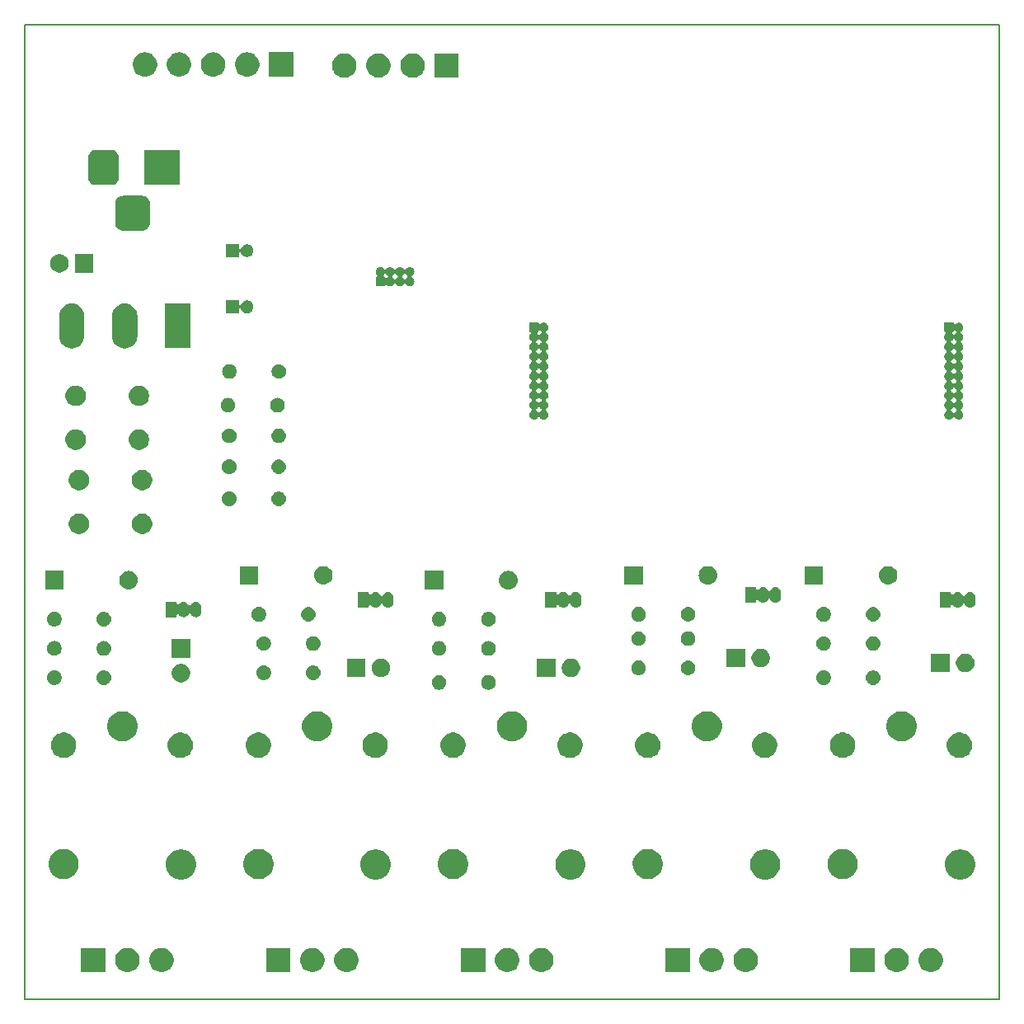
<source format=gbr>
G04 #@! TF.GenerationSoftware,KiCad,Pcbnew,5.0.2-bee76a0~70~ubuntu18.04.1*
G04 #@! TF.CreationDate,2019-05-18T20:43:57+03:00*
G04 #@! TF.ProjectId,IOT_Board,494f545f-426f-4617-9264-2e6b69636164,rev?*
G04 #@! TF.SameCoordinates,Original*
G04 #@! TF.FileFunction,Soldermask,Top*
G04 #@! TF.FilePolarity,Negative*
%FSLAX46Y46*%
G04 Gerber Fmt 4.6, Leading zero omitted, Abs format (unit mm)*
G04 Created by KiCad (PCBNEW 5.0.2-bee76a0~70~ubuntu18.04.1) date Sat 18 May 2019 08:43:57 PM EAT*
%MOMM*%
%LPD*%
G01*
G04 APERTURE LIST*
%ADD10C,0.150000*%
%ADD11C,0.100000*%
G04 APERTURE END LIST*
D10*
X70000000Y-50000000D02*
X70000000Y-150000000D01*
X170000000Y-50000000D02*
X70000000Y-50000000D01*
X170000000Y-150000000D02*
X170000000Y-50000000D01*
X70000000Y-150000000D02*
X170000000Y-150000000D01*
D11*
G36*
X163183636Y-144761019D02*
X163364903Y-144797075D01*
X163592571Y-144891378D01*
X163796542Y-145027668D01*
X163797469Y-145028287D01*
X163971713Y-145202531D01*
X163971715Y-145202534D01*
X164108622Y-145407429D01*
X164202925Y-145635097D01*
X164251000Y-145876787D01*
X164251000Y-146123213D01*
X164202925Y-146364903D01*
X164108622Y-146592571D01*
X163972332Y-146796542D01*
X163971713Y-146797469D01*
X163797469Y-146971713D01*
X163797466Y-146971715D01*
X163592571Y-147108622D01*
X163364903Y-147202925D01*
X163183635Y-147238981D01*
X163123214Y-147251000D01*
X162876786Y-147251000D01*
X162816365Y-147238981D01*
X162635097Y-147202925D01*
X162407429Y-147108622D01*
X162202534Y-146971715D01*
X162202531Y-146971713D01*
X162028287Y-146797469D01*
X162027668Y-146796542D01*
X161891378Y-146592571D01*
X161797075Y-146364903D01*
X161749000Y-146123213D01*
X161749000Y-145876787D01*
X161797075Y-145635097D01*
X161891378Y-145407429D01*
X162028285Y-145202534D01*
X162028287Y-145202531D01*
X162202531Y-145028287D01*
X162203458Y-145027668D01*
X162407429Y-144891378D01*
X162635097Y-144797075D01*
X162816364Y-144761019D01*
X162876786Y-144749000D01*
X163123214Y-144749000D01*
X163183636Y-144761019D01*
X163183636Y-144761019D01*
G37*
G36*
X159683636Y-144761019D02*
X159864903Y-144797075D01*
X160092571Y-144891378D01*
X160296542Y-145027668D01*
X160297469Y-145028287D01*
X160471713Y-145202531D01*
X160471715Y-145202534D01*
X160608622Y-145407429D01*
X160702925Y-145635097D01*
X160751000Y-145876787D01*
X160751000Y-146123213D01*
X160702925Y-146364903D01*
X160608622Y-146592571D01*
X160472332Y-146796542D01*
X160471713Y-146797469D01*
X160297469Y-146971713D01*
X160297466Y-146971715D01*
X160092571Y-147108622D01*
X159864903Y-147202925D01*
X159683635Y-147238981D01*
X159623214Y-147251000D01*
X159376786Y-147251000D01*
X159316365Y-147238981D01*
X159135097Y-147202925D01*
X158907429Y-147108622D01*
X158702534Y-146971715D01*
X158702531Y-146971713D01*
X158528287Y-146797469D01*
X158527668Y-146796542D01*
X158391378Y-146592571D01*
X158297075Y-146364903D01*
X158249000Y-146123213D01*
X158249000Y-145876787D01*
X158297075Y-145635097D01*
X158391378Y-145407429D01*
X158528285Y-145202534D01*
X158528287Y-145202531D01*
X158702531Y-145028287D01*
X158703458Y-145027668D01*
X158907429Y-144891378D01*
X159135097Y-144797075D01*
X159316364Y-144761019D01*
X159376786Y-144749000D01*
X159623214Y-144749000D01*
X159683636Y-144761019D01*
X159683636Y-144761019D01*
G37*
G36*
X123183636Y-144761019D02*
X123364903Y-144797075D01*
X123592571Y-144891378D01*
X123796542Y-145027668D01*
X123797469Y-145028287D01*
X123971713Y-145202531D01*
X123971715Y-145202534D01*
X124108622Y-145407429D01*
X124202925Y-145635097D01*
X124251000Y-145876787D01*
X124251000Y-146123213D01*
X124202925Y-146364903D01*
X124108622Y-146592571D01*
X123972332Y-146796542D01*
X123971713Y-146797469D01*
X123797469Y-146971713D01*
X123797466Y-146971715D01*
X123592571Y-147108622D01*
X123364903Y-147202925D01*
X123183635Y-147238981D01*
X123123214Y-147251000D01*
X122876786Y-147251000D01*
X122816365Y-147238981D01*
X122635097Y-147202925D01*
X122407429Y-147108622D01*
X122202534Y-146971715D01*
X122202531Y-146971713D01*
X122028287Y-146797469D01*
X122027668Y-146796542D01*
X121891378Y-146592571D01*
X121797075Y-146364903D01*
X121749000Y-146123213D01*
X121749000Y-145876787D01*
X121797075Y-145635097D01*
X121891378Y-145407429D01*
X122028285Y-145202534D01*
X122028287Y-145202531D01*
X122202531Y-145028287D01*
X122203458Y-145027668D01*
X122407429Y-144891378D01*
X122635097Y-144797075D01*
X122816364Y-144761019D01*
X122876786Y-144749000D01*
X123123214Y-144749000D01*
X123183636Y-144761019D01*
X123183636Y-144761019D01*
G37*
G36*
X119683636Y-144761019D02*
X119864903Y-144797075D01*
X120092571Y-144891378D01*
X120296542Y-145027668D01*
X120297469Y-145028287D01*
X120471713Y-145202531D01*
X120471715Y-145202534D01*
X120608622Y-145407429D01*
X120702925Y-145635097D01*
X120751000Y-145876787D01*
X120751000Y-146123213D01*
X120702925Y-146364903D01*
X120608622Y-146592571D01*
X120472332Y-146796542D01*
X120471713Y-146797469D01*
X120297469Y-146971713D01*
X120297466Y-146971715D01*
X120092571Y-147108622D01*
X119864903Y-147202925D01*
X119683635Y-147238981D01*
X119623214Y-147251000D01*
X119376786Y-147251000D01*
X119316365Y-147238981D01*
X119135097Y-147202925D01*
X118907429Y-147108622D01*
X118702534Y-146971715D01*
X118702531Y-146971713D01*
X118528287Y-146797469D01*
X118527668Y-146796542D01*
X118391378Y-146592571D01*
X118297075Y-146364903D01*
X118249000Y-146123213D01*
X118249000Y-145876787D01*
X118297075Y-145635097D01*
X118391378Y-145407429D01*
X118528285Y-145202534D01*
X118528287Y-145202531D01*
X118702531Y-145028287D01*
X118703458Y-145027668D01*
X118907429Y-144891378D01*
X119135097Y-144797075D01*
X119316364Y-144761019D01*
X119376786Y-144749000D01*
X119623214Y-144749000D01*
X119683636Y-144761019D01*
X119683636Y-144761019D01*
G37*
G36*
X117251000Y-147251000D02*
X114749000Y-147251000D01*
X114749000Y-144749000D01*
X117251000Y-144749000D01*
X117251000Y-147251000D01*
X117251000Y-147251000D01*
G37*
G36*
X138251000Y-147251000D02*
X135749000Y-147251000D01*
X135749000Y-144749000D01*
X138251000Y-144749000D01*
X138251000Y-147251000D01*
X138251000Y-147251000D01*
G37*
G36*
X140683636Y-144761019D02*
X140864903Y-144797075D01*
X141092571Y-144891378D01*
X141296542Y-145027668D01*
X141297469Y-145028287D01*
X141471713Y-145202531D01*
X141471715Y-145202534D01*
X141608622Y-145407429D01*
X141702925Y-145635097D01*
X141751000Y-145876787D01*
X141751000Y-146123213D01*
X141702925Y-146364903D01*
X141608622Y-146592571D01*
X141472332Y-146796542D01*
X141471713Y-146797469D01*
X141297469Y-146971713D01*
X141297466Y-146971715D01*
X141092571Y-147108622D01*
X140864903Y-147202925D01*
X140683635Y-147238981D01*
X140623214Y-147251000D01*
X140376786Y-147251000D01*
X140316365Y-147238981D01*
X140135097Y-147202925D01*
X139907429Y-147108622D01*
X139702534Y-146971715D01*
X139702531Y-146971713D01*
X139528287Y-146797469D01*
X139527668Y-146796542D01*
X139391378Y-146592571D01*
X139297075Y-146364903D01*
X139249000Y-146123213D01*
X139249000Y-145876787D01*
X139297075Y-145635097D01*
X139391378Y-145407429D01*
X139528285Y-145202534D01*
X139528287Y-145202531D01*
X139702531Y-145028287D01*
X139703458Y-145027668D01*
X139907429Y-144891378D01*
X140135097Y-144797075D01*
X140316364Y-144761019D01*
X140376786Y-144749000D01*
X140623214Y-144749000D01*
X140683636Y-144761019D01*
X140683636Y-144761019D01*
G37*
G36*
X144183636Y-144761019D02*
X144364903Y-144797075D01*
X144592571Y-144891378D01*
X144796542Y-145027668D01*
X144797469Y-145028287D01*
X144971713Y-145202531D01*
X144971715Y-145202534D01*
X145108622Y-145407429D01*
X145202925Y-145635097D01*
X145251000Y-145876787D01*
X145251000Y-146123213D01*
X145202925Y-146364903D01*
X145108622Y-146592571D01*
X144972332Y-146796542D01*
X144971713Y-146797469D01*
X144797469Y-146971713D01*
X144797466Y-146971715D01*
X144592571Y-147108622D01*
X144364903Y-147202925D01*
X144183635Y-147238981D01*
X144123214Y-147251000D01*
X143876786Y-147251000D01*
X143816365Y-147238981D01*
X143635097Y-147202925D01*
X143407429Y-147108622D01*
X143202534Y-146971715D01*
X143202531Y-146971713D01*
X143028287Y-146797469D01*
X143027668Y-146796542D01*
X142891378Y-146592571D01*
X142797075Y-146364903D01*
X142749000Y-146123213D01*
X142749000Y-145876787D01*
X142797075Y-145635097D01*
X142891378Y-145407429D01*
X143028285Y-145202534D01*
X143028287Y-145202531D01*
X143202531Y-145028287D01*
X143203458Y-145027668D01*
X143407429Y-144891378D01*
X143635097Y-144797075D01*
X143816364Y-144761019D01*
X143876786Y-144749000D01*
X144123214Y-144749000D01*
X144183636Y-144761019D01*
X144183636Y-144761019D01*
G37*
G36*
X157251000Y-147251000D02*
X154749000Y-147251000D01*
X154749000Y-144749000D01*
X157251000Y-144749000D01*
X157251000Y-147251000D01*
X157251000Y-147251000D01*
G37*
G36*
X103183636Y-144761019D02*
X103364903Y-144797075D01*
X103592571Y-144891378D01*
X103796542Y-145027668D01*
X103797469Y-145028287D01*
X103971713Y-145202531D01*
X103971715Y-145202534D01*
X104108622Y-145407429D01*
X104202925Y-145635097D01*
X104251000Y-145876787D01*
X104251000Y-146123213D01*
X104202925Y-146364903D01*
X104108622Y-146592571D01*
X103972332Y-146796542D01*
X103971713Y-146797469D01*
X103797469Y-146971713D01*
X103797466Y-146971715D01*
X103592571Y-147108622D01*
X103364903Y-147202925D01*
X103183635Y-147238981D01*
X103123214Y-147251000D01*
X102876786Y-147251000D01*
X102816365Y-147238981D01*
X102635097Y-147202925D01*
X102407429Y-147108622D01*
X102202534Y-146971715D01*
X102202531Y-146971713D01*
X102028287Y-146797469D01*
X102027668Y-146796542D01*
X101891378Y-146592571D01*
X101797075Y-146364903D01*
X101749000Y-146123213D01*
X101749000Y-145876787D01*
X101797075Y-145635097D01*
X101891378Y-145407429D01*
X102028285Y-145202534D01*
X102028287Y-145202531D01*
X102202531Y-145028287D01*
X102203458Y-145027668D01*
X102407429Y-144891378D01*
X102635097Y-144797075D01*
X102816364Y-144761019D01*
X102876786Y-144749000D01*
X103123214Y-144749000D01*
X103183636Y-144761019D01*
X103183636Y-144761019D01*
G37*
G36*
X99683636Y-144761019D02*
X99864903Y-144797075D01*
X100092571Y-144891378D01*
X100296542Y-145027668D01*
X100297469Y-145028287D01*
X100471713Y-145202531D01*
X100471715Y-145202534D01*
X100608622Y-145407429D01*
X100702925Y-145635097D01*
X100751000Y-145876787D01*
X100751000Y-146123213D01*
X100702925Y-146364903D01*
X100608622Y-146592571D01*
X100472332Y-146796542D01*
X100471713Y-146797469D01*
X100297469Y-146971713D01*
X100297466Y-146971715D01*
X100092571Y-147108622D01*
X99864903Y-147202925D01*
X99683635Y-147238981D01*
X99623214Y-147251000D01*
X99376786Y-147251000D01*
X99316365Y-147238981D01*
X99135097Y-147202925D01*
X98907429Y-147108622D01*
X98702534Y-146971715D01*
X98702531Y-146971713D01*
X98528287Y-146797469D01*
X98527668Y-146796542D01*
X98391378Y-146592571D01*
X98297075Y-146364903D01*
X98249000Y-146123213D01*
X98249000Y-145876787D01*
X98297075Y-145635097D01*
X98391378Y-145407429D01*
X98528285Y-145202534D01*
X98528287Y-145202531D01*
X98702531Y-145028287D01*
X98703458Y-145027668D01*
X98907429Y-144891378D01*
X99135097Y-144797075D01*
X99316364Y-144761019D01*
X99376786Y-144749000D01*
X99623214Y-144749000D01*
X99683636Y-144761019D01*
X99683636Y-144761019D01*
G37*
G36*
X97251000Y-147251000D02*
X94749000Y-147251000D01*
X94749000Y-144749000D01*
X97251000Y-144749000D01*
X97251000Y-147251000D01*
X97251000Y-147251000D01*
G37*
G36*
X78251000Y-147251000D02*
X75749000Y-147251000D01*
X75749000Y-144749000D01*
X78251000Y-144749000D01*
X78251000Y-147251000D01*
X78251000Y-147251000D01*
G37*
G36*
X80683636Y-144761019D02*
X80864903Y-144797075D01*
X81092571Y-144891378D01*
X81296542Y-145027668D01*
X81297469Y-145028287D01*
X81471713Y-145202531D01*
X81471715Y-145202534D01*
X81608622Y-145407429D01*
X81702925Y-145635097D01*
X81751000Y-145876787D01*
X81751000Y-146123213D01*
X81702925Y-146364903D01*
X81608622Y-146592571D01*
X81472332Y-146796542D01*
X81471713Y-146797469D01*
X81297469Y-146971713D01*
X81297466Y-146971715D01*
X81092571Y-147108622D01*
X80864903Y-147202925D01*
X80683635Y-147238981D01*
X80623214Y-147251000D01*
X80376786Y-147251000D01*
X80316365Y-147238981D01*
X80135097Y-147202925D01*
X79907429Y-147108622D01*
X79702534Y-146971715D01*
X79702531Y-146971713D01*
X79528287Y-146797469D01*
X79527668Y-146796542D01*
X79391378Y-146592571D01*
X79297075Y-146364903D01*
X79249000Y-146123213D01*
X79249000Y-145876787D01*
X79297075Y-145635097D01*
X79391378Y-145407429D01*
X79528285Y-145202534D01*
X79528287Y-145202531D01*
X79702531Y-145028287D01*
X79703458Y-145027668D01*
X79907429Y-144891378D01*
X80135097Y-144797075D01*
X80316364Y-144761019D01*
X80376786Y-144749000D01*
X80623214Y-144749000D01*
X80683636Y-144761019D01*
X80683636Y-144761019D01*
G37*
G36*
X84183636Y-144761019D02*
X84364903Y-144797075D01*
X84592571Y-144891378D01*
X84796542Y-145027668D01*
X84797469Y-145028287D01*
X84971713Y-145202531D01*
X84971715Y-145202534D01*
X85108622Y-145407429D01*
X85202925Y-145635097D01*
X85251000Y-145876787D01*
X85251000Y-146123213D01*
X85202925Y-146364903D01*
X85108622Y-146592571D01*
X84972332Y-146796542D01*
X84971713Y-146797469D01*
X84797469Y-146971713D01*
X84797466Y-146971715D01*
X84592571Y-147108622D01*
X84364903Y-147202925D01*
X84183635Y-147238981D01*
X84123214Y-147251000D01*
X83876786Y-147251000D01*
X83816365Y-147238981D01*
X83635097Y-147202925D01*
X83407429Y-147108622D01*
X83202534Y-146971715D01*
X83202531Y-146971713D01*
X83028287Y-146797469D01*
X83027668Y-146796542D01*
X82891378Y-146592571D01*
X82797075Y-146364903D01*
X82749000Y-146123213D01*
X82749000Y-145876787D01*
X82797075Y-145635097D01*
X82891378Y-145407429D01*
X83028285Y-145202534D01*
X83028287Y-145202531D01*
X83202531Y-145028287D01*
X83203458Y-145027668D01*
X83407429Y-144891378D01*
X83635097Y-144797075D01*
X83816364Y-144761019D01*
X83876786Y-144749000D01*
X84123214Y-144749000D01*
X84183636Y-144761019D01*
X84183636Y-144761019D01*
G37*
G36*
X106352527Y-134688736D02*
X106452410Y-134708604D01*
X106734674Y-134825521D01*
X106988705Y-134995259D01*
X107204741Y-135211295D01*
X107374479Y-135465326D01*
X107491396Y-135747590D01*
X107491396Y-135747591D01*
X107541055Y-135997240D01*
X107551000Y-136047240D01*
X107551000Y-136352760D01*
X107491396Y-136652410D01*
X107374479Y-136934674D01*
X107204741Y-137188705D01*
X106988705Y-137404741D01*
X106734674Y-137574479D01*
X106452410Y-137691396D01*
X106404127Y-137701000D01*
X106152762Y-137751000D01*
X105847238Y-137751000D01*
X105595873Y-137701000D01*
X105547590Y-137691396D01*
X105265326Y-137574479D01*
X105011295Y-137404741D01*
X104795259Y-137188705D01*
X104625521Y-136934674D01*
X104508604Y-136652410D01*
X104449000Y-136352760D01*
X104449000Y-136047240D01*
X104458946Y-135997240D01*
X104508604Y-135747591D01*
X104508604Y-135747590D01*
X104625521Y-135465326D01*
X104795259Y-135211295D01*
X105011295Y-134995259D01*
X105265326Y-134825521D01*
X105547590Y-134708604D01*
X105647473Y-134688736D01*
X105847238Y-134649000D01*
X106152762Y-134649000D01*
X106352527Y-134688736D01*
X106352527Y-134688736D01*
G37*
G36*
X166352527Y-134688736D02*
X166452410Y-134708604D01*
X166734674Y-134825521D01*
X166988705Y-134995259D01*
X167204741Y-135211295D01*
X167374479Y-135465326D01*
X167491396Y-135747590D01*
X167491396Y-135747591D01*
X167541055Y-135997240D01*
X167551000Y-136047240D01*
X167551000Y-136352760D01*
X167491396Y-136652410D01*
X167374479Y-136934674D01*
X167204741Y-137188705D01*
X166988705Y-137404741D01*
X166734674Y-137574479D01*
X166452410Y-137691396D01*
X166404127Y-137701000D01*
X166152762Y-137751000D01*
X165847238Y-137751000D01*
X165595873Y-137701000D01*
X165547590Y-137691396D01*
X165265326Y-137574479D01*
X165011295Y-137404741D01*
X164795259Y-137188705D01*
X164625521Y-136934674D01*
X164508604Y-136652410D01*
X164449000Y-136352760D01*
X164449000Y-136047240D01*
X164458946Y-135997240D01*
X164508604Y-135747591D01*
X164508604Y-135747590D01*
X164625521Y-135465326D01*
X164795259Y-135211295D01*
X165011295Y-134995259D01*
X165265326Y-134825521D01*
X165547590Y-134708604D01*
X165647473Y-134688736D01*
X165847238Y-134649000D01*
X166152762Y-134649000D01*
X166352527Y-134688736D01*
X166352527Y-134688736D01*
G37*
G36*
X146352527Y-134688736D02*
X146452410Y-134708604D01*
X146734674Y-134825521D01*
X146988705Y-134995259D01*
X147204741Y-135211295D01*
X147374479Y-135465326D01*
X147491396Y-135747590D01*
X147491396Y-135747591D01*
X147541055Y-135997240D01*
X147551000Y-136047240D01*
X147551000Y-136352760D01*
X147491396Y-136652410D01*
X147374479Y-136934674D01*
X147204741Y-137188705D01*
X146988705Y-137404741D01*
X146734674Y-137574479D01*
X146452410Y-137691396D01*
X146404127Y-137701000D01*
X146152762Y-137751000D01*
X145847238Y-137751000D01*
X145595873Y-137701000D01*
X145547590Y-137691396D01*
X145265326Y-137574479D01*
X145011295Y-137404741D01*
X144795259Y-137188705D01*
X144625521Y-136934674D01*
X144508604Y-136652410D01*
X144449000Y-136352760D01*
X144449000Y-136047240D01*
X144458946Y-135997240D01*
X144508604Y-135747591D01*
X144508604Y-135747590D01*
X144625521Y-135465326D01*
X144795259Y-135211295D01*
X145011295Y-134995259D01*
X145265326Y-134825521D01*
X145547590Y-134708604D01*
X145647473Y-134688736D01*
X145847238Y-134649000D01*
X146152762Y-134649000D01*
X146352527Y-134688736D01*
X146352527Y-134688736D01*
G37*
G36*
X86352527Y-134688736D02*
X86452410Y-134708604D01*
X86734674Y-134825521D01*
X86988705Y-134995259D01*
X87204741Y-135211295D01*
X87374479Y-135465326D01*
X87491396Y-135747590D01*
X87491396Y-135747591D01*
X87541055Y-135997240D01*
X87551000Y-136047240D01*
X87551000Y-136352760D01*
X87491396Y-136652410D01*
X87374479Y-136934674D01*
X87204741Y-137188705D01*
X86988705Y-137404741D01*
X86734674Y-137574479D01*
X86452410Y-137691396D01*
X86404127Y-137701000D01*
X86152762Y-137751000D01*
X85847238Y-137751000D01*
X85595873Y-137701000D01*
X85547590Y-137691396D01*
X85265326Y-137574479D01*
X85011295Y-137404741D01*
X84795259Y-137188705D01*
X84625521Y-136934674D01*
X84508604Y-136652410D01*
X84449000Y-136352760D01*
X84449000Y-136047240D01*
X84458946Y-135997240D01*
X84508604Y-135747591D01*
X84508604Y-135747590D01*
X84625521Y-135465326D01*
X84795259Y-135211295D01*
X85011295Y-134995259D01*
X85265326Y-134825521D01*
X85547590Y-134708604D01*
X85647473Y-134688736D01*
X85847238Y-134649000D01*
X86152762Y-134649000D01*
X86352527Y-134688736D01*
X86352527Y-134688736D01*
G37*
G36*
X126352527Y-134688736D02*
X126452410Y-134708604D01*
X126734674Y-134825521D01*
X126988705Y-134995259D01*
X127204741Y-135211295D01*
X127374479Y-135465326D01*
X127491396Y-135747590D01*
X127491396Y-135747591D01*
X127541055Y-135997240D01*
X127551000Y-136047240D01*
X127551000Y-136352760D01*
X127491396Y-136652410D01*
X127374479Y-136934674D01*
X127204741Y-137188705D01*
X126988705Y-137404741D01*
X126734674Y-137574479D01*
X126452410Y-137691396D01*
X126404127Y-137701000D01*
X126152762Y-137751000D01*
X125847238Y-137751000D01*
X125595873Y-137701000D01*
X125547590Y-137691396D01*
X125265326Y-137574479D01*
X125011295Y-137404741D01*
X124795259Y-137188705D01*
X124625521Y-136934674D01*
X124508604Y-136652410D01*
X124449000Y-136352760D01*
X124449000Y-136047240D01*
X124458946Y-135997240D01*
X124508604Y-135747591D01*
X124508604Y-135747590D01*
X124625521Y-135465326D01*
X124795259Y-135211295D01*
X125011295Y-134995259D01*
X125265326Y-134825521D01*
X125547590Y-134708604D01*
X125647473Y-134688736D01*
X125847238Y-134649000D01*
X126152762Y-134649000D01*
X126352527Y-134688736D01*
X126352527Y-134688736D01*
G37*
G36*
X74302527Y-134638736D02*
X74402410Y-134658604D01*
X74684674Y-134775521D01*
X74938705Y-134945259D01*
X75154741Y-135161295D01*
X75324479Y-135415326D01*
X75345190Y-135465328D01*
X75441396Y-135697591D01*
X75501000Y-135997238D01*
X75501000Y-136302762D01*
X75491054Y-136352762D01*
X75441396Y-136602410D01*
X75324479Y-136884674D01*
X75154741Y-137138705D01*
X74938705Y-137354741D01*
X74684674Y-137524479D01*
X74402410Y-137641396D01*
X74302527Y-137661264D01*
X74102762Y-137701000D01*
X73797238Y-137701000D01*
X73597473Y-137661264D01*
X73497590Y-137641396D01*
X73215326Y-137524479D01*
X72961295Y-137354741D01*
X72745259Y-137138705D01*
X72575521Y-136884674D01*
X72458604Y-136602410D01*
X72408946Y-136352762D01*
X72399000Y-136302762D01*
X72399000Y-135997238D01*
X72458604Y-135697591D01*
X72554810Y-135465328D01*
X72575521Y-135415326D01*
X72745259Y-135161295D01*
X72961295Y-134945259D01*
X73215326Y-134775521D01*
X73497590Y-134658604D01*
X73597473Y-134638736D01*
X73797238Y-134599000D01*
X74102762Y-134599000D01*
X74302527Y-134638736D01*
X74302527Y-134638736D01*
G37*
G36*
X114302527Y-134638736D02*
X114402410Y-134658604D01*
X114684674Y-134775521D01*
X114938705Y-134945259D01*
X115154741Y-135161295D01*
X115324479Y-135415326D01*
X115345190Y-135465328D01*
X115441396Y-135697591D01*
X115501000Y-135997238D01*
X115501000Y-136302762D01*
X115491054Y-136352762D01*
X115441396Y-136602410D01*
X115324479Y-136884674D01*
X115154741Y-137138705D01*
X114938705Y-137354741D01*
X114684674Y-137524479D01*
X114402410Y-137641396D01*
X114302527Y-137661264D01*
X114102762Y-137701000D01*
X113797238Y-137701000D01*
X113597473Y-137661264D01*
X113497590Y-137641396D01*
X113215326Y-137524479D01*
X112961295Y-137354741D01*
X112745259Y-137138705D01*
X112575521Y-136884674D01*
X112458604Y-136602410D01*
X112408946Y-136352762D01*
X112399000Y-136302762D01*
X112399000Y-135997238D01*
X112458604Y-135697591D01*
X112554810Y-135465328D01*
X112575521Y-135415326D01*
X112745259Y-135161295D01*
X112961295Y-134945259D01*
X113215326Y-134775521D01*
X113497590Y-134658604D01*
X113597473Y-134638736D01*
X113797238Y-134599000D01*
X114102762Y-134599000D01*
X114302527Y-134638736D01*
X114302527Y-134638736D01*
G37*
G36*
X94302527Y-134638736D02*
X94402410Y-134658604D01*
X94684674Y-134775521D01*
X94938705Y-134945259D01*
X95154741Y-135161295D01*
X95324479Y-135415326D01*
X95345190Y-135465328D01*
X95441396Y-135697591D01*
X95501000Y-135997238D01*
X95501000Y-136302762D01*
X95491054Y-136352762D01*
X95441396Y-136602410D01*
X95324479Y-136884674D01*
X95154741Y-137138705D01*
X94938705Y-137354741D01*
X94684674Y-137524479D01*
X94402410Y-137641396D01*
X94302527Y-137661264D01*
X94102762Y-137701000D01*
X93797238Y-137701000D01*
X93597473Y-137661264D01*
X93497590Y-137641396D01*
X93215326Y-137524479D01*
X92961295Y-137354741D01*
X92745259Y-137138705D01*
X92575521Y-136884674D01*
X92458604Y-136602410D01*
X92408946Y-136352762D01*
X92399000Y-136302762D01*
X92399000Y-135997238D01*
X92458604Y-135697591D01*
X92554810Y-135465328D01*
X92575521Y-135415326D01*
X92745259Y-135161295D01*
X92961295Y-134945259D01*
X93215326Y-134775521D01*
X93497590Y-134658604D01*
X93597473Y-134638736D01*
X93797238Y-134599000D01*
X94102762Y-134599000D01*
X94302527Y-134638736D01*
X94302527Y-134638736D01*
G37*
G36*
X134302527Y-134638736D02*
X134402410Y-134658604D01*
X134684674Y-134775521D01*
X134938705Y-134945259D01*
X135154741Y-135161295D01*
X135324479Y-135415326D01*
X135345190Y-135465328D01*
X135441396Y-135697591D01*
X135501000Y-135997238D01*
X135501000Y-136302762D01*
X135491054Y-136352762D01*
X135441396Y-136602410D01*
X135324479Y-136884674D01*
X135154741Y-137138705D01*
X134938705Y-137354741D01*
X134684674Y-137524479D01*
X134402410Y-137641396D01*
X134302527Y-137661264D01*
X134102762Y-137701000D01*
X133797238Y-137701000D01*
X133597473Y-137661264D01*
X133497590Y-137641396D01*
X133215326Y-137524479D01*
X132961295Y-137354741D01*
X132745259Y-137138705D01*
X132575521Y-136884674D01*
X132458604Y-136602410D01*
X132408946Y-136352762D01*
X132399000Y-136302762D01*
X132399000Y-135997238D01*
X132458604Y-135697591D01*
X132554810Y-135465328D01*
X132575521Y-135415326D01*
X132745259Y-135161295D01*
X132961295Y-134945259D01*
X133215326Y-134775521D01*
X133497590Y-134658604D01*
X133597473Y-134638736D01*
X133797238Y-134599000D01*
X134102762Y-134599000D01*
X134302527Y-134638736D01*
X134302527Y-134638736D01*
G37*
G36*
X154302527Y-134638736D02*
X154402410Y-134658604D01*
X154684674Y-134775521D01*
X154938705Y-134945259D01*
X155154741Y-135161295D01*
X155324479Y-135415326D01*
X155345190Y-135465328D01*
X155441396Y-135697591D01*
X155501000Y-135997238D01*
X155501000Y-136302762D01*
X155491054Y-136352762D01*
X155441396Y-136602410D01*
X155324479Y-136884674D01*
X155154741Y-137138705D01*
X154938705Y-137354741D01*
X154684674Y-137524479D01*
X154402410Y-137641396D01*
X154302527Y-137661264D01*
X154102762Y-137701000D01*
X153797238Y-137701000D01*
X153597473Y-137661264D01*
X153497590Y-137641396D01*
X153215326Y-137524479D01*
X152961295Y-137354741D01*
X152745259Y-137138705D01*
X152575521Y-136884674D01*
X152458604Y-136602410D01*
X152408946Y-136352762D01*
X152399000Y-136302762D01*
X152399000Y-135997238D01*
X152458604Y-135697591D01*
X152554810Y-135465328D01*
X152575521Y-135415326D01*
X152745259Y-135161295D01*
X152961295Y-134945259D01*
X153215326Y-134775521D01*
X153497590Y-134658604D01*
X153597473Y-134638736D01*
X153797238Y-134599000D01*
X154102762Y-134599000D01*
X154302527Y-134638736D01*
X154302527Y-134638736D01*
G37*
G36*
X106329485Y-122698996D02*
X106329487Y-122698997D01*
X106329488Y-122698997D01*
X106415615Y-122734672D01*
X106566255Y-122797069D01*
X106779342Y-122939449D01*
X106960551Y-123120658D01*
X107102931Y-123333745D01*
X107201004Y-123570515D01*
X107251000Y-123821861D01*
X107251000Y-124078139D01*
X107201004Y-124329485D01*
X107102931Y-124566255D01*
X106960551Y-124779342D01*
X106779342Y-124960551D01*
X106779339Y-124960553D01*
X106566255Y-125102931D01*
X106329488Y-125201003D01*
X106329487Y-125201003D01*
X106329485Y-125201004D01*
X106078139Y-125251000D01*
X105821861Y-125251000D01*
X105570515Y-125201004D01*
X105570513Y-125201003D01*
X105570512Y-125201003D01*
X105333745Y-125102931D01*
X105120661Y-124960553D01*
X105120658Y-124960551D01*
X104939449Y-124779342D01*
X104797069Y-124566255D01*
X104698996Y-124329485D01*
X104649000Y-124078139D01*
X104649000Y-123821861D01*
X104698996Y-123570515D01*
X104797069Y-123333745D01*
X104939449Y-123120658D01*
X105120658Y-122939449D01*
X105333745Y-122797069D01*
X105484385Y-122734672D01*
X105570512Y-122698997D01*
X105570513Y-122698997D01*
X105570515Y-122698996D01*
X105821861Y-122649000D01*
X106078139Y-122649000D01*
X106329485Y-122698996D01*
X106329485Y-122698996D01*
G37*
G36*
X74329485Y-122698996D02*
X74329487Y-122698997D01*
X74329488Y-122698997D01*
X74415615Y-122734672D01*
X74566255Y-122797069D01*
X74779342Y-122939449D01*
X74960551Y-123120658D01*
X75102931Y-123333745D01*
X75201004Y-123570515D01*
X75251000Y-123821861D01*
X75251000Y-124078139D01*
X75201004Y-124329485D01*
X75102931Y-124566255D01*
X74960551Y-124779342D01*
X74779342Y-124960551D01*
X74779339Y-124960553D01*
X74566255Y-125102931D01*
X74329488Y-125201003D01*
X74329487Y-125201003D01*
X74329485Y-125201004D01*
X74078139Y-125251000D01*
X73821861Y-125251000D01*
X73570515Y-125201004D01*
X73570513Y-125201003D01*
X73570512Y-125201003D01*
X73333745Y-125102931D01*
X73120661Y-124960553D01*
X73120658Y-124960551D01*
X72939449Y-124779342D01*
X72797069Y-124566255D01*
X72698996Y-124329485D01*
X72649000Y-124078139D01*
X72649000Y-123821861D01*
X72698996Y-123570515D01*
X72797069Y-123333745D01*
X72939449Y-123120658D01*
X73120658Y-122939449D01*
X73333745Y-122797069D01*
X73484385Y-122734672D01*
X73570512Y-122698997D01*
X73570513Y-122698997D01*
X73570515Y-122698996D01*
X73821861Y-122649000D01*
X74078139Y-122649000D01*
X74329485Y-122698996D01*
X74329485Y-122698996D01*
G37*
G36*
X86329485Y-122698996D02*
X86329487Y-122698997D01*
X86329488Y-122698997D01*
X86415615Y-122734672D01*
X86566255Y-122797069D01*
X86779342Y-122939449D01*
X86960551Y-123120658D01*
X87102931Y-123333745D01*
X87201004Y-123570515D01*
X87251000Y-123821861D01*
X87251000Y-124078139D01*
X87201004Y-124329485D01*
X87102931Y-124566255D01*
X86960551Y-124779342D01*
X86779342Y-124960551D01*
X86779339Y-124960553D01*
X86566255Y-125102931D01*
X86329488Y-125201003D01*
X86329487Y-125201003D01*
X86329485Y-125201004D01*
X86078139Y-125251000D01*
X85821861Y-125251000D01*
X85570515Y-125201004D01*
X85570513Y-125201003D01*
X85570512Y-125201003D01*
X85333745Y-125102931D01*
X85120661Y-124960553D01*
X85120658Y-124960551D01*
X84939449Y-124779342D01*
X84797069Y-124566255D01*
X84698996Y-124329485D01*
X84649000Y-124078139D01*
X84649000Y-123821861D01*
X84698996Y-123570515D01*
X84797069Y-123333745D01*
X84939449Y-123120658D01*
X85120658Y-122939449D01*
X85333745Y-122797069D01*
X85484385Y-122734672D01*
X85570512Y-122698997D01*
X85570513Y-122698997D01*
X85570515Y-122698996D01*
X85821861Y-122649000D01*
X86078139Y-122649000D01*
X86329485Y-122698996D01*
X86329485Y-122698996D01*
G37*
G36*
X166329485Y-122698996D02*
X166329487Y-122698997D01*
X166329488Y-122698997D01*
X166415615Y-122734672D01*
X166566255Y-122797069D01*
X166779342Y-122939449D01*
X166960551Y-123120658D01*
X167102931Y-123333745D01*
X167201004Y-123570515D01*
X167251000Y-123821861D01*
X167251000Y-124078139D01*
X167201004Y-124329485D01*
X167102931Y-124566255D01*
X166960551Y-124779342D01*
X166779342Y-124960551D01*
X166779339Y-124960553D01*
X166566255Y-125102931D01*
X166329488Y-125201003D01*
X166329487Y-125201003D01*
X166329485Y-125201004D01*
X166078139Y-125251000D01*
X165821861Y-125251000D01*
X165570515Y-125201004D01*
X165570513Y-125201003D01*
X165570512Y-125201003D01*
X165333745Y-125102931D01*
X165120661Y-124960553D01*
X165120658Y-124960551D01*
X164939449Y-124779342D01*
X164797069Y-124566255D01*
X164698996Y-124329485D01*
X164649000Y-124078139D01*
X164649000Y-123821861D01*
X164698996Y-123570515D01*
X164797069Y-123333745D01*
X164939449Y-123120658D01*
X165120658Y-122939449D01*
X165333745Y-122797069D01*
X165484385Y-122734672D01*
X165570512Y-122698997D01*
X165570513Y-122698997D01*
X165570515Y-122698996D01*
X165821861Y-122649000D01*
X166078139Y-122649000D01*
X166329485Y-122698996D01*
X166329485Y-122698996D01*
G37*
G36*
X134329485Y-122698996D02*
X134329487Y-122698997D01*
X134329488Y-122698997D01*
X134415615Y-122734672D01*
X134566255Y-122797069D01*
X134779342Y-122939449D01*
X134960551Y-123120658D01*
X135102931Y-123333745D01*
X135201004Y-123570515D01*
X135251000Y-123821861D01*
X135251000Y-124078139D01*
X135201004Y-124329485D01*
X135102931Y-124566255D01*
X134960551Y-124779342D01*
X134779342Y-124960551D01*
X134779339Y-124960553D01*
X134566255Y-125102931D01*
X134329488Y-125201003D01*
X134329487Y-125201003D01*
X134329485Y-125201004D01*
X134078139Y-125251000D01*
X133821861Y-125251000D01*
X133570515Y-125201004D01*
X133570513Y-125201003D01*
X133570512Y-125201003D01*
X133333745Y-125102931D01*
X133120661Y-124960553D01*
X133120658Y-124960551D01*
X132939449Y-124779342D01*
X132797069Y-124566255D01*
X132698996Y-124329485D01*
X132649000Y-124078139D01*
X132649000Y-123821861D01*
X132698996Y-123570515D01*
X132797069Y-123333745D01*
X132939449Y-123120658D01*
X133120658Y-122939449D01*
X133333745Y-122797069D01*
X133484385Y-122734672D01*
X133570512Y-122698997D01*
X133570513Y-122698997D01*
X133570515Y-122698996D01*
X133821861Y-122649000D01*
X134078139Y-122649000D01*
X134329485Y-122698996D01*
X134329485Y-122698996D01*
G37*
G36*
X146329485Y-122698996D02*
X146329487Y-122698997D01*
X146329488Y-122698997D01*
X146415615Y-122734672D01*
X146566255Y-122797069D01*
X146779342Y-122939449D01*
X146960551Y-123120658D01*
X147102931Y-123333745D01*
X147201004Y-123570515D01*
X147251000Y-123821861D01*
X147251000Y-124078139D01*
X147201004Y-124329485D01*
X147102931Y-124566255D01*
X146960551Y-124779342D01*
X146779342Y-124960551D01*
X146779339Y-124960553D01*
X146566255Y-125102931D01*
X146329488Y-125201003D01*
X146329487Y-125201003D01*
X146329485Y-125201004D01*
X146078139Y-125251000D01*
X145821861Y-125251000D01*
X145570515Y-125201004D01*
X145570513Y-125201003D01*
X145570512Y-125201003D01*
X145333745Y-125102931D01*
X145120661Y-124960553D01*
X145120658Y-124960551D01*
X144939449Y-124779342D01*
X144797069Y-124566255D01*
X144698996Y-124329485D01*
X144649000Y-124078139D01*
X144649000Y-123821861D01*
X144698996Y-123570515D01*
X144797069Y-123333745D01*
X144939449Y-123120658D01*
X145120658Y-122939449D01*
X145333745Y-122797069D01*
X145484385Y-122734672D01*
X145570512Y-122698997D01*
X145570513Y-122698997D01*
X145570515Y-122698996D01*
X145821861Y-122649000D01*
X146078139Y-122649000D01*
X146329485Y-122698996D01*
X146329485Y-122698996D01*
G37*
G36*
X154329485Y-122698996D02*
X154329487Y-122698997D01*
X154329488Y-122698997D01*
X154415615Y-122734672D01*
X154566255Y-122797069D01*
X154779342Y-122939449D01*
X154960551Y-123120658D01*
X155102931Y-123333745D01*
X155201004Y-123570515D01*
X155251000Y-123821861D01*
X155251000Y-124078139D01*
X155201004Y-124329485D01*
X155102931Y-124566255D01*
X154960551Y-124779342D01*
X154779342Y-124960551D01*
X154779339Y-124960553D01*
X154566255Y-125102931D01*
X154329488Y-125201003D01*
X154329487Y-125201003D01*
X154329485Y-125201004D01*
X154078139Y-125251000D01*
X153821861Y-125251000D01*
X153570515Y-125201004D01*
X153570513Y-125201003D01*
X153570512Y-125201003D01*
X153333745Y-125102931D01*
X153120661Y-124960553D01*
X153120658Y-124960551D01*
X152939449Y-124779342D01*
X152797069Y-124566255D01*
X152698996Y-124329485D01*
X152649000Y-124078139D01*
X152649000Y-123821861D01*
X152698996Y-123570515D01*
X152797069Y-123333745D01*
X152939449Y-123120658D01*
X153120658Y-122939449D01*
X153333745Y-122797069D01*
X153484385Y-122734672D01*
X153570512Y-122698997D01*
X153570513Y-122698997D01*
X153570515Y-122698996D01*
X153821861Y-122649000D01*
X154078139Y-122649000D01*
X154329485Y-122698996D01*
X154329485Y-122698996D01*
G37*
G36*
X94329485Y-122698996D02*
X94329487Y-122698997D01*
X94329488Y-122698997D01*
X94415615Y-122734672D01*
X94566255Y-122797069D01*
X94779342Y-122939449D01*
X94960551Y-123120658D01*
X95102931Y-123333745D01*
X95201004Y-123570515D01*
X95251000Y-123821861D01*
X95251000Y-124078139D01*
X95201004Y-124329485D01*
X95102931Y-124566255D01*
X94960551Y-124779342D01*
X94779342Y-124960551D01*
X94779339Y-124960553D01*
X94566255Y-125102931D01*
X94329488Y-125201003D01*
X94329487Y-125201003D01*
X94329485Y-125201004D01*
X94078139Y-125251000D01*
X93821861Y-125251000D01*
X93570515Y-125201004D01*
X93570513Y-125201003D01*
X93570512Y-125201003D01*
X93333745Y-125102931D01*
X93120661Y-124960553D01*
X93120658Y-124960551D01*
X92939449Y-124779342D01*
X92797069Y-124566255D01*
X92698996Y-124329485D01*
X92649000Y-124078139D01*
X92649000Y-123821861D01*
X92698996Y-123570515D01*
X92797069Y-123333745D01*
X92939449Y-123120658D01*
X93120658Y-122939449D01*
X93333745Y-122797069D01*
X93484385Y-122734672D01*
X93570512Y-122698997D01*
X93570513Y-122698997D01*
X93570515Y-122698996D01*
X93821861Y-122649000D01*
X94078139Y-122649000D01*
X94329485Y-122698996D01*
X94329485Y-122698996D01*
G37*
G36*
X114329485Y-122698996D02*
X114329487Y-122698997D01*
X114329488Y-122698997D01*
X114415615Y-122734672D01*
X114566255Y-122797069D01*
X114779342Y-122939449D01*
X114960551Y-123120658D01*
X115102931Y-123333745D01*
X115201004Y-123570515D01*
X115251000Y-123821861D01*
X115251000Y-124078139D01*
X115201004Y-124329485D01*
X115102931Y-124566255D01*
X114960551Y-124779342D01*
X114779342Y-124960551D01*
X114779339Y-124960553D01*
X114566255Y-125102931D01*
X114329488Y-125201003D01*
X114329487Y-125201003D01*
X114329485Y-125201004D01*
X114078139Y-125251000D01*
X113821861Y-125251000D01*
X113570515Y-125201004D01*
X113570513Y-125201003D01*
X113570512Y-125201003D01*
X113333745Y-125102931D01*
X113120661Y-124960553D01*
X113120658Y-124960551D01*
X112939449Y-124779342D01*
X112797069Y-124566255D01*
X112698996Y-124329485D01*
X112649000Y-124078139D01*
X112649000Y-123821861D01*
X112698996Y-123570515D01*
X112797069Y-123333745D01*
X112939449Y-123120658D01*
X113120658Y-122939449D01*
X113333745Y-122797069D01*
X113484385Y-122734672D01*
X113570512Y-122698997D01*
X113570513Y-122698997D01*
X113570515Y-122698996D01*
X113821861Y-122649000D01*
X114078139Y-122649000D01*
X114329485Y-122698996D01*
X114329485Y-122698996D01*
G37*
G36*
X126329485Y-122698996D02*
X126329487Y-122698997D01*
X126329488Y-122698997D01*
X126415615Y-122734672D01*
X126566255Y-122797069D01*
X126779342Y-122939449D01*
X126960551Y-123120658D01*
X127102931Y-123333745D01*
X127201004Y-123570515D01*
X127251000Y-123821861D01*
X127251000Y-124078139D01*
X127201004Y-124329485D01*
X127102931Y-124566255D01*
X126960551Y-124779342D01*
X126779342Y-124960551D01*
X126779339Y-124960553D01*
X126566255Y-125102931D01*
X126329488Y-125201003D01*
X126329487Y-125201003D01*
X126329485Y-125201004D01*
X126078139Y-125251000D01*
X125821861Y-125251000D01*
X125570515Y-125201004D01*
X125570513Y-125201003D01*
X125570512Y-125201003D01*
X125333745Y-125102931D01*
X125120661Y-124960553D01*
X125120658Y-124960551D01*
X124939449Y-124779342D01*
X124797069Y-124566255D01*
X124698996Y-124329485D01*
X124649000Y-124078139D01*
X124649000Y-123821861D01*
X124698996Y-123570515D01*
X124797069Y-123333745D01*
X124939449Y-123120658D01*
X125120658Y-122939449D01*
X125333745Y-122797069D01*
X125484385Y-122734672D01*
X125570512Y-122698997D01*
X125570513Y-122698997D01*
X125570515Y-122698996D01*
X125821861Y-122649000D01*
X126078139Y-122649000D01*
X126329485Y-122698996D01*
X126329485Y-122698996D01*
G37*
G36*
X100352527Y-120488736D02*
X100452410Y-120508604D01*
X100734674Y-120625521D01*
X100988705Y-120795259D01*
X101204741Y-121011295D01*
X101374479Y-121265326D01*
X101491396Y-121547590D01*
X101551000Y-121847240D01*
X101551000Y-122152760D01*
X101491396Y-122452410D01*
X101374479Y-122734674D01*
X101204741Y-122988705D01*
X100988705Y-123204741D01*
X100734674Y-123374479D01*
X100452410Y-123491396D01*
X100352527Y-123511264D01*
X100152762Y-123551000D01*
X99847238Y-123551000D01*
X99647473Y-123511264D01*
X99547590Y-123491396D01*
X99265326Y-123374479D01*
X99011295Y-123204741D01*
X98795259Y-122988705D01*
X98625521Y-122734674D01*
X98508604Y-122452410D01*
X98449000Y-122152760D01*
X98449000Y-121847240D01*
X98508604Y-121547590D01*
X98625521Y-121265326D01*
X98795259Y-121011295D01*
X99011295Y-120795259D01*
X99265326Y-120625521D01*
X99547590Y-120508604D01*
X99647473Y-120488736D01*
X99847238Y-120449000D01*
X100152762Y-120449000D01*
X100352527Y-120488736D01*
X100352527Y-120488736D01*
G37*
G36*
X160352527Y-120488736D02*
X160452410Y-120508604D01*
X160734674Y-120625521D01*
X160988705Y-120795259D01*
X161204741Y-121011295D01*
X161374479Y-121265326D01*
X161491396Y-121547590D01*
X161551000Y-121847240D01*
X161551000Y-122152760D01*
X161491396Y-122452410D01*
X161374479Y-122734674D01*
X161204741Y-122988705D01*
X160988705Y-123204741D01*
X160734674Y-123374479D01*
X160452410Y-123491396D01*
X160352527Y-123511264D01*
X160152762Y-123551000D01*
X159847238Y-123551000D01*
X159647473Y-123511264D01*
X159547590Y-123491396D01*
X159265326Y-123374479D01*
X159011295Y-123204741D01*
X158795259Y-122988705D01*
X158625521Y-122734674D01*
X158508604Y-122452410D01*
X158449000Y-122152760D01*
X158449000Y-121847240D01*
X158508604Y-121547590D01*
X158625521Y-121265326D01*
X158795259Y-121011295D01*
X159011295Y-120795259D01*
X159265326Y-120625521D01*
X159547590Y-120508604D01*
X159647473Y-120488736D01*
X159847238Y-120449000D01*
X160152762Y-120449000D01*
X160352527Y-120488736D01*
X160352527Y-120488736D01*
G37*
G36*
X140352527Y-120488736D02*
X140452410Y-120508604D01*
X140734674Y-120625521D01*
X140988705Y-120795259D01*
X141204741Y-121011295D01*
X141374479Y-121265326D01*
X141491396Y-121547590D01*
X141551000Y-121847240D01*
X141551000Y-122152760D01*
X141491396Y-122452410D01*
X141374479Y-122734674D01*
X141204741Y-122988705D01*
X140988705Y-123204741D01*
X140734674Y-123374479D01*
X140452410Y-123491396D01*
X140352527Y-123511264D01*
X140152762Y-123551000D01*
X139847238Y-123551000D01*
X139647473Y-123511264D01*
X139547590Y-123491396D01*
X139265326Y-123374479D01*
X139011295Y-123204741D01*
X138795259Y-122988705D01*
X138625521Y-122734674D01*
X138508604Y-122452410D01*
X138449000Y-122152760D01*
X138449000Y-121847240D01*
X138508604Y-121547590D01*
X138625521Y-121265326D01*
X138795259Y-121011295D01*
X139011295Y-120795259D01*
X139265326Y-120625521D01*
X139547590Y-120508604D01*
X139647473Y-120488736D01*
X139847238Y-120449000D01*
X140152762Y-120449000D01*
X140352527Y-120488736D01*
X140352527Y-120488736D01*
G37*
G36*
X120352527Y-120488736D02*
X120452410Y-120508604D01*
X120734674Y-120625521D01*
X120988705Y-120795259D01*
X121204741Y-121011295D01*
X121374479Y-121265326D01*
X121491396Y-121547590D01*
X121551000Y-121847240D01*
X121551000Y-122152760D01*
X121491396Y-122452410D01*
X121374479Y-122734674D01*
X121204741Y-122988705D01*
X120988705Y-123204741D01*
X120734674Y-123374479D01*
X120452410Y-123491396D01*
X120352527Y-123511264D01*
X120152762Y-123551000D01*
X119847238Y-123551000D01*
X119647473Y-123511264D01*
X119547590Y-123491396D01*
X119265326Y-123374479D01*
X119011295Y-123204741D01*
X118795259Y-122988705D01*
X118625521Y-122734674D01*
X118508604Y-122452410D01*
X118449000Y-122152760D01*
X118449000Y-121847240D01*
X118508604Y-121547590D01*
X118625521Y-121265326D01*
X118795259Y-121011295D01*
X119011295Y-120795259D01*
X119265326Y-120625521D01*
X119547590Y-120508604D01*
X119647473Y-120488736D01*
X119847238Y-120449000D01*
X120152762Y-120449000D01*
X120352527Y-120488736D01*
X120352527Y-120488736D01*
G37*
G36*
X80352527Y-120488736D02*
X80452410Y-120508604D01*
X80734674Y-120625521D01*
X80988705Y-120795259D01*
X81204741Y-121011295D01*
X81374479Y-121265326D01*
X81491396Y-121547590D01*
X81551000Y-121847240D01*
X81551000Y-122152760D01*
X81491396Y-122452410D01*
X81374479Y-122734674D01*
X81204741Y-122988705D01*
X80988705Y-123204741D01*
X80734674Y-123374479D01*
X80452410Y-123491396D01*
X80352527Y-123511264D01*
X80152762Y-123551000D01*
X79847238Y-123551000D01*
X79647473Y-123511264D01*
X79547590Y-123491396D01*
X79265326Y-123374479D01*
X79011295Y-123204741D01*
X78795259Y-122988705D01*
X78625521Y-122734674D01*
X78508604Y-122452410D01*
X78449000Y-122152760D01*
X78449000Y-121847240D01*
X78508604Y-121547590D01*
X78625521Y-121265326D01*
X78795259Y-121011295D01*
X79011295Y-120795259D01*
X79265326Y-120625521D01*
X79547590Y-120508604D01*
X79647473Y-120488736D01*
X79847238Y-120449000D01*
X80152762Y-120449000D01*
X80352527Y-120488736D01*
X80352527Y-120488736D01*
G37*
G36*
X112628600Y-116759867D02*
X112719059Y-116777860D01*
X112855732Y-116834472D01*
X112912715Y-116872547D01*
X112978738Y-116916662D01*
X113083338Y-117021262D01*
X113083340Y-117021265D01*
X113165528Y-117144268D01*
X113222140Y-117280941D01*
X113237017Y-117355733D01*
X113249652Y-117419253D01*
X113251000Y-117426033D01*
X113251000Y-117573967D01*
X113222140Y-117719059D01*
X113165528Y-117855732D01*
X113084446Y-117977079D01*
X113083338Y-117978738D01*
X112978738Y-118083338D01*
X112978735Y-118083340D01*
X112855732Y-118165528D01*
X112719059Y-118222140D01*
X112632004Y-118239456D01*
X112573969Y-118251000D01*
X112426031Y-118251000D01*
X112367996Y-118239456D01*
X112280941Y-118222140D01*
X112144268Y-118165528D01*
X112021265Y-118083340D01*
X112021262Y-118083338D01*
X111916662Y-117978738D01*
X111915554Y-117977079D01*
X111834472Y-117855732D01*
X111777860Y-117719059D01*
X111749000Y-117573967D01*
X111749000Y-117426033D01*
X111750349Y-117419253D01*
X111762983Y-117355733D01*
X111777860Y-117280941D01*
X111834472Y-117144268D01*
X111916660Y-117021265D01*
X111916662Y-117021262D01*
X112021262Y-116916662D01*
X112087285Y-116872547D01*
X112144268Y-116834472D01*
X112280941Y-116777860D01*
X112371400Y-116759867D01*
X112426031Y-116749000D01*
X112573969Y-116749000D01*
X112628600Y-116759867D01*
X112628600Y-116759867D01*
G37*
G36*
X117653665Y-116752622D02*
X117727222Y-116759867D01*
X117868786Y-116802810D01*
X117999252Y-116872546D01*
X118113606Y-116966394D01*
X118207454Y-117080748D01*
X118277190Y-117211214D01*
X118320133Y-117352778D01*
X118334633Y-117500000D01*
X118320133Y-117647222D01*
X118277190Y-117788786D01*
X118207454Y-117919252D01*
X118113606Y-118033606D01*
X117999252Y-118127454D01*
X117868786Y-118197190D01*
X117727222Y-118240133D01*
X117653665Y-118247378D01*
X117616888Y-118251000D01*
X117543112Y-118251000D01*
X117506335Y-118247378D01*
X117432778Y-118240133D01*
X117291214Y-118197190D01*
X117160748Y-118127454D01*
X117046394Y-118033606D01*
X116952546Y-117919252D01*
X116882810Y-117788786D01*
X116839867Y-117647222D01*
X116825367Y-117500000D01*
X116839867Y-117352778D01*
X116882810Y-117211214D01*
X116952546Y-117080748D01*
X117046394Y-116966394D01*
X117160748Y-116872546D01*
X117291214Y-116802810D01*
X117432778Y-116759867D01*
X117506335Y-116752622D01*
X117543112Y-116749000D01*
X117616888Y-116749000D01*
X117653665Y-116752622D01*
X117653665Y-116752622D01*
G37*
G36*
X152128600Y-116259867D02*
X152219059Y-116277860D01*
X152355732Y-116334472D01*
X152412715Y-116372547D01*
X152478738Y-116416662D01*
X152583338Y-116521262D01*
X152583340Y-116521265D01*
X152665528Y-116644268D01*
X152722140Y-116780941D01*
X152737017Y-116855733D01*
X152751000Y-116926031D01*
X152751000Y-117073969D01*
X152749136Y-117083338D01*
X152722140Y-117219059D01*
X152665528Y-117355732D01*
X152618556Y-117426031D01*
X152583338Y-117478738D01*
X152478738Y-117583338D01*
X152478735Y-117583340D01*
X152355732Y-117665528D01*
X152219059Y-117722140D01*
X152132004Y-117739456D01*
X152073969Y-117751000D01*
X151926031Y-117751000D01*
X151867996Y-117739456D01*
X151780941Y-117722140D01*
X151644268Y-117665528D01*
X151521265Y-117583340D01*
X151521262Y-117583338D01*
X151416662Y-117478738D01*
X151381444Y-117426031D01*
X151334472Y-117355732D01*
X151277860Y-117219059D01*
X151250864Y-117083338D01*
X151249000Y-117073969D01*
X151249000Y-116926031D01*
X151262983Y-116855733D01*
X151277860Y-116780941D01*
X151334472Y-116644268D01*
X151416660Y-116521265D01*
X151416662Y-116521262D01*
X151521262Y-116416662D01*
X151587285Y-116372547D01*
X151644268Y-116334472D01*
X151780941Y-116277860D01*
X151871400Y-116259867D01*
X151926031Y-116249000D01*
X152073969Y-116249000D01*
X152128600Y-116259867D01*
X152128600Y-116259867D01*
G37*
G36*
X157153665Y-116252622D02*
X157227222Y-116259867D01*
X157368786Y-116302810D01*
X157499252Y-116372546D01*
X157613606Y-116466394D01*
X157707454Y-116580748D01*
X157777190Y-116711214D01*
X157820133Y-116852778D01*
X157834633Y-117000000D01*
X157820133Y-117147222D01*
X157777190Y-117288786D01*
X157707454Y-117419252D01*
X157613606Y-117533606D01*
X157499252Y-117627454D01*
X157368786Y-117697190D01*
X157227222Y-117740133D01*
X157153665Y-117747378D01*
X157116888Y-117751000D01*
X157043112Y-117751000D01*
X157006335Y-117747378D01*
X156932778Y-117740133D01*
X156791214Y-117697190D01*
X156660748Y-117627454D01*
X156546394Y-117533606D01*
X156452546Y-117419252D01*
X156382810Y-117288786D01*
X156339867Y-117147222D01*
X156325367Y-117000000D01*
X156339867Y-116852778D01*
X156382810Y-116711214D01*
X156452546Y-116580748D01*
X156546394Y-116466394D01*
X156660748Y-116372546D01*
X156791214Y-116302810D01*
X156932778Y-116259867D01*
X157006335Y-116252622D01*
X157043112Y-116249000D01*
X157116888Y-116249000D01*
X157153665Y-116252622D01*
X157153665Y-116252622D01*
G37*
G36*
X73128600Y-116259867D02*
X73219059Y-116277860D01*
X73355732Y-116334472D01*
X73412715Y-116372547D01*
X73478738Y-116416662D01*
X73583338Y-116521262D01*
X73583340Y-116521265D01*
X73665528Y-116644268D01*
X73722140Y-116780941D01*
X73737017Y-116855733D01*
X73751000Y-116926031D01*
X73751000Y-117073969D01*
X73749136Y-117083338D01*
X73722140Y-117219059D01*
X73665528Y-117355732D01*
X73618556Y-117426031D01*
X73583338Y-117478738D01*
X73478738Y-117583338D01*
X73478735Y-117583340D01*
X73355732Y-117665528D01*
X73219059Y-117722140D01*
X73132004Y-117739456D01*
X73073969Y-117751000D01*
X72926031Y-117751000D01*
X72867996Y-117739456D01*
X72780941Y-117722140D01*
X72644268Y-117665528D01*
X72521265Y-117583340D01*
X72521262Y-117583338D01*
X72416662Y-117478738D01*
X72381444Y-117426031D01*
X72334472Y-117355732D01*
X72277860Y-117219059D01*
X72250864Y-117083338D01*
X72249000Y-117073969D01*
X72249000Y-116926031D01*
X72262983Y-116855733D01*
X72277860Y-116780941D01*
X72334472Y-116644268D01*
X72416660Y-116521265D01*
X72416662Y-116521262D01*
X72521262Y-116416662D01*
X72587285Y-116372547D01*
X72644268Y-116334472D01*
X72780941Y-116277860D01*
X72871400Y-116259867D01*
X72926031Y-116249000D01*
X73073969Y-116249000D01*
X73128600Y-116259867D01*
X73128600Y-116259867D01*
G37*
G36*
X78153665Y-116252622D02*
X78227222Y-116259867D01*
X78368786Y-116302810D01*
X78499252Y-116372546D01*
X78613606Y-116466394D01*
X78707454Y-116580748D01*
X78777190Y-116711214D01*
X78820133Y-116852778D01*
X78834633Y-117000000D01*
X78820133Y-117147222D01*
X78777190Y-117288786D01*
X78707454Y-117419252D01*
X78613606Y-117533606D01*
X78499252Y-117627454D01*
X78368786Y-117697190D01*
X78227222Y-117740133D01*
X78153665Y-117747378D01*
X78116888Y-117751000D01*
X78043112Y-117751000D01*
X78006335Y-117747378D01*
X77932778Y-117740133D01*
X77791214Y-117697190D01*
X77660748Y-117627454D01*
X77546394Y-117533606D01*
X77452546Y-117419252D01*
X77382810Y-117288786D01*
X77339867Y-117147222D01*
X77325367Y-117000000D01*
X77339867Y-116852778D01*
X77382810Y-116711214D01*
X77452546Y-116580748D01*
X77546394Y-116466394D01*
X77660748Y-116372546D01*
X77791214Y-116302810D01*
X77932778Y-116259867D01*
X78006335Y-116252622D01*
X78043112Y-116249000D01*
X78116888Y-116249000D01*
X78153665Y-116252622D01*
X78153665Y-116252622D01*
G37*
G36*
X86277396Y-115625546D02*
X86450466Y-115697234D01*
X86606230Y-115801312D01*
X86738688Y-115933770D01*
X86842766Y-116089534D01*
X86914454Y-116262604D01*
X86951000Y-116446333D01*
X86951000Y-116633667D01*
X86914454Y-116817396D01*
X86842766Y-116990466D01*
X86738688Y-117146230D01*
X86606230Y-117278688D01*
X86450466Y-117382766D01*
X86277396Y-117454454D01*
X86093667Y-117491000D01*
X85906333Y-117491000D01*
X85722604Y-117454454D01*
X85549534Y-117382766D01*
X85393770Y-117278688D01*
X85261312Y-117146230D01*
X85157234Y-116990466D01*
X85085546Y-116817396D01*
X85049000Y-116633667D01*
X85049000Y-116446333D01*
X85085546Y-116262604D01*
X85157234Y-116089534D01*
X85261312Y-115933770D01*
X85393770Y-115801312D01*
X85549534Y-115697234D01*
X85722604Y-115625546D01*
X85906333Y-115589000D01*
X86093667Y-115589000D01*
X86277396Y-115625546D01*
X86277396Y-115625546D01*
G37*
G36*
X99653665Y-115752622D02*
X99727222Y-115759867D01*
X99868786Y-115802810D01*
X99999252Y-115872546D01*
X100113606Y-115966394D01*
X100207454Y-116080748D01*
X100277190Y-116211214D01*
X100320133Y-116352778D01*
X100334633Y-116500000D01*
X100320133Y-116647222D01*
X100277190Y-116788786D01*
X100207454Y-116919252D01*
X100113606Y-117033606D01*
X99999252Y-117127454D01*
X99868786Y-117197190D01*
X99727222Y-117240133D01*
X99653665Y-117247378D01*
X99616888Y-117251000D01*
X99543112Y-117251000D01*
X99506335Y-117247378D01*
X99432778Y-117240133D01*
X99291214Y-117197190D01*
X99160748Y-117127454D01*
X99046394Y-117033606D01*
X98952546Y-116919252D01*
X98882810Y-116788786D01*
X98839867Y-116647222D01*
X98825367Y-116500000D01*
X98839867Y-116352778D01*
X98882810Y-116211214D01*
X98952546Y-116080748D01*
X99046394Y-115966394D01*
X99160748Y-115872546D01*
X99291214Y-115802810D01*
X99432778Y-115759867D01*
X99506335Y-115752622D01*
X99543112Y-115749000D01*
X99616888Y-115749000D01*
X99653665Y-115752622D01*
X99653665Y-115752622D01*
G37*
G36*
X94628600Y-115759867D02*
X94719059Y-115777860D01*
X94855732Y-115834472D01*
X94975432Y-115914453D01*
X94978738Y-115916662D01*
X95083338Y-116021262D01*
X95083340Y-116021265D01*
X95165528Y-116144268D01*
X95222140Y-116280941D01*
X95237017Y-116355733D01*
X95251000Y-116426031D01*
X95251000Y-116573969D01*
X95249136Y-116583338D01*
X95222140Y-116719059D01*
X95165528Y-116855732D01*
X95118556Y-116926031D01*
X95083338Y-116978738D01*
X94978738Y-117083338D01*
X94978735Y-117083340D01*
X94855732Y-117165528D01*
X94719059Y-117222140D01*
X94632004Y-117239456D01*
X94573969Y-117251000D01*
X94426031Y-117251000D01*
X94367996Y-117239456D01*
X94280941Y-117222140D01*
X94144268Y-117165528D01*
X94021265Y-117083340D01*
X94021262Y-117083338D01*
X93916662Y-116978738D01*
X93881444Y-116926031D01*
X93834472Y-116855732D01*
X93777860Y-116719059D01*
X93750864Y-116583338D01*
X93749000Y-116573969D01*
X93749000Y-116426031D01*
X93762983Y-116355733D01*
X93777860Y-116280941D01*
X93834472Y-116144268D01*
X93916660Y-116021265D01*
X93916662Y-116021262D01*
X94021262Y-115916662D01*
X94024568Y-115914453D01*
X94144268Y-115834472D01*
X94280941Y-115777860D01*
X94371400Y-115759867D01*
X94426031Y-115749000D01*
X94573969Y-115749000D01*
X94628600Y-115759867D01*
X94628600Y-115759867D01*
G37*
G36*
X104951000Y-116951000D02*
X103049000Y-116951000D01*
X103049000Y-115049000D01*
X104951000Y-115049000D01*
X104951000Y-116951000D01*
X104951000Y-116951000D01*
G37*
G36*
X106817396Y-115085546D02*
X106990466Y-115157234D01*
X107146230Y-115261312D01*
X107278688Y-115393770D01*
X107382766Y-115549534D01*
X107454454Y-115722604D01*
X107491000Y-115906333D01*
X107491000Y-116093667D01*
X107454454Y-116277396D01*
X107382766Y-116450466D01*
X107278688Y-116606230D01*
X107146230Y-116738688D01*
X106990466Y-116842766D01*
X106817396Y-116914454D01*
X106633667Y-116951000D01*
X106446333Y-116951000D01*
X106262604Y-116914454D01*
X106089534Y-116842766D01*
X105933770Y-116738688D01*
X105801312Y-116606230D01*
X105697234Y-116450466D01*
X105625546Y-116277396D01*
X105589000Y-116093667D01*
X105589000Y-115906333D01*
X105625546Y-115722604D01*
X105697234Y-115549534D01*
X105801312Y-115393770D01*
X105933770Y-115261312D01*
X106089534Y-115157234D01*
X106262604Y-115085546D01*
X106446333Y-115049000D01*
X106633667Y-115049000D01*
X106817396Y-115085546D01*
X106817396Y-115085546D01*
G37*
G36*
X126317396Y-115085546D02*
X126490466Y-115157234D01*
X126646230Y-115261312D01*
X126778688Y-115393770D01*
X126882766Y-115549534D01*
X126954454Y-115722604D01*
X126991000Y-115906333D01*
X126991000Y-116093667D01*
X126954454Y-116277396D01*
X126882766Y-116450466D01*
X126778688Y-116606230D01*
X126646230Y-116738688D01*
X126490466Y-116842766D01*
X126317396Y-116914454D01*
X126133667Y-116951000D01*
X125946333Y-116951000D01*
X125762604Y-116914454D01*
X125589534Y-116842766D01*
X125433770Y-116738688D01*
X125301312Y-116606230D01*
X125197234Y-116450466D01*
X125125546Y-116277396D01*
X125089000Y-116093667D01*
X125089000Y-115906333D01*
X125125546Y-115722604D01*
X125197234Y-115549534D01*
X125301312Y-115393770D01*
X125433770Y-115261312D01*
X125589534Y-115157234D01*
X125762604Y-115085546D01*
X125946333Y-115049000D01*
X126133667Y-115049000D01*
X126317396Y-115085546D01*
X126317396Y-115085546D01*
G37*
G36*
X124451000Y-116951000D02*
X122549000Y-116951000D01*
X122549000Y-115049000D01*
X124451000Y-115049000D01*
X124451000Y-116951000D01*
X124451000Y-116951000D01*
G37*
G36*
X138153665Y-115252622D02*
X138227222Y-115259867D01*
X138368786Y-115302810D01*
X138499252Y-115372546D01*
X138613606Y-115466394D01*
X138707454Y-115580748D01*
X138777190Y-115711214D01*
X138820133Y-115852778D01*
X138834633Y-116000000D01*
X138820133Y-116147222D01*
X138777190Y-116288786D01*
X138707454Y-116419252D01*
X138613606Y-116533606D01*
X138499252Y-116627454D01*
X138368786Y-116697190D01*
X138227222Y-116740133D01*
X138153665Y-116747378D01*
X138116888Y-116751000D01*
X138043112Y-116751000D01*
X138006335Y-116747378D01*
X137932778Y-116740133D01*
X137791214Y-116697190D01*
X137660748Y-116627454D01*
X137546394Y-116533606D01*
X137452546Y-116419252D01*
X137382810Y-116288786D01*
X137339867Y-116147222D01*
X137325367Y-116000000D01*
X137339867Y-115852778D01*
X137382810Y-115711214D01*
X137452546Y-115580748D01*
X137546394Y-115466394D01*
X137660748Y-115372546D01*
X137791214Y-115302810D01*
X137932778Y-115259867D01*
X138006335Y-115252622D01*
X138043112Y-115249000D01*
X138116888Y-115249000D01*
X138153665Y-115252622D01*
X138153665Y-115252622D01*
G37*
G36*
X133128600Y-115259867D02*
X133219059Y-115277860D01*
X133355732Y-115334472D01*
X133477079Y-115415554D01*
X133478738Y-115416662D01*
X133583338Y-115521262D01*
X133583340Y-115521265D01*
X133665528Y-115644268D01*
X133722140Y-115780941D01*
X133736429Y-115852778D01*
X133751000Y-115926031D01*
X133751000Y-116073969D01*
X133747904Y-116089533D01*
X133722140Y-116219059D01*
X133665528Y-116355732D01*
X133618556Y-116426031D01*
X133583338Y-116478738D01*
X133478738Y-116583338D01*
X133478735Y-116583340D01*
X133355732Y-116665528D01*
X133219059Y-116722140D01*
X133135865Y-116738688D01*
X133073969Y-116751000D01*
X132926031Y-116751000D01*
X132864135Y-116738688D01*
X132780941Y-116722140D01*
X132644268Y-116665528D01*
X132521265Y-116583340D01*
X132521262Y-116583338D01*
X132416662Y-116478738D01*
X132381444Y-116426031D01*
X132334472Y-116355732D01*
X132277860Y-116219059D01*
X132252096Y-116089533D01*
X132249000Y-116073969D01*
X132249000Y-115926031D01*
X132263571Y-115852778D01*
X132277860Y-115780941D01*
X132334472Y-115644268D01*
X132416660Y-115521265D01*
X132416662Y-115521262D01*
X132521262Y-115416662D01*
X132522921Y-115415554D01*
X132644268Y-115334472D01*
X132780941Y-115277860D01*
X132871400Y-115259867D01*
X132926031Y-115249000D01*
X133073969Y-115249000D01*
X133128600Y-115259867D01*
X133128600Y-115259867D01*
G37*
G36*
X166817396Y-114585546D02*
X166990466Y-114657234D01*
X167146230Y-114761312D01*
X167278688Y-114893770D01*
X167382766Y-115049534D01*
X167454454Y-115222604D01*
X167491000Y-115406333D01*
X167491000Y-115593667D01*
X167454454Y-115777396D01*
X167382766Y-115950466D01*
X167278688Y-116106230D01*
X167146230Y-116238688D01*
X166990466Y-116342766D01*
X166817396Y-116414454D01*
X166633667Y-116451000D01*
X166446333Y-116451000D01*
X166262604Y-116414454D01*
X166089534Y-116342766D01*
X165933770Y-116238688D01*
X165801312Y-116106230D01*
X165697234Y-115950466D01*
X165625546Y-115777396D01*
X165589000Y-115593667D01*
X165589000Y-115406333D01*
X165625546Y-115222604D01*
X165697234Y-115049534D01*
X165801312Y-114893770D01*
X165933770Y-114761312D01*
X166089534Y-114657234D01*
X166262604Y-114585546D01*
X166446333Y-114549000D01*
X166633667Y-114549000D01*
X166817396Y-114585546D01*
X166817396Y-114585546D01*
G37*
G36*
X164951000Y-116451000D02*
X163049000Y-116451000D01*
X163049000Y-114549000D01*
X164951000Y-114549000D01*
X164951000Y-116451000D01*
X164951000Y-116451000D01*
G37*
G36*
X145817396Y-114085546D02*
X145990466Y-114157234D01*
X146146230Y-114261312D01*
X146278688Y-114393770D01*
X146382766Y-114549534D01*
X146454454Y-114722604D01*
X146491000Y-114906333D01*
X146491000Y-115093667D01*
X146454454Y-115277396D01*
X146382766Y-115450466D01*
X146278688Y-115606230D01*
X146146230Y-115738688D01*
X145990466Y-115842766D01*
X145817396Y-115914454D01*
X145633667Y-115951000D01*
X145446333Y-115951000D01*
X145262604Y-115914454D01*
X145089534Y-115842766D01*
X144933770Y-115738688D01*
X144801312Y-115606230D01*
X144697234Y-115450466D01*
X144625546Y-115277396D01*
X144589000Y-115093667D01*
X144589000Y-114906333D01*
X144625546Y-114722604D01*
X144697234Y-114549534D01*
X144801312Y-114393770D01*
X144933770Y-114261312D01*
X145089534Y-114157234D01*
X145262604Y-114085546D01*
X145446333Y-114049000D01*
X145633667Y-114049000D01*
X145817396Y-114085546D01*
X145817396Y-114085546D01*
G37*
G36*
X143951000Y-115951000D02*
X142049000Y-115951000D01*
X142049000Y-114049000D01*
X143951000Y-114049000D01*
X143951000Y-115951000D01*
X143951000Y-115951000D01*
G37*
G36*
X86951000Y-114951000D02*
X85049000Y-114951000D01*
X85049000Y-113049000D01*
X86951000Y-113049000D01*
X86951000Y-114951000D01*
X86951000Y-114951000D01*
G37*
G36*
X117653665Y-113252622D02*
X117727222Y-113259867D01*
X117868786Y-113302810D01*
X117999252Y-113372546D01*
X118113606Y-113466394D01*
X118207454Y-113580748D01*
X118277190Y-113711214D01*
X118320133Y-113852778D01*
X118334633Y-114000000D01*
X118320133Y-114147222D01*
X118277190Y-114288786D01*
X118207454Y-114419252D01*
X118113606Y-114533606D01*
X117999252Y-114627454D01*
X117868786Y-114697190D01*
X117727222Y-114740133D01*
X117653665Y-114747378D01*
X117616888Y-114751000D01*
X117543112Y-114751000D01*
X117506335Y-114747378D01*
X117432778Y-114740133D01*
X117291214Y-114697190D01*
X117160748Y-114627454D01*
X117046394Y-114533606D01*
X116952546Y-114419252D01*
X116882810Y-114288786D01*
X116839867Y-114147222D01*
X116825367Y-114000000D01*
X116839867Y-113852778D01*
X116882810Y-113711214D01*
X116952546Y-113580748D01*
X117046394Y-113466394D01*
X117160748Y-113372546D01*
X117291214Y-113302810D01*
X117432778Y-113259867D01*
X117506335Y-113252622D01*
X117543112Y-113249000D01*
X117616888Y-113249000D01*
X117653665Y-113252622D01*
X117653665Y-113252622D01*
G37*
G36*
X112628600Y-113259867D02*
X112719059Y-113277860D01*
X112855732Y-113334472D01*
X112912715Y-113372547D01*
X112978738Y-113416662D01*
X113083338Y-113521262D01*
X113083340Y-113521265D01*
X113165528Y-113644268D01*
X113222140Y-113780941D01*
X113237017Y-113855733D01*
X113249652Y-113919253D01*
X113251000Y-113926033D01*
X113251000Y-114073967D01*
X113222140Y-114219059D01*
X113165528Y-114355732D01*
X113084446Y-114477079D01*
X113083338Y-114478738D01*
X112978738Y-114583338D01*
X112978735Y-114583340D01*
X112855732Y-114665528D01*
X112719059Y-114722140D01*
X112632004Y-114739456D01*
X112573969Y-114751000D01*
X112426031Y-114751000D01*
X112367996Y-114739456D01*
X112280941Y-114722140D01*
X112144268Y-114665528D01*
X112021265Y-114583340D01*
X112021262Y-114583338D01*
X111916662Y-114478738D01*
X111915554Y-114477079D01*
X111834472Y-114355732D01*
X111777860Y-114219059D01*
X111749000Y-114073967D01*
X111749000Y-113926033D01*
X111750349Y-113919253D01*
X111762983Y-113855733D01*
X111777860Y-113780941D01*
X111834472Y-113644268D01*
X111916660Y-113521265D01*
X111916662Y-113521262D01*
X112021262Y-113416662D01*
X112087285Y-113372547D01*
X112144268Y-113334472D01*
X112280941Y-113277860D01*
X112371400Y-113259867D01*
X112426031Y-113249000D01*
X112573969Y-113249000D01*
X112628600Y-113259867D01*
X112628600Y-113259867D01*
G37*
G36*
X73128600Y-113259867D02*
X73219059Y-113277860D01*
X73355732Y-113334472D01*
X73412715Y-113372547D01*
X73478738Y-113416662D01*
X73583338Y-113521262D01*
X73583340Y-113521265D01*
X73665528Y-113644268D01*
X73722140Y-113780941D01*
X73737017Y-113855733D01*
X73749652Y-113919253D01*
X73751000Y-113926033D01*
X73751000Y-114073967D01*
X73722140Y-114219059D01*
X73665528Y-114355732D01*
X73584446Y-114477079D01*
X73583338Y-114478738D01*
X73478738Y-114583338D01*
X73478735Y-114583340D01*
X73355732Y-114665528D01*
X73219059Y-114722140D01*
X73132004Y-114739456D01*
X73073969Y-114751000D01*
X72926031Y-114751000D01*
X72867996Y-114739456D01*
X72780941Y-114722140D01*
X72644268Y-114665528D01*
X72521265Y-114583340D01*
X72521262Y-114583338D01*
X72416662Y-114478738D01*
X72415554Y-114477079D01*
X72334472Y-114355732D01*
X72277860Y-114219059D01*
X72249000Y-114073967D01*
X72249000Y-113926033D01*
X72250349Y-113919253D01*
X72262983Y-113855733D01*
X72277860Y-113780941D01*
X72334472Y-113644268D01*
X72416660Y-113521265D01*
X72416662Y-113521262D01*
X72521262Y-113416662D01*
X72587285Y-113372547D01*
X72644268Y-113334472D01*
X72780941Y-113277860D01*
X72871400Y-113259867D01*
X72926031Y-113249000D01*
X73073969Y-113249000D01*
X73128600Y-113259867D01*
X73128600Y-113259867D01*
G37*
G36*
X78153665Y-113252622D02*
X78227222Y-113259867D01*
X78368786Y-113302810D01*
X78499252Y-113372546D01*
X78613606Y-113466394D01*
X78707454Y-113580748D01*
X78777190Y-113711214D01*
X78820133Y-113852778D01*
X78834633Y-114000000D01*
X78820133Y-114147222D01*
X78777190Y-114288786D01*
X78707454Y-114419252D01*
X78613606Y-114533606D01*
X78499252Y-114627454D01*
X78368786Y-114697190D01*
X78227222Y-114740133D01*
X78153665Y-114747378D01*
X78116888Y-114751000D01*
X78043112Y-114751000D01*
X78006335Y-114747378D01*
X77932778Y-114740133D01*
X77791214Y-114697190D01*
X77660748Y-114627454D01*
X77546394Y-114533606D01*
X77452546Y-114419252D01*
X77382810Y-114288786D01*
X77339867Y-114147222D01*
X77325367Y-114000000D01*
X77339867Y-113852778D01*
X77382810Y-113711214D01*
X77452546Y-113580748D01*
X77546394Y-113466394D01*
X77660748Y-113372546D01*
X77791214Y-113302810D01*
X77932778Y-113259867D01*
X78006335Y-113252622D01*
X78043112Y-113249000D01*
X78116888Y-113249000D01*
X78153665Y-113252622D01*
X78153665Y-113252622D01*
G37*
G36*
X152128600Y-112759867D02*
X152219059Y-112777860D01*
X152355732Y-112834472D01*
X152412715Y-112872547D01*
X152478738Y-112916662D01*
X152583338Y-113021262D01*
X152583340Y-113021265D01*
X152665528Y-113144268D01*
X152722140Y-113280941D01*
X152737017Y-113355733D01*
X152751000Y-113426031D01*
X152751000Y-113573969D01*
X152749136Y-113583338D01*
X152722140Y-113719059D01*
X152665528Y-113855732D01*
X152618556Y-113926031D01*
X152583338Y-113978738D01*
X152478738Y-114083338D01*
X152478735Y-114083340D01*
X152355732Y-114165528D01*
X152219059Y-114222140D01*
X152132004Y-114239456D01*
X152073969Y-114251000D01*
X151926031Y-114251000D01*
X151867996Y-114239456D01*
X151780941Y-114222140D01*
X151644268Y-114165528D01*
X151521265Y-114083340D01*
X151521262Y-114083338D01*
X151416662Y-113978738D01*
X151381444Y-113926031D01*
X151334472Y-113855732D01*
X151277860Y-113719059D01*
X151250864Y-113583338D01*
X151249000Y-113573969D01*
X151249000Y-113426031D01*
X151262983Y-113355733D01*
X151277860Y-113280941D01*
X151334472Y-113144268D01*
X151416660Y-113021265D01*
X151416662Y-113021262D01*
X151521262Y-112916662D01*
X151587285Y-112872547D01*
X151644268Y-112834472D01*
X151780941Y-112777860D01*
X151871400Y-112759867D01*
X151926031Y-112749000D01*
X152073969Y-112749000D01*
X152128600Y-112759867D01*
X152128600Y-112759867D01*
G37*
G36*
X94628600Y-112759867D02*
X94719059Y-112777860D01*
X94855732Y-112834472D01*
X94912715Y-112872547D01*
X94978738Y-112916662D01*
X95083338Y-113021262D01*
X95083340Y-113021265D01*
X95165528Y-113144268D01*
X95222140Y-113280941D01*
X95237017Y-113355733D01*
X95251000Y-113426031D01*
X95251000Y-113573969D01*
X95249136Y-113583338D01*
X95222140Y-113719059D01*
X95165528Y-113855732D01*
X95118556Y-113926031D01*
X95083338Y-113978738D01*
X94978738Y-114083338D01*
X94978735Y-114083340D01*
X94855732Y-114165528D01*
X94719059Y-114222140D01*
X94632004Y-114239456D01*
X94573969Y-114251000D01*
X94426031Y-114251000D01*
X94367996Y-114239456D01*
X94280941Y-114222140D01*
X94144268Y-114165528D01*
X94021265Y-114083340D01*
X94021262Y-114083338D01*
X93916662Y-113978738D01*
X93881444Y-113926031D01*
X93834472Y-113855732D01*
X93777860Y-113719059D01*
X93750864Y-113583338D01*
X93749000Y-113573969D01*
X93749000Y-113426031D01*
X93762983Y-113355733D01*
X93777860Y-113280941D01*
X93834472Y-113144268D01*
X93916660Y-113021265D01*
X93916662Y-113021262D01*
X94021262Y-112916662D01*
X94087285Y-112872547D01*
X94144268Y-112834472D01*
X94280941Y-112777860D01*
X94371400Y-112759867D01*
X94426031Y-112749000D01*
X94573969Y-112749000D01*
X94628600Y-112759867D01*
X94628600Y-112759867D01*
G37*
G36*
X99653665Y-112752622D02*
X99727222Y-112759867D01*
X99868786Y-112802810D01*
X99999252Y-112872546D01*
X100113606Y-112966394D01*
X100207454Y-113080748D01*
X100277190Y-113211214D01*
X100320133Y-113352778D01*
X100334633Y-113500000D01*
X100320133Y-113647222D01*
X100277190Y-113788786D01*
X100207454Y-113919252D01*
X100113606Y-114033606D01*
X99999252Y-114127454D01*
X99868786Y-114197190D01*
X99727222Y-114240133D01*
X99653665Y-114247378D01*
X99616888Y-114251000D01*
X99543112Y-114251000D01*
X99506335Y-114247378D01*
X99432778Y-114240133D01*
X99291214Y-114197190D01*
X99160748Y-114127454D01*
X99046394Y-114033606D01*
X98952546Y-113919252D01*
X98882810Y-113788786D01*
X98839867Y-113647222D01*
X98825367Y-113500000D01*
X98839867Y-113352778D01*
X98882810Y-113211214D01*
X98952546Y-113080748D01*
X99046394Y-112966394D01*
X99160748Y-112872546D01*
X99291214Y-112802810D01*
X99432778Y-112759867D01*
X99506335Y-112752622D01*
X99543112Y-112749000D01*
X99616888Y-112749000D01*
X99653665Y-112752622D01*
X99653665Y-112752622D01*
G37*
G36*
X157153665Y-112752622D02*
X157227222Y-112759867D01*
X157368786Y-112802810D01*
X157499252Y-112872546D01*
X157613606Y-112966394D01*
X157707454Y-113080748D01*
X157777190Y-113211214D01*
X157820133Y-113352778D01*
X157834633Y-113500000D01*
X157820133Y-113647222D01*
X157777190Y-113788786D01*
X157707454Y-113919252D01*
X157613606Y-114033606D01*
X157499252Y-114127454D01*
X157368786Y-114197190D01*
X157227222Y-114240133D01*
X157153665Y-114247378D01*
X157116888Y-114251000D01*
X157043112Y-114251000D01*
X157006335Y-114247378D01*
X156932778Y-114240133D01*
X156791214Y-114197190D01*
X156660748Y-114127454D01*
X156546394Y-114033606D01*
X156452546Y-113919252D01*
X156382810Y-113788786D01*
X156339867Y-113647222D01*
X156325367Y-113500000D01*
X156339867Y-113352778D01*
X156382810Y-113211214D01*
X156452546Y-113080748D01*
X156546394Y-112966394D01*
X156660748Y-112872546D01*
X156791214Y-112802810D01*
X156932778Y-112759867D01*
X157006335Y-112752622D01*
X157043112Y-112749000D01*
X157116888Y-112749000D01*
X157153665Y-112752622D01*
X157153665Y-112752622D01*
G37*
G36*
X133128600Y-112259867D02*
X133219059Y-112277860D01*
X133355732Y-112334472D01*
X133412715Y-112372547D01*
X133478738Y-112416662D01*
X133583338Y-112521262D01*
X133583340Y-112521265D01*
X133665528Y-112644268D01*
X133722140Y-112780941D01*
X133732788Y-112834472D01*
X133751000Y-112926031D01*
X133751000Y-113073969D01*
X133739456Y-113132004D01*
X133722140Y-113219059D01*
X133665528Y-113355732D01*
X133618556Y-113426031D01*
X133583338Y-113478738D01*
X133478738Y-113583338D01*
X133478735Y-113583340D01*
X133355732Y-113665528D01*
X133219059Y-113722140D01*
X133132004Y-113739456D01*
X133073969Y-113751000D01*
X132926031Y-113751000D01*
X132867996Y-113739456D01*
X132780941Y-113722140D01*
X132644268Y-113665528D01*
X132521265Y-113583340D01*
X132521262Y-113583338D01*
X132416662Y-113478738D01*
X132381444Y-113426031D01*
X132334472Y-113355732D01*
X132277860Y-113219059D01*
X132260544Y-113132004D01*
X132249000Y-113073969D01*
X132249000Y-112926031D01*
X132267212Y-112834472D01*
X132277860Y-112780941D01*
X132334472Y-112644268D01*
X132416660Y-112521265D01*
X132416662Y-112521262D01*
X132521262Y-112416662D01*
X132587285Y-112372547D01*
X132644268Y-112334472D01*
X132780941Y-112277860D01*
X132871400Y-112259867D01*
X132926031Y-112249000D01*
X133073969Y-112249000D01*
X133128600Y-112259867D01*
X133128600Y-112259867D01*
G37*
G36*
X138153665Y-112252622D02*
X138227222Y-112259867D01*
X138368786Y-112302810D01*
X138499252Y-112372546D01*
X138613606Y-112466394D01*
X138707454Y-112580748D01*
X138777190Y-112711214D01*
X138820133Y-112852778D01*
X138834633Y-113000000D01*
X138820133Y-113147222D01*
X138777190Y-113288786D01*
X138707454Y-113419252D01*
X138613606Y-113533606D01*
X138499252Y-113627454D01*
X138368786Y-113697190D01*
X138227222Y-113740133D01*
X138153665Y-113747378D01*
X138116888Y-113751000D01*
X138043112Y-113751000D01*
X138006335Y-113747378D01*
X137932778Y-113740133D01*
X137791214Y-113697190D01*
X137660748Y-113627454D01*
X137546394Y-113533606D01*
X137452546Y-113419252D01*
X137382810Y-113288786D01*
X137339867Y-113147222D01*
X137325367Y-113000000D01*
X137339867Y-112852778D01*
X137382810Y-112711214D01*
X137452546Y-112580748D01*
X137546394Y-112466394D01*
X137660748Y-112372546D01*
X137791214Y-112302810D01*
X137932778Y-112259867D01*
X138006335Y-112252622D01*
X138043112Y-112249000D01*
X138116888Y-112249000D01*
X138153665Y-112252622D01*
X138153665Y-112252622D01*
G37*
G36*
X112628600Y-110259867D02*
X112719059Y-110277860D01*
X112855732Y-110334472D01*
X112912715Y-110372547D01*
X112978738Y-110416662D01*
X113083338Y-110521262D01*
X113083340Y-110521265D01*
X113165528Y-110644268D01*
X113222140Y-110780941D01*
X113237017Y-110855733D01*
X113249652Y-110919253D01*
X113251000Y-110926033D01*
X113251000Y-111073967D01*
X113222140Y-111219059D01*
X113165528Y-111355732D01*
X113084446Y-111477079D01*
X113083338Y-111478738D01*
X112978738Y-111583338D01*
X112978735Y-111583340D01*
X112855732Y-111665528D01*
X112719059Y-111722140D01*
X112632004Y-111739456D01*
X112573969Y-111751000D01*
X112426031Y-111751000D01*
X112367996Y-111739456D01*
X112280941Y-111722140D01*
X112144268Y-111665528D01*
X112021265Y-111583340D01*
X112021262Y-111583338D01*
X111916662Y-111478738D01*
X111915554Y-111477079D01*
X111834472Y-111355732D01*
X111777860Y-111219059D01*
X111749000Y-111073967D01*
X111749000Y-110926033D01*
X111750349Y-110919253D01*
X111762983Y-110855733D01*
X111777860Y-110780941D01*
X111834472Y-110644268D01*
X111916660Y-110521265D01*
X111916662Y-110521262D01*
X112021262Y-110416662D01*
X112087285Y-110372547D01*
X112144268Y-110334472D01*
X112280941Y-110277860D01*
X112371400Y-110259867D01*
X112426031Y-110249000D01*
X112573969Y-110249000D01*
X112628600Y-110259867D01*
X112628600Y-110259867D01*
G37*
G36*
X117653665Y-110252622D02*
X117727222Y-110259867D01*
X117868786Y-110302810D01*
X117999252Y-110372546D01*
X118113606Y-110466394D01*
X118207454Y-110580748D01*
X118277190Y-110711214D01*
X118320133Y-110852778D01*
X118334633Y-111000000D01*
X118320133Y-111147222D01*
X118277190Y-111288786D01*
X118207454Y-111419252D01*
X118113606Y-111533606D01*
X117999252Y-111627454D01*
X117868786Y-111697190D01*
X117727222Y-111740133D01*
X117653665Y-111747378D01*
X117616888Y-111751000D01*
X117543112Y-111751000D01*
X117506335Y-111747378D01*
X117432778Y-111740133D01*
X117291214Y-111697190D01*
X117160748Y-111627454D01*
X117046394Y-111533606D01*
X116952546Y-111419252D01*
X116882810Y-111288786D01*
X116839867Y-111147222D01*
X116825367Y-111000000D01*
X116839867Y-110852778D01*
X116882810Y-110711214D01*
X116952546Y-110580748D01*
X117046394Y-110466394D01*
X117160748Y-110372546D01*
X117291214Y-110302810D01*
X117432778Y-110259867D01*
X117506335Y-110252622D01*
X117543112Y-110249000D01*
X117616888Y-110249000D01*
X117653665Y-110252622D01*
X117653665Y-110252622D01*
G37*
G36*
X73128600Y-110259867D02*
X73219059Y-110277860D01*
X73355732Y-110334472D01*
X73412715Y-110372547D01*
X73478738Y-110416662D01*
X73583338Y-110521262D01*
X73583340Y-110521265D01*
X73665528Y-110644268D01*
X73722140Y-110780941D01*
X73737017Y-110855733D01*
X73749652Y-110919253D01*
X73751000Y-110926033D01*
X73751000Y-111073967D01*
X73722140Y-111219059D01*
X73665528Y-111355732D01*
X73584446Y-111477079D01*
X73583338Y-111478738D01*
X73478738Y-111583338D01*
X73478735Y-111583340D01*
X73355732Y-111665528D01*
X73219059Y-111722140D01*
X73132004Y-111739456D01*
X73073969Y-111751000D01*
X72926031Y-111751000D01*
X72867996Y-111739456D01*
X72780941Y-111722140D01*
X72644268Y-111665528D01*
X72521265Y-111583340D01*
X72521262Y-111583338D01*
X72416662Y-111478738D01*
X72415554Y-111477079D01*
X72334472Y-111355732D01*
X72277860Y-111219059D01*
X72249000Y-111073967D01*
X72249000Y-110926033D01*
X72250349Y-110919253D01*
X72262983Y-110855733D01*
X72277860Y-110780941D01*
X72334472Y-110644268D01*
X72416660Y-110521265D01*
X72416662Y-110521262D01*
X72521262Y-110416662D01*
X72587285Y-110372547D01*
X72644268Y-110334472D01*
X72780941Y-110277860D01*
X72871400Y-110259867D01*
X72926031Y-110249000D01*
X73073969Y-110249000D01*
X73128600Y-110259867D01*
X73128600Y-110259867D01*
G37*
G36*
X78153665Y-110252622D02*
X78227222Y-110259867D01*
X78368786Y-110302810D01*
X78499252Y-110372546D01*
X78613606Y-110466394D01*
X78707454Y-110580748D01*
X78777190Y-110711214D01*
X78820133Y-110852778D01*
X78834633Y-111000000D01*
X78820133Y-111147222D01*
X78777190Y-111288786D01*
X78707454Y-111419252D01*
X78613606Y-111533606D01*
X78499252Y-111627454D01*
X78368786Y-111697190D01*
X78227222Y-111740133D01*
X78153665Y-111747378D01*
X78116888Y-111751000D01*
X78043112Y-111751000D01*
X78006335Y-111747378D01*
X77932778Y-111740133D01*
X77791214Y-111697190D01*
X77660748Y-111627454D01*
X77546394Y-111533606D01*
X77452546Y-111419252D01*
X77382810Y-111288786D01*
X77339867Y-111147222D01*
X77325367Y-111000000D01*
X77339867Y-110852778D01*
X77382810Y-110711214D01*
X77452546Y-110580748D01*
X77546394Y-110466394D01*
X77660748Y-110372546D01*
X77791214Y-110302810D01*
X77932778Y-110259867D01*
X78006335Y-110252622D01*
X78043112Y-110249000D01*
X78116888Y-110249000D01*
X78153665Y-110252622D01*
X78153665Y-110252622D01*
G37*
G36*
X138153665Y-109752622D02*
X138227222Y-109759867D01*
X138368786Y-109802810D01*
X138499252Y-109872546D01*
X138613606Y-109966394D01*
X138707454Y-110080748D01*
X138777190Y-110211214D01*
X138820133Y-110352778D01*
X138834633Y-110500000D01*
X138820133Y-110647222D01*
X138777190Y-110788786D01*
X138707454Y-110919252D01*
X138613606Y-111033606D01*
X138499252Y-111127454D01*
X138368786Y-111197190D01*
X138227222Y-111240133D01*
X138153665Y-111247378D01*
X138116888Y-111251000D01*
X138043112Y-111251000D01*
X138006335Y-111247378D01*
X137932778Y-111240133D01*
X137791214Y-111197190D01*
X137660748Y-111127454D01*
X137546394Y-111033606D01*
X137452546Y-110919252D01*
X137382810Y-110788786D01*
X137339867Y-110647222D01*
X137325367Y-110500000D01*
X137339867Y-110352778D01*
X137382810Y-110211214D01*
X137452546Y-110080748D01*
X137546394Y-109966394D01*
X137660748Y-109872546D01*
X137791214Y-109802810D01*
X137932778Y-109759867D01*
X138006335Y-109752622D01*
X138043112Y-109749000D01*
X138116888Y-109749000D01*
X138153665Y-109752622D01*
X138153665Y-109752622D01*
G37*
G36*
X157153665Y-109752622D02*
X157227222Y-109759867D01*
X157368786Y-109802810D01*
X157499252Y-109872546D01*
X157613606Y-109966394D01*
X157707454Y-110080748D01*
X157777190Y-110211214D01*
X157820133Y-110352778D01*
X157834633Y-110500000D01*
X157820133Y-110647222D01*
X157777190Y-110788786D01*
X157707454Y-110919252D01*
X157613606Y-111033606D01*
X157499252Y-111127454D01*
X157368786Y-111197190D01*
X157227222Y-111240133D01*
X157153665Y-111247378D01*
X157116888Y-111251000D01*
X157043112Y-111251000D01*
X157006335Y-111247378D01*
X156932778Y-111240133D01*
X156791214Y-111197190D01*
X156660748Y-111127454D01*
X156546394Y-111033606D01*
X156452546Y-110919252D01*
X156382810Y-110788786D01*
X156339867Y-110647222D01*
X156325367Y-110500000D01*
X156339867Y-110352778D01*
X156382810Y-110211214D01*
X156452546Y-110080748D01*
X156546394Y-109966394D01*
X156660748Y-109872546D01*
X156791214Y-109802810D01*
X156932778Y-109759867D01*
X157006335Y-109752622D01*
X157043112Y-109749000D01*
X157116888Y-109749000D01*
X157153665Y-109752622D01*
X157153665Y-109752622D01*
G37*
G36*
X94128600Y-109759867D02*
X94219059Y-109777860D01*
X94355732Y-109834472D01*
X94412715Y-109872547D01*
X94478738Y-109916662D01*
X94583338Y-110021262D01*
X94583340Y-110021265D01*
X94665528Y-110144268D01*
X94722140Y-110280941D01*
X94732788Y-110334472D01*
X94751000Y-110426031D01*
X94751000Y-110573969D01*
X94745747Y-110600378D01*
X94722140Y-110719059D01*
X94665528Y-110855732D01*
X94618556Y-110926031D01*
X94583338Y-110978738D01*
X94478738Y-111083338D01*
X94478735Y-111083340D01*
X94355732Y-111165528D01*
X94219059Y-111222140D01*
X94132004Y-111239456D01*
X94073969Y-111251000D01*
X93926031Y-111251000D01*
X93867996Y-111239456D01*
X93780941Y-111222140D01*
X93644268Y-111165528D01*
X93521265Y-111083340D01*
X93521262Y-111083338D01*
X93416662Y-110978738D01*
X93381444Y-110926031D01*
X93334472Y-110855732D01*
X93277860Y-110719059D01*
X93254253Y-110600378D01*
X93249000Y-110573969D01*
X93249000Y-110426031D01*
X93267212Y-110334472D01*
X93277860Y-110280941D01*
X93334472Y-110144268D01*
X93416660Y-110021265D01*
X93416662Y-110021262D01*
X93521262Y-109916662D01*
X93587285Y-109872547D01*
X93644268Y-109834472D01*
X93780941Y-109777860D01*
X93871400Y-109759867D01*
X93926031Y-109749000D01*
X94073969Y-109749000D01*
X94128600Y-109759867D01*
X94128600Y-109759867D01*
G37*
G36*
X99153665Y-109752622D02*
X99227222Y-109759867D01*
X99368786Y-109802810D01*
X99499252Y-109872546D01*
X99613606Y-109966394D01*
X99707454Y-110080748D01*
X99777190Y-110211214D01*
X99820133Y-110352778D01*
X99834633Y-110500000D01*
X99820133Y-110647222D01*
X99777190Y-110788786D01*
X99707454Y-110919252D01*
X99613606Y-111033606D01*
X99499252Y-111127454D01*
X99368786Y-111197190D01*
X99227222Y-111240133D01*
X99153665Y-111247378D01*
X99116888Y-111251000D01*
X99043112Y-111251000D01*
X99006335Y-111247378D01*
X98932778Y-111240133D01*
X98791214Y-111197190D01*
X98660748Y-111127454D01*
X98546394Y-111033606D01*
X98452546Y-110919252D01*
X98382810Y-110788786D01*
X98339867Y-110647222D01*
X98325367Y-110500000D01*
X98339867Y-110352778D01*
X98382810Y-110211214D01*
X98452546Y-110080748D01*
X98546394Y-109966394D01*
X98660748Y-109872546D01*
X98791214Y-109802810D01*
X98932778Y-109759867D01*
X99006335Y-109752622D01*
X99043112Y-109749000D01*
X99116888Y-109749000D01*
X99153665Y-109752622D01*
X99153665Y-109752622D01*
G37*
G36*
X152128600Y-109759867D02*
X152219059Y-109777860D01*
X152355732Y-109834472D01*
X152412715Y-109872547D01*
X152478738Y-109916662D01*
X152583338Y-110021262D01*
X152583340Y-110021265D01*
X152665528Y-110144268D01*
X152722140Y-110280941D01*
X152732788Y-110334472D01*
X152751000Y-110426031D01*
X152751000Y-110573969D01*
X152745747Y-110600378D01*
X152722140Y-110719059D01*
X152665528Y-110855732D01*
X152618556Y-110926031D01*
X152583338Y-110978738D01*
X152478738Y-111083338D01*
X152478735Y-111083340D01*
X152355732Y-111165528D01*
X152219059Y-111222140D01*
X152132004Y-111239456D01*
X152073969Y-111251000D01*
X151926031Y-111251000D01*
X151867996Y-111239456D01*
X151780941Y-111222140D01*
X151644268Y-111165528D01*
X151521265Y-111083340D01*
X151521262Y-111083338D01*
X151416662Y-110978738D01*
X151381444Y-110926031D01*
X151334472Y-110855732D01*
X151277860Y-110719059D01*
X151254253Y-110600378D01*
X151249000Y-110573969D01*
X151249000Y-110426031D01*
X151267212Y-110334472D01*
X151277860Y-110280941D01*
X151334472Y-110144268D01*
X151416660Y-110021265D01*
X151416662Y-110021262D01*
X151521262Y-109916662D01*
X151587285Y-109872547D01*
X151644268Y-109834472D01*
X151780941Y-109777860D01*
X151871400Y-109759867D01*
X151926031Y-109749000D01*
X152073969Y-109749000D01*
X152128600Y-109759867D01*
X152128600Y-109759867D01*
G37*
G36*
X133128600Y-109759867D02*
X133219059Y-109777860D01*
X133355732Y-109834472D01*
X133412715Y-109872547D01*
X133478738Y-109916662D01*
X133583338Y-110021262D01*
X133583340Y-110021265D01*
X133665528Y-110144268D01*
X133722140Y-110280941D01*
X133732788Y-110334472D01*
X133751000Y-110426031D01*
X133751000Y-110573969D01*
X133745747Y-110600378D01*
X133722140Y-110719059D01*
X133665528Y-110855732D01*
X133618556Y-110926031D01*
X133583338Y-110978738D01*
X133478738Y-111083338D01*
X133478735Y-111083340D01*
X133355732Y-111165528D01*
X133219059Y-111222140D01*
X133132004Y-111239456D01*
X133073969Y-111251000D01*
X132926031Y-111251000D01*
X132867996Y-111239456D01*
X132780941Y-111222140D01*
X132644268Y-111165528D01*
X132521265Y-111083340D01*
X132521262Y-111083338D01*
X132416662Y-110978738D01*
X132381444Y-110926031D01*
X132334472Y-110855732D01*
X132277860Y-110719059D01*
X132254253Y-110600378D01*
X132249000Y-110573969D01*
X132249000Y-110426031D01*
X132267212Y-110334472D01*
X132277860Y-110280941D01*
X132334472Y-110144268D01*
X132416660Y-110021265D01*
X132416662Y-110021262D01*
X132521262Y-109916662D01*
X132587285Y-109872547D01*
X132644268Y-109834472D01*
X132780941Y-109777860D01*
X132871400Y-109759867D01*
X132926031Y-109749000D01*
X133073969Y-109749000D01*
X133128600Y-109759867D01*
X133128600Y-109759867D01*
G37*
G36*
X87652915Y-109207334D02*
X87761491Y-109240271D01*
X87861556Y-109293756D01*
X87949264Y-109365736D01*
X88021244Y-109453443D01*
X88074729Y-109553508D01*
X88107666Y-109662084D01*
X88116000Y-109746702D01*
X88116000Y-110253297D01*
X88107666Y-110337916D01*
X88074729Y-110446492D01*
X88021244Y-110546557D01*
X87949264Y-110634264D01*
X87861557Y-110706244D01*
X87761492Y-110759729D01*
X87652916Y-110792666D01*
X87540000Y-110803787D01*
X87427085Y-110792666D01*
X87318509Y-110759729D01*
X87218444Y-110706244D01*
X87146526Y-110647222D01*
X87130739Y-110634266D01*
X87130737Y-110634264D01*
X87058757Y-110546557D01*
X87045237Y-110521262D01*
X87015240Y-110465143D01*
X87001627Y-110444768D01*
X86984299Y-110427441D01*
X86963925Y-110413827D01*
X86941286Y-110404450D01*
X86917253Y-110399669D01*
X86892748Y-110399669D01*
X86868715Y-110404449D01*
X86846076Y-110413827D01*
X86825701Y-110427440D01*
X86808374Y-110444768D01*
X86794760Y-110465143D01*
X86751244Y-110546557D01*
X86679264Y-110634264D01*
X86591557Y-110706244D01*
X86491492Y-110759729D01*
X86382916Y-110792666D01*
X86270000Y-110803787D01*
X86157085Y-110792666D01*
X86048509Y-110759729D01*
X85948444Y-110706244D01*
X85860737Y-110634264D01*
X85797626Y-110557364D01*
X85780299Y-110540036D01*
X85759924Y-110526423D01*
X85737285Y-110517045D01*
X85713252Y-110512265D01*
X85688748Y-110512265D01*
X85664714Y-110517046D01*
X85642075Y-110526423D01*
X85621701Y-110540037D01*
X85604373Y-110557364D01*
X85590760Y-110577739D01*
X85581382Y-110600378D01*
X85576000Y-110636663D01*
X85576000Y-110801000D01*
X84424000Y-110801000D01*
X84424000Y-109199000D01*
X85576000Y-109199000D01*
X85576000Y-109363337D01*
X85578402Y-109387723D01*
X85585515Y-109411172D01*
X85597066Y-109432783D01*
X85612612Y-109451725D01*
X85631554Y-109467271D01*
X85653165Y-109478822D01*
X85676614Y-109485935D01*
X85701000Y-109488337D01*
X85725386Y-109485935D01*
X85748835Y-109478822D01*
X85770446Y-109467271D01*
X85797626Y-109442636D01*
X85823448Y-109411172D01*
X85860736Y-109365736D01*
X85948443Y-109293756D01*
X86048508Y-109240271D01*
X86157084Y-109207334D01*
X86270000Y-109196213D01*
X86382915Y-109207334D01*
X86491491Y-109240271D01*
X86591556Y-109293756D01*
X86679264Y-109365736D01*
X86751244Y-109453443D01*
X86794767Y-109534869D01*
X86808373Y-109555232D01*
X86825700Y-109572560D01*
X86846075Y-109586174D01*
X86868713Y-109595551D01*
X86892747Y-109600332D01*
X86917251Y-109600332D01*
X86941285Y-109595552D01*
X86963924Y-109586175D01*
X86984298Y-109572561D01*
X87001626Y-109555234D01*
X87015240Y-109534858D01*
X87058756Y-109453444D01*
X87093448Y-109411172D01*
X87130736Y-109365736D01*
X87218443Y-109293756D01*
X87318508Y-109240271D01*
X87427084Y-109207334D01*
X87540000Y-109196213D01*
X87652915Y-109207334D01*
X87652915Y-109207334D01*
G37*
G36*
X107382915Y-108207334D02*
X107491491Y-108240271D01*
X107591556Y-108293756D01*
X107679264Y-108365736D01*
X107751244Y-108453443D01*
X107804729Y-108553508D01*
X107837666Y-108662084D01*
X107846000Y-108746702D01*
X107846000Y-109253297D01*
X107837666Y-109337916D01*
X107804729Y-109446492D01*
X107751244Y-109546557D01*
X107679264Y-109634264D01*
X107591557Y-109706244D01*
X107491492Y-109759729D01*
X107382916Y-109792666D01*
X107270000Y-109803787D01*
X107157085Y-109792666D01*
X107048509Y-109759729D01*
X106948444Y-109706244D01*
X106894640Y-109662088D01*
X106860739Y-109634266D01*
X106860737Y-109634264D01*
X106788757Y-109546557D01*
X106782504Y-109534858D01*
X106745240Y-109465143D01*
X106731627Y-109444768D01*
X106714299Y-109427441D01*
X106693925Y-109413827D01*
X106671286Y-109404450D01*
X106647253Y-109399669D01*
X106622748Y-109399669D01*
X106598715Y-109404449D01*
X106576076Y-109413827D01*
X106555701Y-109427440D01*
X106538374Y-109444768D01*
X106524760Y-109465143D01*
X106481244Y-109546557D01*
X106409264Y-109634264D01*
X106321557Y-109706244D01*
X106221492Y-109759729D01*
X106112916Y-109792666D01*
X106000000Y-109803787D01*
X105887085Y-109792666D01*
X105778509Y-109759729D01*
X105678444Y-109706244D01*
X105590737Y-109634264D01*
X105562889Y-109600332D01*
X105527626Y-109557364D01*
X105510299Y-109540036D01*
X105489924Y-109526423D01*
X105467285Y-109517045D01*
X105443252Y-109512265D01*
X105418748Y-109512265D01*
X105394714Y-109517046D01*
X105372075Y-109526423D01*
X105351701Y-109540037D01*
X105334373Y-109557364D01*
X105320760Y-109577739D01*
X105311382Y-109600378D01*
X105306000Y-109636663D01*
X105306000Y-109801000D01*
X104154000Y-109801000D01*
X104154000Y-108199000D01*
X105306000Y-108199000D01*
X105306000Y-108363337D01*
X105308402Y-108387723D01*
X105315515Y-108411172D01*
X105327066Y-108432783D01*
X105342612Y-108451725D01*
X105361554Y-108467271D01*
X105383165Y-108478822D01*
X105406614Y-108485935D01*
X105431000Y-108488337D01*
X105455386Y-108485935D01*
X105478835Y-108478822D01*
X105500446Y-108467271D01*
X105527626Y-108442636D01*
X105590734Y-108365739D01*
X105590736Y-108365736D01*
X105678443Y-108293756D01*
X105778508Y-108240271D01*
X105887084Y-108207334D01*
X106000000Y-108196213D01*
X106112915Y-108207334D01*
X106221491Y-108240271D01*
X106321556Y-108293756D01*
X106409264Y-108365736D01*
X106481244Y-108453443D01*
X106524767Y-108534869D01*
X106538373Y-108555232D01*
X106555700Y-108572560D01*
X106576075Y-108586174D01*
X106598713Y-108595551D01*
X106622747Y-108600332D01*
X106647251Y-108600332D01*
X106671285Y-108595552D01*
X106693924Y-108586175D01*
X106714298Y-108572561D01*
X106731626Y-108555234D01*
X106745240Y-108534858D01*
X106788756Y-108453444D01*
X106860734Y-108365739D01*
X106860736Y-108365736D01*
X106948443Y-108293756D01*
X107048508Y-108240271D01*
X107157084Y-108207334D01*
X107270000Y-108196213D01*
X107382915Y-108207334D01*
X107382915Y-108207334D01*
G37*
G36*
X126652915Y-108207334D02*
X126761491Y-108240271D01*
X126861556Y-108293756D01*
X126949264Y-108365736D01*
X127021244Y-108453443D01*
X127074729Y-108553508D01*
X127107666Y-108662084D01*
X127116000Y-108746702D01*
X127116000Y-109253297D01*
X127107666Y-109337916D01*
X127074729Y-109446492D01*
X127021244Y-109546557D01*
X126949264Y-109634264D01*
X126861557Y-109706244D01*
X126761492Y-109759729D01*
X126652916Y-109792666D01*
X126540000Y-109803787D01*
X126427085Y-109792666D01*
X126318509Y-109759729D01*
X126218444Y-109706244D01*
X126164640Y-109662088D01*
X126130739Y-109634266D01*
X126130737Y-109634264D01*
X126058757Y-109546557D01*
X126052504Y-109534858D01*
X126015240Y-109465143D01*
X126001627Y-109444768D01*
X125984299Y-109427441D01*
X125963925Y-109413827D01*
X125941286Y-109404450D01*
X125917253Y-109399669D01*
X125892748Y-109399669D01*
X125868715Y-109404449D01*
X125846076Y-109413827D01*
X125825701Y-109427440D01*
X125808374Y-109444768D01*
X125794760Y-109465143D01*
X125751244Y-109546557D01*
X125679264Y-109634264D01*
X125591557Y-109706244D01*
X125491492Y-109759729D01*
X125382916Y-109792666D01*
X125270000Y-109803787D01*
X125157085Y-109792666D01*
X125048509Y-109759729D01*
X124948444Y-109706244D01*
X124860737Y-109634264D01*
X124832889Y-109600332D01*
X124797626Y-109557364D01*
X124780299Y-109540036D01*
X124759924Y-109526423D01*
X124737285Y-109517045D01*
X124713252Y-109512265D01*
X124688748Y-109512265D01*
X124664714Y-109517046D01*
X124642075Y-109526423D01*
X124621701Y-109540037D01*
X124604373Y-109557364D01*
X124590760Y-109577739D01*
X124581382Y-109600378D01*
X124576000Y-109636663D01*
X124576000Y-109801000D01*
X123424000Y-109801000D01*
X123424000Y-108199000D01*
X124576000Y-108199000D01*
X124576000Y-108363337D01*
X124578402Y-108387723D01*
X124585515Y-108411172D01*
X124597066Y-108432783D01*
X124612612Y-108451725D01*
X124631554Y-108467271D01*
X124653165Y-108478822D01*
X124676614Y-108485935D01*
X124701000Y-108488337D01*
X124725386Y-108485935D01*
X124748835Y-108478822D01*
X124770446Y-108467271D01*
X124797626Y-108442636D01*
X124860734Y-108365739D01*
X124860736Y-108365736D01*
X124948443Y-108293756D01*
X125048508Y-108240271D01*
X125157084Y-108207334D01*
X125270000Y-108196213D01*
X125382915Y-108207334D01*
X125491491Y-108240271D01*
X125591556Y-108293756D01*
X125679264Y-108365736D01*
X125751244Y-108453443D01*
X125794767Y-108534869D01*
X125808373Y-108555232D01*
X125825700Y-108572560D01*
X125846075Y-108586174D01*
X125868713Y-108595551D01*
X125892747Y-108600332D01*
X125917251Y-108600332D01*
X125941285Y-108595552D01*
X125963924Y-108586175D01*
X125984298Y-108572561D01*
X126001626Y-108555234D01*
X126015240Y-108534858D01*
X126058756Y-108453444D01*
X126130734Y-108365739D01*
X126130736Y-108365736D01*
X126218443Y-108293756D01*
X126318508Y-108240271D01*
X126427084Y-108207334D01*
X126540000Y-108196213D01*
X126652915Y-108207334D01*
X126652915Y-108207334D01*
G37*
G36*
X167152915Y-108207334D02*
X167261491Y-108240271D01*
X167361556Y-108293756D01*
X167449264Y-108365736D01*
X167521244Y-108453443D01*
X167574729Y-108553508D01*
X167607666Y-108662084D01*
X167616000Y-108746702D01*
X167616000Y-109253297D01*
X167607666Y-109337916D01*
X167574729Y-109446492D01*
X167521244Y-109546557D01*
X167449264Y-109634264D01*
X167361557Y-109706244D01*
X167261492Y-109759729D01*
X167152916Y-109792666D01*
X167040000Y-109803787D01*
X166927085Y-109792666D01*
X166818509Y-109759729D01*
X166718444Y-109706244D01*
X166664640Y-109662088D01*
X166630739Y-109634266D01*
X166630737Y-109634264D01*
X166558757Y-109546557D01*
X166552504Y-109534858D01*
X166515240Y-109465143D01*
X166501627Y-109444768D01*
X166484299Y-109427441D01*
X166463925Y-109413827D01*
X166441286Y-109404450D01*
X166417253Y-109399669D01*
X166392748Y-109399669D01*
X166368715Y-109404449D01*
X166346076Y-109413827D01*
X166325701Y-109427440D01*
X166308374Y-109444768D01*
X166294760Y-109465143D01*
X166251244Y-109546557D01*
X166179264Y-109634264D01*
X166091557Y-109706244D01*
X165991492Y-109759729D01*
X165882916Y-109792666D01*
X165770000Y-109803787D01*
X165657085Y-109792666D01*
X165548509Y-109759729D01*
X165448444Y-109706244D01*
X165360737Y-109634264D01*
X165332889Y-109600332D01*
X165297626Y-109557364D01*
X165280299Y-109540036D01*
X165259924Y-109526423D01*
X165237285Y-109517045D01*
X165213252Y-109512265D01*
X165188748Y-109512265D01*
X165164714Y-109517046D01*
X165142075Y-109526423D01*
X165121701Y-109540037D01*
X165104373Y-109557364D01*
X165090760Y-109577739D01*
X165081382Y-109600378D01*
X165076000Y-109636663D01*
X165076000Y-109801000D01*
X163924000Y-109801000D01*
X163924000Y-108199000D01*
X165076000Y-108199000D01*
X165076000Y-108363337D01*
X165078402Y-108387723D01*
X165085515Y-108411172D01*
X165097066Y-108432783D01*
X165112612Y-108451725D01*
X165131554Y-108467271D01*
X165153165Y-108478822D01*
X165176614Y-108485935D01*
X165201000Y-108488337D01*
X165225386Y-108485935D01*
X165248835Y-108478822D01*
X165270446Y-108467271D01*
X165297626Y-108442636D01*
X165360734Y-108365739D01*
X165360736Y-108365736D01*
X165448443Y-108293756D01*
X165548508Y-108240271D01*
X165657084Y-108207334D01*
X165770000Y-108196213D01*
X165882915Y-108207334D01*
X165991491Y-108240271D01*
X166091556Y-108293756D01*
X166179264Y-108365736D01*
X166251244Y-108453443D01*
X166294767Y-108534869D01*
X166308373Y-108555232D01*
X166325700Y-108572560D01*
X166346075Y-108586174D01*
X166368713Y-108595551D01*
X166392747Y-108600332D01*
X166417251Y-108600332D01*
X166441285Y-108595552D01*
X166463924Y-108586175D01*
X166484298Y-108572561D01*
X166501626Y-108555234D01*
X166515240Y-108534858D01*
X166558756Y-108453444D01*
X166630734Y-108365739D01*
X166630736Y-108365736D01*
X166718443Y-108293756D01*
X166818508Y-108240271D01*
X166927084Y-108207334D01*
X167040000Y-108196213D01*
X167152915Y-108207334D01*
X167152915Y-108207334D01*
G37*
G36*
X147152915Y-107707334D02*
X147261491Y-107740271D01*
X147361556Y-107793756D01*
X147449264Y-107865736D01*
X147521244Y-107953443D01*
X147574729Y-108053508D01*
X147607666Y-108162084D01*
X147616000Y-108246702D01*
X147616000Y-108753297D01*
X147607666Y-108837916D01*
X147574729Y-108946492D01*
X147521244Y-109046557D01*
X147449264Y-109134264D01*
X147361557Y-109206244D01*
X147261492Y-109259729D01*
X147152916Y-109292666D01*
X147040000Y-109303787D01*
X146927085Y-109292666D01*
X146818509Y-109259729D01*
X146718444Y-109206244D01*
X146709617Y-109199000D01*
X146630739Y-109134266D01*
X146630737Y-109134264D01*
X146558757Y-109046557D01*
X146515240Y-108965143D01*
X146501627Y-108944768D01*
X146484299Y-108927441D01*
X146463925Y-108913827D01*
X146441286Y-108904450D01*
X146417253Y-108899669D01*
X146392748Y-108899669D01*
X146368715Y-108904449D01*
X146346076Y-108913827D01*
X146325701Y-108927440D01*
X146308374Y-108944768D01*
X146294760Y-108965143D01*
X146251244Y-109046557D01*
X146179264Y-109134264D01*
X146091557Y-109206244D01*
X145991492Y-109259729D01*
X145882916Y-109292666D01*
X145770000Y-109303787D01*
X145657085Y-109292666D01*
X145548509Y-109259729D01*
X145448444Y-109206244D01*
X145360737Y-109134264D01*
X145297626Y-109057364D01*
X145280299Y-109040036D01*
X145259924Y-109026423D01*
X145237285Y-109017045D01*
X145213252Y-109012265D01*
X145188748Y-109012265D01*
X145164714Y-109017046D01*
X145142075Y-109026423D01*
X145121701Y-109040037D01*
X145104373Y-109057364D01*
X145090760Y-109077739D01*
X145081382Y-109100378D01*
X145076000Y-109136663D01*
X145076000Y-109301000D01*
X143924000Y-109301000D01*
X143924000Y-107699000D01*
X145076000Y-107699000D01*
X145076000Y-107863337D01*
X145078402Y-107887723D01*
X145085515Y-107911172D01*
X145097066Y-107932783D01*
X145112612Y-107951725D01*
X145131554Y-107967271D01*
X145153165Y-107978822D01*
X145176614Y-107985935D01*
X145201000Y-107988337D01*
X145225386Y-107985935D01*
X145248835Y-107978822D01*
X145270446Y-107967271D01*
X145297626Y-107942636D01*
X145360734Y-107865739D01*
X145360736Y-107865736D01*
X145448443Y-107793756D01*
X145548508Y-107740271D01*
X145657084Y-107707334D01*
X145770000Y-107696213D01*
X145882915Y-107707334D01*
X145991491Y-107740271D01*
X146091556Y-107793756D01*
X146179264Y-107865736D01*
X146251244Y-107953443D01*
X146294767Y-108034869D01*
X146308373Y-108055232D01*
X146325700Y-108072560D01*
X146346075Y-108086174D01*
X146368713Y-108095551D01*
X146392747Y-108100332D01*
X146417251Y-108100332D01*
X146441285Y-108095552D01*
X146463924Y-108086175D01*
X146484298Y-108072561D01*
X146501626Y-108055234D01*
X146515240Y-108034858D01*
X146558756Y-107953444D01*
X146630734Y-107865739D01*
X146630736Y-107865736D01*
X146718443Y-107793756D01*
X146818508Y-107740271D01*
X146927084Y-107707334D01*
X147040000Y-107696213D01*
X147152915Y-107707334D01*
X147152915Y-107707334D01*
G37*
G36*
X73951000Y-107951000D02*
X72049000Y-107951000D01*
X72049000Y-106049000D01*
X73951000Y-106049000D01*
X73951000Y-107951000D01*
X73951000Y-107951000D01*
G37*
G36*
X119806425Y-106062760D02*
X119806428Y-106062761D01*
X119806429Y-106062761D01*
X119985693Y-106117140D01*
X119985695Y-106117141D01*
X120150905Y-106205448D01*
X120295712Y-106324288D01*
X120414552Y-106469095D01*
X120414553Y-106469097D01*
X120502860Y-106634307D01*
X120518671Y-106686429D01*
X120557240Y-106813575D01*
X120575601Y-107000000D01*
X120557240Y-107186425D01*
X120502859Y-107365695D01*
X120414552Y-107530905D01*
X120295712Y-107675712D01*
X120150905Y-107794552D01*
X120150903Y-107794553D01*
X119985693Y-107882860D01*
X119806429Y-107937239D01*
X119806428Y-107937239D01*
X119806425Y-107937240D01*
X119666718Y-107951000D01*
X119573282Y-107951000D01*
X119433575Y-107937240D01*
X119433572Y-107937239D01*
X119433571Y-107937239D01*
X119254307Y-107882860D01*
X119089097Y-107794553D01*
X119089095Y-107794552D01*
X118944288Y-107675712D01*
X118825448Y-107530905D01*
X118737141Y-107365695D01*
X118682760Y-107186425D01*
X118664399Y-107000000D01*
X118682760Y-106813575D01*
X118721329Y-106686429D01*
X118737140Y-106634307D01*
X118825447Y-106469097D01*
X118825448Y-106469095D01*
X118944288Y-106324288D01*
X119089095Y-106205448D01*
X119254305Y-106117141D01*
X119254307Y-106117140D01*
X119433571Y-106062761D01*
X119433572Y-106062761D01*
X119433575Y-106062760D01*
X119573282Y-106049000D01*
X119666718Y-106049000D01*
X119806425Y-106062760D01*
X119806425Y-106062760D01*
G37*
G36*
X112951000Y-107951000D02*
X111049000Y-107951000D01*
X111049000Y-106049000D01*
X112951000Y-106049000D01*
X112951000Y-107951000D01*
X112951000Y-107951000D01*
G37*
G36*
X80806425Y-106062760D02*
X80806428Y-106062761D01*
X80806429Y-106062761D01*
X80985693Y-106117140D01*
X80985695Y-106117141D01*
X81150905Y-106205448D01*
X81295712Y-106324288D01*
X81414552Y-106469095D01*
X81414553Y-106469097D01*
X81502860Y-106634307D01*
X81518671Y-106686429D01*
X81557240Y-106813575D01*
X81575601Y-107000000D01*
X81557240Y-107186425D01*
X81502859Y-107365695D01*
X81414552Y-107530905D01*
X81295712Y-107675712D01*
X81150905Y-107794552D01*
X81150903Y-107794553D01*
X80985693Y-107882860D01*
X80806429Y-107937239D01*
X80806428Y-107937239D01*
X80806425Y-107937240D01*
X80666718Y-107951000D01*
X80573282Y-107951000D01*
X80433575Y-107937240D01*
X80433572Y-107937239D01*
X80433571Y-107937239D01*
X80254307Y-107882860D01*
X80089097Y-107794553D01*
X80089095Y-107794552D01*
X79944288Y-107675712D01*
X79825448Y-107530905D01*
X79737141Y-107365695D01*
X79682760Y-107186425D01*
X79664399Y-107000000D01*
X79682760Y-106813575D01*
X79721329Y-106686429D01*
X79737140Y-106634307D01*
X79825447Y-106469097D01*
X79825448Y-106469095D01*
X79944288Y-106324288D01*
X80089095Y-106205448D01*
X80254305Y-106117141D01*
X80254307Y-106117140D01*
X80433571Y-106062761D01*
X80433572Y-106062761D01*
X80433575Y-106062760D01*
X80573282Y-106049000D01*
X80666718Y-106049000D01*
X80806425Y-106062760D01*
X80806425Y-106062760D01*
G37*
G36*
X133451000Y-107451000D02*
X131549000Y-107451000D01*
X131549000Y-105549000D01*
X133451000Y-105549000D01*
X133451000Y-107451000D01*
X133451000Y-107451000D01*
G37*
G36*
X93951000Y-107451000D02*
X92049000Y-107451000D01*
X92049000Y-105549000D01*
X93951000Y-105549000D01*
X93951000Y-107451000D01*
X93951000Y-107451000D01*
G37*
G36*
X140306425Y-105562760D02*
X140306428Y-105562761D01*
X140306429Y-105562761D01*
X140485693Y-105617140D01*
X140485695Y-105617141D01*
X140650905Y-105705448D01*
X140795712Y-105824288D01*
X140914552Y-105969095D01*
X141002859Y-106134305D01*
X141057240Y-106313575D01*
X141075601Y-106500000D01*
X141057240Y-106686425D01*
X141057239Y-106686428D01*
X141057239Y-106686429D01*
X141018670Y-106813575D01*
X141002859Y-106865695D01*
X140914552Y-107030905D01*
X140795712Y-107175712D01*
X140650905Y-107294552D01*
X140650903Y-107294553D01*
X140485693Y-107382860D01*
X140306429Y-107437239D01*
X140306428Y-107437239D01*
X140306425Y-107437240D01*
X140166718Y-107451000D01*
X140073282Y-107451000D01*
X139933575Y-107437240D01*
X139933572Y-107437239D01*
X139933571Y-107437239D01*
X139754307Y-107382860D01*
X139589097Y-107294553D01*
X139589095Y-107294552D01*
X139444288Y-107175712D01*
X139325448Y-107030905D01*
X139237141Y-106865695D01*
X139221331Y-106813575D01*
X139182761Y-106686429D01*
X139182761Y-106686428D01*
X139182760Y-106686425D01*
X139164399Y-106500000D01*
X139182760Y-106313575D01*
X139237141Y-106134305D01*
X139325448Y-105969095D01*
X139444288Y-105824288D01*
X139589095Y-105705448D01*
X139754305Y-105617141D01*
X139754307Y-105617140D01*
X139933571Y-105562761D01*
X139933572Y-105562761D01*
X139933575Y-105562760D01*
X140073282Y-105549000D01*
X140166718Y-105549000D01*
X140306425Y-105562760D01*
X140306425Y-105562760D01*
G37*
G36*
X151951000Y-107451000D02*
X150049000Y-107451000D01*
X150049000Y-105549000D01*
X151951000Y-105549000D01*
X151951000Y-107451000D01*
X151951000Y-107451000D01*
G37*
G36*
X158806425Y-105562760D02*
X158806428Y-105562761D01*
X158806429Y-105562761D01*
X158985693Y-105617140D01*
X158985695Y-105617141D01*
X159150905Y-105705448D01*
X159295712Y-105824288D01*
X159414552Y-105969095D01*
X159502859Y-106134305D01*
X159557240Y-106313575D01*
X159575601Y-106500000D01*
X159557240Y-106686425D01*
X159557239Y-106686428D01*
X159557239Y-106686429D01*
X159518670Y-106813575D01*
X159502859Y-106865695D01*
X159414552Y-107030905D01*
X159295712Y-107175712D01*
X159150905Y-107294552D01*
X159150903Y-107294553D01*
X158985693Y-107382860D01*
X158806429Y-107437239D01*
X158806428Y-107437239D01*
X158806425Y-107437240D01*
X158666718Y-107451000D01*
X158573282Y-107451000D01*
X158433575Y-107437240D01*
X158433572Y-107437239D01*
X158433571Y-107437239D01*
X158254307Y-107382860D01*
X158089097Y-107294553D01*
X158089095Y-107294552D01*
X157944288Y-107175712D01*
X157825448Y-107030905D01*
X157737141Y-106865695D01*
X157721331Y-106813575D01*
X157682761Y-106686429D01*
X157682761Y-106686428D01*
X157682760Y-106686425D01*
X157664399Y-106500000D01*
X157682760Y-106313575D01*
X157737141Y-106134305D01*
X157825448Y-105969095D01*
X157944288Y-105824288D01*
X158089095Y-105705448D01*
X158254305Y-105617141D01*
X158254307Y-105617140D01*
X158433571Y-105562761D01*
X158433572Y-105562761D01*
X158433575Y-105562760D01*
X158573282Y-105549000D01*
X158666718Y-105549000D01*
X158806425Y-105562760D01*
X158806425Y-105562760D01*
G37*
G36*
X100806425Y-105562760D02*
X100806428Y-105562761D01*
X100806429Y-105562761D01*
X100985693Y-105617140D01*
X100985695Y-105617141D01*
X101150905Y-105705448D01*
X101295712Y-105824288D01*
X101414552Y-105969095D01*
X101502859Y-106134305D01*
X101557240Y-106313575D01*
X101575601Y-106500000D01*
X101557240Y-106686425D01*
X101557239Y-106686428D01*
X101557239Y-106686429D01*
X101518670Y-106813575D01*
X101502859Y-106865695D01*
X101414552Y-107030905D01*
X101295712Y-107175712D01*
X101150905Y-107294552D01*
X101150903Y-107294553D01*
X100985693Y-107382860D01*
X100806429Y-107437239D01*
X100806428Y-107437239D01*
X100806425Y-107437240D01*
X100666718Y-107451000D01*
X100573282Y-107451000D01*
X100433575Y-107437240D01*
X100433572Y-107437239D01*
X100433571Y-107437239D01*
X100254307Y-107382860D01*
X100089097Y-107294553D01*
X100089095Y-107294552D01*
X99944288Y-107175712D01*
X99825448Y-107030905D01*
X99737141Y-106865695D01*
X99721331Y-106813575D01*
X99682761Y-106686429D01*
X99682761Y-106686428D01*
X99682760Y-106686425D01*
X99664399Y-106500000D01*
X99682760Y-106313575D01*
X99737141Y-106134305D01*
X99825448Y-105969095D01*
X99944288Y-105824288D01*
X100089095Y-105705448D01*
X100254305Y-105617141D01*
X100254307Y-105617140D01*
X100433571Y-105562761D01*
X100433572Y-105562761D01*
X100433575Y-105562760D01*
X100573282Y-105549000D01*
X100666718Y-105549000D01*
X100806425Y-105562760D01*
X100806425Y-105562760D01*
G37*
G36*
X75826565Y-100209389D02*
X76017834Y-100288615D01*
X76189976Y-100403637D01*
X76336363Y-100550024D01*
X76451385Y-100722166D01*
X76530611Y-100913435D01*
X76571000Y-101116484D01*
X76571000Y-101323516D01*
X76530611Y-101526565D01*
X76451385Y-101717834D01*
X76336363Y-101889976D01*
X76189976Y-102036363D01*
X76017834Y-102151385D01*
X75826565Y-102230611D01*
X75623516Y-102271000D01*
X75416484Y-102271000D01*
X75213435Y-102230611D01*
X75022166Y-102151385D01*
X74850024Y-102036363D01*
X74703637Y-101889976D01*
X74588615Y-101717834D01*
X74509389Y-101526565D01*
X74469000Y-101323516D01*
X74469000Y-101116484D01*
X74509389Y-100913435D01*
X74588615Y-100722166D01*
X74703637Y-100550024D01*
X74850024Y-100403637D01*
X75022166Y-100288615D01*
X75213435Y-100209389D01*
X75416484Y-100169000D01*
X75623516Y-100169000D01*
X75826565Y-100209389D01*
X75826565Y-100209389D01*
G37*
G36*
X82326565Y-100209389D02*
X82517834Y-100288615D01*
X82689976Y-100403637D01*
X82836363Y-100550024D01*
X82951385Y-100722166D01*
X83030611Y-100913435D01*
X83071000Y-101116484D01*
X83071000Y-101323516D01*
X83030611Y-101526565D01*
X82951385Y-101717834D01*
X82836363Y-101889976D01*
X82689976Y-102036363D01*
X82517834Y-102151385D01*
X82326565Y-102230611D01*
X82123516Y-102271000D01*
X81916484Y-102271000D01*
X81713435Y-102230611D01*
X81522166Y-102151385D01*
X81350024Y-102036363D01*
X81203637Y-101889976D01*
X81088615Y-101717834D01*
X81009389Y-101526565D01*
X80969000Y-101323516D01*
X80969000Y-101116484D01*
X81009389Y-100913435D01*
X81088615Y-100722166D01*
X81203637Y-100550024D01*
X81350024Y-100403637D01*
X81522166Y-100288615D01*
X81713435Y-100209389D01*
X81916484Y-100169000D01*
X82123516Y-100169000D01*
X82326565Y-100209389D01*
X82326565Y-100209389D01*
G37*
G36*
X91088600Y-97889867D02*
X91179059Y-97907860D01*
X91315732Y-97964472D01*
X91372715Y-98002547D01*
X91438738Y-98046662D01*
X91543338Y-98151262D01*
X91543340Y-98151265D01*
X91625528Y-98274268D01*
X91682140Y-98410941D01*
X91711000Y-98556033D01*
X91711000Y-98703967D01*
X91682140Y-98849059D01*
X91625528Y-98985732D01*
X91544446Y-99107079D01*
X91543338Y-99108738D01*
X91438738Y-99213338D01*
X91438735Y-99213340D01*
X91315732Y-99295528D01*
X91179059Y-99352140D01*
X91092004Y-99369456D01*
X91033969Y-99381000D01*
X90886031Y-99381000D01*
X90827996Y-99369456D01*
X90740941Y-99352140D01*
X90604268Y-99295528D01*
X90481265Y-99213340D01*
X90481262Y-99213338D01*
X90376662Y-99108738D01*
X90375554Y-99107079D01*
X90294472Y-98985732D01*
X90237860Y-98849059D01*
X90209000Y-98703967D01*
X90209000Y-98556033D01*
X90237860Y-98410941D01*
X90294472Y-98274268D01*
X90376660Y-98151265D01*
X90376662Y-98151262D01*
X90481262Y-98046662D01*
X90547285Y-98002547D01*
X90604268Y-97964472D01*
X90740941Y-97907860D01*
X90831400Y-97889867D01*
X90886031Y-97879000D01*
X91033969Y-97879000D01*
X91088600Y-97889867D01*
X91088600Y-97889867D01*
G37*
G36*
X96113665Y-97882622D02*
X96187222Y-97889867D01*
X96328786Y-97932810D01*
X96459252Y-98002546D01*
X96573606Y-98096394D01*
X96667454Y-98210748D01*
X96737190Y-98341214D01*
X96780133Y-98482778D01*
X96794633Y-98630000D01*
X96780133Y-98777222D01*
X96737190Y-98918786D01*
X96667454Y-99049252D01*
X96573606Y-99163606D01*
X96459252Y-99257454D01*
X96328786Y-99327190D01*
X96187222Y-99370133D01*
X96113665Y-99377378D01*
X96076888Y-99381000D01*
X96003112Y-99381000D01*
X95966335Y-99377378D01*
X95892778Y-99370133D01*
X95751214Y-99327190D01*
X95620748Y-99257454D01*
X95506394Y-99163606D01*
X95412546Y-99049252D01*
X95342810Y-98918786D01*
X95299867Y-98777222D01*
X95285367Y-98630000D01*
X95299867Y-98482778D01*
X95342810Y-98341214D01*
X95412546Y-98210748D01*
X95506394Y-98096394D01*
X95620748Y-98002546D01*
X95751214Y-97932810D01*
X95892778Y-97889867D01*
X95966335Y-97882622D01*
X96003112Y-97879000D01*
X96076888Y-97879000D01*
X96113665Y-97882622D01*
X96113665Y-97882622D01*
G37*
G36*
X82326565Y-95709389D02*
X82517834Y-95788615D01*
X82689976Y-95903637D01*
X82836363Y-96050024D01*
X82951385Y-96222166D01*
X83030611Y-96413435D01*
X83071000Y-96616484D01*
X83071000Y-96823516D01*
X83030611Y-97026565D01*
X82951385Y-97217834D01*
X82836363Y-97389976D01*
X82689976Y-97536363D01*
X82517834Y-97651385D01*
X82326565Y-97730611D01*
X82123516Y-97771000D01*
X81916484Y-97771000D01*
X81713435Y-97730611D01*
X81522166Y-97651385D01*
X81350024Y-97536363D01*
X81203637Y-97389976D01*
X81088615Y-97217834D01*
X81009389Y-97026565D01*
X80969000Y-96823516D01*
X80969000Y-96616484D01*
X81009389Y-96413435D01*
X81088615Y-96222166D01*
X81203637Y-96050024D01*
X81350024Y-95903637D01*
X81522166Y-95788615D01*
X81713435Y-95709389D01*
X81916484Y-95669000D01*
X82123516Y-95669000D01*
X82326565Y-95709389D01*
X82326565Y-95709389D01*
G37*
G36*
X75826565Y-95709389D02*
X76017834Y-95788615D01*
X76189976Y-95903637D01*
X76336363Y-96050024D01*
X76451385Y-96222166D01*
X76530611Y-96413435D01*
X76571000Y-96616484D01*
X76571000Y-96823516D01*
X76530611Y-97026565D01*
X76451385Y-97217834D01*
X76336363Y-97389976D01*
X76189976Y-97536363D01*
X76017834Y-97651385D01*
X75826565Y-97730611D01*
X75623516Y-97771000D01*
X75416484Y-97771000D01*
X75213435Y-97730611D01*
X75022166Y-97651385D01*
X74850024Y-97536363D01*
X74703637Y-97389976D01*
X74588615Y-97217834D01*
X74509389Y-97026565D01*
X74469000Y-96823516D01*
X74469000Y-96616484D01*
X74509389Y-96413435D01*
X74588615Y-96222166D01*
X74703637Y-96050024D01*
X74850024Y-95903637D01*
X75022166Y-95788615D01*
X75213435Y-95709389D01*
X75416484Y-95669000D01*
X75623516Y-95669000D01*
X75826565Y-95709389D01*
X75826565Y-95709389D01*
G37*
G36*
X91088600Y-94599867D02*
X91179059Y-94617860D01*
X91315732Y-94674472D01*
X91372715Y-94712547D01*
X91438738Y-94756662D01*
X91543338Y-94861262D01*
X91543340Y-94861265D01*
X91625528Y-94984268D01*
X91682140Y-95120941D01*
X91711000Y-95266033D01*
X91711000Y-95413967D01*
X91682140Y-95559059D01*
X91625528Y-95695732D01*
X91563465Y-95788616D01*
X91543338Y-95818738D01*
X91438738Y-95923338D01*
X91438735Y-95923340D01*
X91315732Y-96005528D01*
X91179059Y-96062140D01*
X91092004Y-96079456D01*
X91033969Y-96091000D01*
X90886031Y-96091000D01*
X90827996Y-96079456D01*
X90740941Y-96062140D01*
X90604268Y-96005528D01*
X90481265Y-95923340D01*
X90481262Y-95923338D01*
X90376662Y-95818738D01*
X90356535Y-95788616D01*
X90294472Y-95695732D01*
X90237860Y-95559059D01*
X90209000Y-95413967D01*
X90209000Y-95266033D01*
X90237860Y-95120941D01*
X90294472Y-94984268D01*
X90376660Y-94861265D01*
X90376662Y-94861262D01*
X90481262Y-94756662D01*
X90547285Y-94712547D01*
X90604268Y-94674472D01*
X90740941Y-94617860D01*
X90831400Y-94599867D01*
X90886031Y-94589000D01*
X91033969Y-94589000D01*
X91088600Y-94599867D01*
X91088600Y-94599867D01*
G37*
G36*
X96113665Y-94592622D02*
X96187222Y-94599867D01*
X96328786Y-94642810D01*
X96459252Y-94712546D01*
X96573606Y-94806394D01*
X96667454Y-94920748D01*
X96737190Y-95051214D01*
X96780133Y-95192778D01*
X96794633Y-95340000D01*
X96780133Y-95487222D01*
X96737190Y-95628786D01*
X96667454Y-95759252D01*
X96573606Y-95873606D01*
X96459252Y-95967454D01*
X96328786Y-96037190D01*
X96187222Y-96080133D01*
X96113665Y-96087378D01*
X96076888Y-96091000D01*
X96003112Y-96091000D01*
X95966335Y-96087378D01*
X95892778Y-96080133D01*
X95751214Y-96037190D01*
X95620748Y-95967454D01*
X95506394Y-95873606D01*
X95412546Y-95759252D01*
X95342810Y-95628786D01*
X95299867Y-95487222D01*
X95285367Y-95340000D01*
X95299867Y-95192778D01*
X95342810Y-95051214D01*
X95412546Y-94920748D01*
X95506394Y-94806394D01*
X95620748Y-94712546D01*
X95751214Y-94642810D01*
X95892778Y-94599867D01*
X95966335Y-94592622D01*
X96003112Y-94589000D01*
X96076888Y-94589000D01*
X96113665Y-94592622D01*
X96113665Y-94592622D01*
G37*
G36*
X81996565Y-91549389D02*
X82187834Y-91628615D01*
X82359976Y-91743637D01*
X82506363Y-91890024D01*
X82621385Y-92062166D01*
X82700611Y-92253435D01*
X82741000Y-92456484D01*
X82741000Y-92663516D01*
X82700611Y-92866565D01*
X82621385Y-93057834D01*
X82506363Y-93229976D01*
X82359976Y-93376363D01*
X82187834Y-93491385D01*
X81996565Y-93570611D01*
X81793516Y-93611000D01*
X81586484Y-93611000D01*
X81383435Y-93570611D01*
X81192166Y-93491385D01*
X81020024Y-93376363D01*
X80873637Y-93229976D01*
X80758615Y-93057834D01*
X80679389Y-92866565D01*
X80639000Y-92663516D01*
X80639000Y-92456484D01*
X80679389Y-92253435D01*
X80758615Y-92062166D01*
X80873637Y-91890024D01*
X81020024Y-91743637D01*
X81192166Y-91628615D01*
X81383435Y-91549389D01*
X81586484Y-91509000D01*
X81793516Y-91509000D01*
X81996565Y-91549389D01*
X81996565Y-91549389D01*
G37*
G36*
X75496565Y-91549389D02*
X75687834Y-91628615D01*
X75859976Y-91743637D01*
X76006363Y-91890024D01*
X76121385Y-92062166D01*
X76200611Y-92253435D01*
X76241000Y-92456484D01*
X76241000Y-92663516D01*
X76200611Y-92866565D01*
X76121385Y-93057834D01*
X76006363Y-93229976D01*
X75859976Y-93376363D01*
X75687834Y-93491385D01*
X75496565Y-93570611D01*
X75293516Y-93611000D01*
X75086484Y-93611000D01*
X74883435Y-93570611D01*
X74692166Y-93491385D01*
X74520024Y-93376363D01*
X74373637Y-93229976D01*
X74258615Y-93057834D01*
X74179389Y-92866565D01*
X74139000Y-92663516D01*
X74139000Y-92456484D01*
X74179389Y-92253435D01*
X74258615Y-92062166D01*
X74373637Y-91890024D01*
X74520024Y-91743637D01*
X74692166Y-91628615D01*
X74883435Y-91549389D01*
X75086484Y-91509000D01*
X75293516Y-91509000D01*
X75496565Y-91549389D01*
X75496565Y-91549389D01*
G37*
G36*
X91088600Y-91439867D02*
X91179059Y-91457860D01*
X91315732Y-91514472D01*
X91372715Y-91552547D01*
X91438738Y-91596662D01*
X91543338Y-91701262D01*
X91543340Y-91701265D01*
X91625528Y-91824268D01*
X91682140Y-91960941D01*
X91696429Y-92032778D01*
X91702275Y-92062166D01*
X91711000Y-92106033D01*
X91711000Y-92253967D01*
X91682140Y-92399059D01*
X91625528Y-92535732D01*
X91544446Y-92657079D01*
X91543338Y-92658738D01*
X91438738Y-92763338D01*
X91438735Y-92763340D01*
X91315732Y-92845528D01*
X91179059Y-92902140D01*
X91092004Y-92919456D01*
X91033969Y-92931000D01*
X90886031Y-92931000D01*
X90827996Y-92919456D01*
X90740941Y-92902140D01*
X90604268Y-92845528D01*
X90481265Y-92763340D01*
X90481262Y-92763338D01*
X90376662Y-92658738D01*
X90375554Y-92657079D01*
X90294472Y-92535732D01*
X90237860Y-92399059D01*
X90209000Y-92253967D01*
X90209000Y-92106033D01*
X90217726Y-92062166D01*
X90223571Y-92032778D01*
X90237860Y-91960941D01*
X90294472Y-91824268D01*
X90376660Y-91701265D01*
X90376662Y-91701262D01*
X90481262Y-91596662D01*
X90547285Y-91552547D01*
X90604268Y-91514472D01*
X90740941Y-91457860D01*
X90831400Y-91439867D01*
X90886031Y-91429000D01*
X91033969Y-91429000D01*
X91088600Y-91439867D01*
X91088600Y-91439867D01*
G37*
G36*
X96113665Y-91432622D02*
X96187222Y-91439867D01*
X96328786Y-91482810D01*
X96459252Y-91552546D01*
X96573606Y-91646394D01*
X96667454Y-91760748D01*
X96737190Y-91891214D01*
X96780133Y-92032778D01*
X96794633Y-92180000D01*
X96780133Y-92327222D01*
X96737190Y-92468786D01*
X96667454Y-92599252D01*
X96573606Y-92713606D01*
X96459252Y-92807454D01*
X96328786Y-92877190D01*
X96187222Y-92920133D01*
X96113665Y-92927378D01*
X96076888Y-92931000D01*
X96003112Y-92931000D01*
X95966335Y-92927378D01*
X95892778Y-92920133D01*
X95751214Y-92877190D01*
X95620748Y-92807454D01*
X95506394Y-92713606D01*
X95412546Y-92599252D01*
X95342810Y-92468786D01*
X95299867Y-92327222D01*
X95285367Y-92180000D01*
X95299867Y-92032778D01*
X95342810Y-91891214D01*
X95412546Y-91760748D01*
X95506394Y-91646394D01*
X95620748Y-91552546D01*
X95751214Y-91482810D01*
X95892778Y-91439867D01*
X95966335Y-91432622D01*
X96003112Y-91429000D01*
X96076888Y-91429000D01*
X96113665Y-91432622D01*
X96113665Y-91432622D01*
G37*
G36*
X165340000Y-80570672D02*
X165342402Y-80595058D01*
X165349515Y-80618507D01*
X165361066Y-80640118D01*
X165376612Y-80659060D01*
X165395554Y-80674606D01*
X165417165Y-80686157D01*
X165440614Y-80693270D01*
X165465000Y-80695672D01*
X165489386Y-80693270D01*
X165512835Y-80686157D01*
X165544295Y-80667301D01*
X165598269Y-80623006D01*
X165680961Y-80578806D01*
X165770688Y-80551587D01*
X165840616Y-80544700D01*
X165887384Y-80544700D01*
X165957312Y-80551587D01*
X166047039Y-80578806D01*
X166129731Y-80623006D01*
X166202211Y-80682489D01*
X166261694Y-80754969D01*
X166305894Y-80837661D01*
X166333113Y-80927388D01*
X166342303Y-81020700D01*
X166333113Y-81114012D01*
X166305894Y-81203739D01*
X166261694Y-81286431D01*
X166202211Y-81358911D01*
X166129731Y-81418394D01*
X166129725Y-81418397D01*
X166122809Y-81424073D01*
X166105482Y-81441400D01*
X166091868Y-81461775D01*
X166082491Y-81484414D01*
X166077710Y-81508447D01*
X166077710Y-81532951D01*
X166082490Y-81556985D01*
X166091867Y-81579624D01*
X166105481Y-81599999D01*
X166122809Y-81617327D01*
X166129725Y-81623003D01*
X166129731Y-81623006D01*
X166202211Y-81682489D01*
X166261694Y-81754969D01*
X166305894Y-81837661D01*
X166333113Y-81927388D01*
X166342303Y-82020700D01*
X166333113Y-82114012D01*
X166305894Y-82203739D01*
X166261694Y-82286431D01*
X166202211Y-82358911D01*
X166129731Y-82418394D01*
X166129725Y-82418397D01*
X166122809Y-82424073D01*
X166105482Y-82441400D01*
X166091868Y-82461775D01*
X166082491Y-82484414D01*
X166077710Y-82508447D01*
X166077710Y-82532951D01*
X166082490Y-82556985D01*
X166091867Y-82579624D01*
X166105481Y-82599999D01*
X166122809Y-82617327D01*
X166129725Y-82623003D01*
X166129731Y-82623006D01*
X166202211Y-82682489D01*
X166261694Y-82754969D01*
X166305894Y-82837661D01*
X166333113Y-82927388D01*
X166342303Y-83020700D01*
X166333113Y-83114012D01*
X166305894Y-83203739D01*
X166261694Y-83286431D01*
X166202211Y-83358911D01*
X166129731Y-83418394D01*
X166129725Y-83418397D01*
X166122809Y-83424073D01*
X166105482Y-83441400D01*
X166091868Y-83461775D01*
X166082491Y-83484414D01*
X166077710Y-83508447D01*
X166077710Y-83532951D01*
X166082490Y-83556985D01*
X166091867Y-83579624D01*
X166105481Y-83599999D01*
X166122809Y-83617327D01*
X166129725Y-83623003D01*
X166129731Y-83623006D01*
X166202211Y-83682489D01*
X166261694Y-83754969D01*
X166305894Y-83837661D01*
X166333113Y-83927388D01*
X166342303Y-84020700D01*
X166333113Y-84114012D01*
X166305894Y-84203739D01*
X166261694Y-84286431D01*
X166202211Y-84358911D01*
X166129731Y-84418394D01*
X166129725Y-84418397D01*
X166122809Y-84424073D01*
X166105482Y-84441400D01*
X166091868Y-84461775D01*
X166082491Y-84484414D01*
X166077710Y-84508447D01*
X166077710Y-84532951D01*
X166082490Y-84556985D01*
X166091867Y-84579624D01*
X166105481Y-84599999D01*
X166122809Y-84617327D01*
X166129725Y-84623003D01*
X166129731Y-84623006D01*
X166202211Y-84682489D01*
X166261694Y-84754969D01*
X166305894Y-84837661D01*
X166333113Y-84927388D01*
X166342303Y-85020700D01*
X166333113Y-85114012D01*
X166305894Y-85203739D01*
X166261694Y-85286431D01*
X166202211Y-85358911D01*
X166129731Y-85418394D01*
X166129725Y-85418397D01*
X166122809Y-85424073D01*
X166105482Y-85441400D01*
X166091868Y-85461775D01*
X166082491Y-85484414D01*
X166077710Y-85508447D01*
X166077710Y-85532951D01*
X166082490Y-85556985D01*
X166091867Y-85579624D01*
X166105481Y-85599999D01*
X166122809Y-85617327D01*
X166129725Y-85623003D01*
X166129731Y-85623006D01*
X166202211Y-85682489D01*
X166261694Y-85754969D01*
X166305894Y-85837661D01*
X166333113Y-85927388D01*
X166342303Y-86020700D01*
X166333113Y-86114012D01*
X166305894Y-86203739D01*
X166261694Y-86286431D01*
X166202211Y-86358911D01*
X166129731Y-86418394D01*
X166129725Y-86418397D01*
X166122809Y-86424073D01*
X166105482Y-86441400D01*
X166091868Y-86461775D01*
X166082491Y-86484414D01*
X166077710Y-86508447D01*
X166077710Y-86532951D01*
X166082490Y-86556985D01*
X166091867Y-86579624D01*
X166105481Y-86599999D01*
X166122809Y-86617327D01*
X166129725Y-86623003D01*
X166129731Y-86623006D01*
X166202211Y-86682489D01*
X166261694Y-86754969D01*
X166305894Y-86837661D01*
X166333113Y-86927388D01*
X166342303Y-87020700D01*
X166333113Y-87114012D01*
X166305894Y-87203739D01*
X166261694Y-87286431D01*
X166202211Y-87358911D01*
X166129731Y-87418394D01*
X166129725Y-87418397D01*
X166122809Y-87424073D01*
X166105482Y-87441400D01*
X166091868Y-87461775D01*
X166082491Y-87484414D01*
X166077710Y-87508447D01*
X166077710Y-87532951D01*
X166082490Y-87556985D01*
X166091867Y-87579624D01*
X166105481Y-87599999D01*
X166122809Y-87617327D01*
X166129725Y-87623003D01*
X166129731Y-87623006D01*
X166202211Y-87682489D01*
X166261694Y-87754969D01*
X166305894Y-87837661D01*
X166333113Y-87927388D01*
X166342303Y-88020700D01*
X166333113Y-88114012D01*
X166305894Y-88203739D01*
X166261694Y-88286431D01*
X166202211Y-88358911D01*
X166129731Y-88418394D01*
X166129725Y-88418397D01*
X166122809Y-88424073D01*
X166105482Y-88441400D01*
X166091868Y-88461775D01*
X166082491Y-88484414D01*
X166077710Y-88508447D01*
X166077710Y-88532951D01*
X166082490Y-88556985D01*
X166091867Y-88579624D01*
X166105481Y-88599999D01*
X166122809Y-88617327D01*
X166129725Y-88623003D01*
X166129731Y-88623006D01*
X166202211Y-88682489D01*
X166261694Y-88754969D01*
X166305894Y-88837661D01*
X166333113Y-88927388D01*
X166342303Y-89020700D01*
X166333113Y-89114012D01*
X166305894Y-89203739D01*
X166261694Y-89286431D01*
X166202211Y-89358911D01*
X166129731Y-89418394D01*
X166129725Y-89418397D01*
X166122809Y-89424073D01*
X166105482Y-89441400D01*
X166091868Y-89461775D01*
X166082491Y-89484414D01*
X166077710Y-89508447D01*
X166077710Y-89532951D01*
X166082490Y-89556985D01*
X166091867Y-89579624D01*
X166105481Y-89599999D01*
X166122809Y-89617327D01*
X166129725Y-89623003D01*
X166129731Y-89623006D01*
X166202211Y-89682489D01*
X166261694Y-89754969D01*
X166305894Y-89837661D01*
X166333113Y-89927388D01*
X166342303Y-90020700D01*
X166333113Y-90114012D01*
X166305894Y-90203739D01*
X166261694Y-90286431D01*
X166202211Y-90358911D01*
X166129731Y-90418394D01*
X166047039Y-90462594D01*
X165957312Y-90489813D01*
X165887384Y-90496700D01*
X165840616Y-90496700D01*
X165770688Y-90489813D01*
X165680961Y-90462594D01*
X165598269Y-90418394D01*
X165525789Y-90358911D01*
X165466306Y-90286431D01*
X165466303Y-90286425D01*
X165460627Y-90279509D01*
X165443300Y-90262182D01*
X165422925Y-90248568D01*
X165400286Y-90239191D01*
X165376253Y-90234410D01*
X165351749Y-90234410D01*
X165327715Y-90239190D01*
X165305076Y-90248567D01*
X165284701Y-90262181D01*
X165267373Y-90279509D01*
X165261697Y-90286425D01*
X165261694Y-90286431D01*
X165202211Y-90358911D01*
X165129731Y-90418394D01*
X165047039Y-90462594D01*
X164957312Y-90489813D01*
X164887384Y-90496700D01*
X164840616Y-90496700D01*
X164770688Y-90489813D01*
X164680961Y-90462594D01*
X164598269Y-90418394D01*
X164525789Y-90358911D01*
X164466306Y-90286431D01*
X164422106Y-90203739D01*
X164394887Y-90114012D01*
X164385697Y-90020700D01*
X164394887Y-89927388D01*
X164422106Y-89837661D01*
X164466306Y-89754969D01*
X164525789Y-89682489D01*
X164598269Y-89623006D01*
X164598275Y-89623003D01*
X164605191Y-89617327D01*
X164622518Y-89600000D01*
X164636132Y-89579625D01*
X164645509Y-89556986D01*
X164650290Y-89532953D01*
X164650290Y-89508449D01*
X164650290Y-89508447D01*
X165077710Y-89508447D01*
X165077710Y-89532951D01*
X165082490Y-89556985D01*
X165091867Y-89579624D01*
X165105481Y-89599999D01*
X165122809Y-89617327D01*
X165129725Y-89623003D01*
X165129731Y-89623006D01*
X165202211Y-89682489D01*
X165261694Y-89754969D01*
X165261696Y-89754973D01*
X165267373Y-89761891D01*
X165284700Y-89779218D01*
X165305075Y-89792832D01*
X165327714Y-89802209D01*
X165351747Y-89806990D01*
X165376251Y-89806990D01*
X165400285Y-89802210D01*
X165422924Y-89792833D01*
X165443299Y-89779219D01*
X165460627Y-89761891D01*
X165466304Y-89754973D01*
X165466306Y-89754969D01*
X165525789Y-89682489D01*
X165598269Y-89623006D01*
X165598275Y-89623003D01*
X165605191Y-89617327D01*
X165622518Y-89600000D01*
X165636132Y-89579625D01*
X165645509Y-89556986D01*
X165650290Y-89532953D01*
X165650290Y-89508449D01*
X165645510Y-89484415D01*
X165636133Y-89461776D01*
X165622519Y-89441401D01*
X165605191Y-89424073D01*
X165598275Y-89418397D01*
X165598269Y-89418394D01*
X165525789Y-89358911D01*
X165466306Y-89286431D01*
X165466303Y-89286425D01*
X165460627Y-89279509D01*
X165443300Y-89262182D01*
X165422925Y-89248568D01*
X165400286Y-89239191D01*
X165376253Y-89234410D01*
X165351749Y-89234410D01*
X165327715Y-89239190D01*
X165305076Y-89248567D01*
X165284701Y-89262181D01*
X165267373Y-89279509D01*
X165261697Y-89286425D01*
X165261694Y-89286431D01*
X165202211Y-89358911D01*
X165129731Y-89418394D01*
X165129725Y-89418397D01*
X165122809Y-89424073D01*
X165105482Y-89441400D01*
X165091868Y-89461775D01*
X165082491Y-89484414D01*
X165077710Y-89508447D01*
X164650290Y-89508447D01*
X164645510Y-89484415D01*
X164636133Y-89461776D01*
X164622519Y-89441401D01*
X164605191Y-89424073D01*
X164598275Y-89418397D01*
X164598269Y-89418394D01*
X164525789Y-89358911D01*
X164466306Y-89286431D01*
X164422106Y-89203739D01*
X164394887Y-89114012D01*
X164385697Y-89020700D01*
X164394887Y-88927388D01*
X164422106Y-88837661D01*
X164466306Y-88754969D01*
X164525789Y-88682489D01*
X164598269Y-88623006D01*
X164598275Y-88623003D01*
X164605191Y-88617327D01*
X164622518Y-88600000D01*
X164636132Y-88579625D01*
X164645509Y-88556986D01*
X164650290Y-88532953D01*
X164650290Y-88508449D01*
X164650290Y-88508447D01*
X165077710Y-88508447D01*
X165077710Y-88532951D01*
X165082490Y-88556985D01*
X165091867Y-88579624D01*
X165105481Y-88599999D01*
X165122809Y-88617327D01*
X165129725Y-88623003D01*
X165129731Y-88623006D01*
X165202211Y-88682489D01*
X165261694Y-88754969D01*
X165261696Y-88754973D01*
X165267373Y-88761891D01*
X165284700Y-88779218D01*
X165305075Y-88792832D01*
X165327714Y-88802209D01*
X165351747Y-88806990D01*
X165376251Y-88806990D01*
X165400285Y-88802210D01*
X165422924Y-88792833D01*
X165443299Y-88779219D01*
X165460627Y-88761891D01*
X165466304Y-88754973D01*
X165466306Y-88754969D01*
X165525789Y-88682489D01*
X165598269Y-88623006D01*
X165598275Y-88623003D01*
X165605191Y-88617327D01*
X165622518Y-88600000D01*
X165636132Y-88579625D01*
X165645509Y-88556986D01*
X165650290Y-88532953D01*
X165650290Y-88508449D01*
X165645510Y-88484415D01*
X165636133Y-88461776D01*
X165622519Y-88441401D01*
X165605191Y-88424073D01*
X165598275Y-88418397D01*
X165598269Y-88418394D01*
X165525789Y-88358911D01*
X165466306Y-88286431D01*
X165466303Y-88286425D01*
X165460627Y-88279509D01*
X165443300Y-88262182D01*
X165422925Y-88248568D01*
X165400286Y-88239191D01*
X165376253Y-88234410D01*
X165351749Y-88234410D01*
X165327715Y-88239190D01*
X165305076Y-88248567D01*
X165284701Y-88262181D01*
X165267373Y-88279509D01*
X165261697Y-88286425D01*
X165261694Y-88286431D01*
X165202211Y-88358911D01*
X165129731Y-88418394D01*
X165129725Y-88418397D01*
X165122809Y-88424073D01*
X165105482Y-88441400D01*
X165091868Y-88461775D01*
X165082491Y-88484414D01*
X165077710Y-88508447D01*
X164650290Y-88508447D01*
X164645510Y-88484415D01*
X164636133Y-88461776D01*
X164622519Y-88441401D01*
X164605191Y-88424073D01*
X164598275Y-88418397D01*
X164598269Y-88418394D01*
X164525789Y-88358911D01*
X164466306Y-88286431D01*
X164422106Y-88203739D01*
X164394887Y-88114012D01*
X164385697Y-88020700D01*
X164394887Y-87927388D01*
X164422106Y-87837661D01*
X164466306Y-87754969D01*
X164525789Y-87682489D01*
X164598269Y-87623006D01*
X164598275Y-87623003D01*
X164605191Y-87617327D01*
X164622518Y-87600000D01*
X164636132Y-87579625D01*
X164645509Y-87556986D01*
X164650290Y-87532953D01*
X164650290Y-87508449D01*
X164650290Y-87508447D01*
X165077710Y-87508447D01*
X165077710Y-87532951D01*
X165082490Y-87556985D01*
X165091867Y-87579624D01*
X165105481Y-87599999D01*
X165122809Y-87617327D01*
X165129725Y-87623003D01*
X165129731Y-87623006D01*
X165202211Y-87682489D01*
X165261694Y-87754969D01*
X165261696Y-87754973D01*
X165267373Y-87761891D01*
X165284700Y-87779218D01*
X165305075Y-87792832D01*
X165327714Y-87802209D01*
X165351747Y-87806990D01*
X165376251Y-87806990D01*
X165400285Y-87802210D01*
X165422924Y-87792833D01*
X165443299Y-87779219D01*
X165460627Y-87761891D01*
X165466304Y-87754973D01*
X165466306Y-87754969D01*
X165525789Y-87682489D01*
X165598269Y-87623006D01*
X165598275Y-87623003D01*
X165605191Y-87617327D01*
X165622518Y-87600000D01*
X165636132Y-87579625D01*
X165645509Y-87556986D01*
X165650290Y-87532953D01*
X165650290Y-87508449D01*
X165645510Y-87484415D01*
X165636133Y-87461776D01*
X165622519Y-87441401D01*
X165605191Y-87424073D01*
X165598275Y-87418397D01*
X165598269Y-87418394D01*
X165525789Y-87358911D01*
X165466306Y-87286431D01*
X165466303Y-87286425D01*
X165460627Y-87279509D01*
X165443300Y-87262182D01*
X165422925Y-87248568D01*
X165400286Y-87239191D01*
X165376253Y-87234410D01*
X165351749Y-87234410D01*
X165327715Y-87239190D01*
X165305076Y-87248567D01*
X165284701Y-87262181D01*
X165267373Y-87279509D01*
X165261697Y-87286425D01*
X165261694Y-87286431D01*
X165202211Y-87358911D01*
X165129731Y-87418394D01*
X165129725Y-87418397D01*
X165122809Y-87424073D01*
X165105482Y-87441400D01*
X165091868Y-87461775D01*
X165082491Y-87484414D01*
X165077710Y-87508447D01*
X164650290Y-87508447D01*
X164645510Y-87484415D01*
X164636133Y-87461776D01*
X164622519Y-87441401D01*
X164605191Y-87424073D01*
X164598275Y-87418397D01*
X164598269Y-87418394D01*
X164525789Y-87358911D01*
X164466306Y-87286431D01*
X164422106Y-87203739D01*
X164394887Y-87114012D01*
X164385697Y-87020700D01*
X164394887Y-86927388D01*
X164422106Y-86837661D01*
X164466306Y-86754969D01*
X164525789Y-86682489D01*
X164598269Y-86623006D01*
X164598275Y-86623003D01*
X164605191Y-86617327D01*
X164622518Y-86600000D01*
X164636132Y-86579625D01*
X164645509Y-86556986D01*
X164650290Y-86532953D01*
X164650290Y-86508449D01*
X164650290Y-86508447D01*
X165077710Y-86508447D01*
X165077710Y-86532951D01*
X165082490Y-86556985D01*
X165091867Y-86579624D01*
X165105481Y-86599999D01*
X165122809Y-86617327D01*
X165129725Y-86623003D01*
X165129731Y-86623006D01*
X165202211Y-86682489D01*
X165261694Y-86754969D01*
X165261696Y-86754973D01*
X165267373Y-86761891D01*
X165284700Y-86779218D01*
X165305075Y-86792832D01*
X165327714Y-86802209D01*
X165351747Y-86806990D01*
X165376251Y-86806990D01*
X165400285Y-86802210D01*
X165422924Y-86792833D01*
X165443299Y-86779219D01*
X165460627Y-86761891D01*
X165466304Y-86754973D01*
X165466306Y-86754969D01*
X165525789Y-86682489D01*
X165598269Y-86623006D01*
X165598275Y-86623003D01*
X165605191Y-86617327D01*
X165622518Y-86600000D01*
X165636132Y-86579625D01*
X165645509Y-86556986D01*
X165650290Y-86532953D01*
X165650290Y-86508449D01*
X165645510Y-86484415D01*
X165636133Y-86461776D01*
X165622519Y-86441401D01*
X165605191Y-86424073D01*
X165598275Y-86418397D01*
X165598269Y-86418394D01*
X165525789Y-86358911D01*
X165466306Y-86286431D01*
X165466303Y-86286425D01*
X165460627Y-86279509D01*
X165443300Y-86262182D01*
X165422925Y-86248568D01*
X165400286Y-86239191D01*
X165376253Y-86234410D01*
X165351749Y-86234410D01*
X165327715Y-86239190D01*
X165305076Y-86248567D01*
X165284701Y-86262181D01*
X165267373Y-86279509D01*
X165261697Y-86286425D01*
X165261694Y-86286431D01*
X165202211Y-86358911D01*
X165129731Y-86418394D01*
X165129725Y-86418397D01*
X165122809Y-86424073D01*
X165105482Y-86441400D01*
X165091868Y-86461775D01*
X165082491Y-86484414D01*
X165077710Y-86508447D01*
X164650290Y-86508447D01*
X164645510Y-86484415D01*
X164636133Y-86461776D01*
X164622519Y-86441401D01*
X164605191Y-86424073D01*
X164598275Y-86418397D01*
X164598269Y-86418394D01*
X164525789Y-86358911D01*
X164466306Y-86286431D01*
X164422106Y-86203739D01*
X164394887Y-86114012D01*
X164385697Y-86020700D01*
X164394887Y-85927388D01*
X164422106Y-85837661D01*
X164466306Y-85754969D01*
X164525789Y-85682489D01*
X164598269Y-85623006D01*
X164598275Y-85623003D01*
X164605191Y-85617327D01*
X164622518Y-85600000D01*
X164636132Y-85579625D01*
X164645509Y-85556986D01*
X164650290Y-85532953D01*
X164650290Y-85508449D01*
X164650290Y-85508447D01*
X165077710Y-85508447D01*
X165077710Y-85532951D01*
X165082490Y-85556985D01*
X165091867Y-85579624D01*
X165105481Y-85599999D01*
X165122809Y-85617327D01*
X165129725Y-85623003D01*
X165129731Y-85623006D01*
X165202211Y-85682489D01*
X165261694Y-85754969D01*
X165261696Y-85754973D01*
X165267373Y-85761891D01*
X165284700Y-85779218D01*
X165305075Y-85792832D01*
X165327714Y-85802209D01*
X165351747Y-85806990D01*
X165376251Y-85806990D01*
X165400285Y-85802210D01*
X165422924Y-85792833D01*
X165443299Y-85779219D01*
X165460627Y-85761891D01*
X165466304Y-85754973D01*
X165466306Y-85754969D01*
X165525789Y-85682489D01*
X165598269Y-85623006D01*
X165598275Y-85623003D01*
X165605191Y-85617327D01*
X165622518Y-85600000D01*
X165636132Y-85579625D01*
X165645509Y-85556986D01*
X165650290Y-85532953D01*
X165650290Y-85508449D01*
X165645510Y-85484415D01*
X165636133Y-85461776D01*
X165622519Y-85441401D01*
X165605191Y-85424073D01*
X165598275Y-85418397D01*
X165598269Y-85418394D01*
X165525789Y-85358911D01*
X165466306Y-85286431D01*
X165466303Y-85286425D01*
X165460627Y-85279509D01*
X165443300Y-85262182D01*
X165422925Y-85248568D01*
X165400286Y-85239191D01*
X165376253Y-85234410D01*
X165351749Y-85234410D01*
X165327715Y-85239190D01*
X165305076Y-85248567D01*
X165284701Y-85262181D01*
X165267373Y-85279509D01*
X165261697Y-85286425D01*
X165261694Y-85286431D01*
X165202211Y-85358911D01*
X165129731Y-85418394D01*
X165129725Y-85418397D01*
X165122809Y-85424073D01*
X165105482Y-85441400D01*
X165091868Y-85461775D01*
X165082491Y-85484414D01*
X165077710Y-85508447D01*
X164650290Y-85508447D01*
X164645510Y-85484415D01*
X164636133Y-85461776D01*
X164622519Y-85441401D01*
X164605191Y-85424073D01*
X164598275Y-85418397D01*
X164598269Y-85418394D01*
X164525789Y-85358911D01*
X164466306Y-85286431D01*
X164422106Y-85203739D01*
X164394887Y-85114012D01*
X164385697Y-85020700D01*
X164394887Y-84927388D01*
X164422106Y-84837661D01*
X164466306Y-84754969D01*
X164525789Y-84682489D01*
X164598269Y-84623006D01*
X164598275Y-84623003D01*
X164605191Y-84617327D01*
X164622518Y-84600000D01*
X164636132Y-84579625D01*
X164645509Y-84556986D01*
X164650290Y-84532953D01*
X164650290Y-84508449D01*
X164650290Y-84508447D01*
X165077710Y-84508447D01*
X165077710Y-84532951D01*
X165082490Y-84556985D01*
X165091867Y-84579624D01*
X165105481Y-84599999D01*
X165122809Y-84617327D01*
X165129725Y-84623003D01*
X165129731Y-84623006D01*
X165202211Y-84682489D01*
X165261694Y-84754969D01*
X165261696Y-84754973D01*
X165267373Y-84761891D01*
X165284700Y-84779218D01*
X165305075Y-84792832D01*
X165327714Y-84802209D01*
X165351747Y-84806990D01*
X165376251Y-84806990D01*
X165400285Y-84802210D01*
X165422924Y-84792833D01*
X165443299Y-84779219D01*
X165460627Y-84761891D01*
X165466304Y-84754973D01*
X165466306Y-84754969D01*
X165525789Y-84682489D01*
X165598269Y-84623006D01*
X165598275Y-84623003D01*
X165605191Y-84617327D01*
X165622518Y-84600000D01*
X165636132Y-84579625D01*
X165645509Y-84556986D01*
X165650290Y-84532953D01*
X165650290Y-84508449D01*
X165645510Y-84484415D01*
X165636133Y-84461776D01*
X165622519Y-84441401D01*
X165605191Y-84424073D01*
X165598275Y-84418397D01*
X165598269Y-84418394D01*
X165525789Y-84358911D01*
X165466306Y-84286431D01*
X165466303Y-84286425D01*
X165460627Y-84279509D01*
X165443300Y-84262182D01*
X165422925Y-84248568D01*
X165400286Y-84239191D01*
X165376253Y-84234410D01*
X165351749Y-84234410D01*
X165327715Y-84239190D01*
X165305076Y-84248567D01*
X165284701Y-84262181D01*
X165267373Y-84279509D01*
X165261697Y-84286425D01*
X165261694Y-84286431D01*
X165202211Y-84358911D01*
X165129731Y-84418394D01*
X165129725Y-84418397D01*
X165122809Y-84424073D01*
X165105482Y-84441400D01*
X165091868Y-84461775D01*
X165082491Y-84484414D01*
X165077710Y-84508447D01*
X164650290Y-84508447D01*
X164645510Y-84484415D01*
X164636133Y-84461776D01*
X164622519Y-84441401D01*
X164605191Y-84424073D01*
X164598275Y-84418397D01*
X164598269Y-84418394D01*
X164525789Y-84358911D01*
X164466306Y-84286431D01*
X164422106Y-84203739D01*
X164394887Y-84114012D01*
X164385697Y-84020700D01*
X164394887Y-83927388D01*
X164422106Y-83837661D01*
X164466306Y-83754969D01*
X164525789Y-83682489D01*
X164598269Y-83623006D01*
X164598275Y-83623003D01*
X164605191Y-83617327D01*
X164622518Y-83600000D01*
X164636132Y-83579625D01*
X164645509Y-83556986D01*
X164650290Y-83532953D01*
X164650290Y-83508449D01*
X164650290Y-83508447D01*
X165077710Y-83508447D01*
X165077710Y-83532951D01*
X165082490Y-83556985D01*
X165091867Y-83579624D01*
X165105481Y-83599999D01*
X165122809Y-83617327D01*
X165129725Y-83623003D01*
X165129731Y-83623006D01*
X165202211Y-83682489D01*
X165261694Y-83754969D01*
X165261696Y-83754973D01*
X165267373Y-83761891D01*
X165284700Y-83779218D01*
X165305075Y-83792832D01*
X165327714Y-83802209D01*
X165351747Y-83806990D01*
X165376251Y-83806990D01*
X165400285Y-83802210D01*
X165422924Y-83792833D01*
X165443299Y-83779219D01*
X165460627Y-83761891D01*
X165466304Y-83754973D01*
X165466306Y-83754969D01*
X165525789Y-83682489D01*
X165598269Y-83623006D01*
X165598275Y-83623003D01*
X165605191Y-83617327D01*
X165622518Y-83600000D01*
X165636132Y-83579625D01*
X165645509Y-83556986D01*
X165650290Y-83532953D01*
X165650290Y-83508449D01*
X165645510Y-83484415D01*
X165636133Y-83461776D01*
X165622519Y-83441401D01*
X165605191Y-83424073D01*
X165598275Y-83418397D01*
X165598269Y-83418394D01*
X165525789Y-83358911D01*
X165466306Y-83286431D01*
X165466303Y-83286425D01*
X165460627Y-83279509D01*
X165443300Y-83262182D01*
X165422925Y-83248568D01*
X165400286Y-83239191D01*
X165376253Y-83234410D01*
X165351749Y-83234410D01*
X165327715Y-83239190D01*
X165305076Y-83248567D01*
X165284701Y-83262181D01*
X165267373Y-83279509D01*
X165261697Y-83286425D01*
X165261694Y-83286431D01*
X165202211Y-83358911D01*
X165129731Y-83418394D01*
X165129725Y-83418397D01*
X165122809Y-83424073D01*
X165105482Y-83441400D01*
X165091868Y-83461775D01*
X165082491Y-83484414D01*
X165077710Y-83508447D01*
X164650290Y-83508447D01*
X164645510Y-83484415D01*
X164636133Y-83461776D01*
X164622519Y-83441401D01*
X164605191Y-83424073D01*
X164598275Y-83418397D01*
X164598269Y-83418394D01*
X164525789Y-83358911D01*
X164466306Y-83286431D01*
X164422106Y-83203739D01*
X164394887Y-83114012D01*
X164385697Y-83020700D01*
X164394887Y-82927388D01*
X164422106Y-82837661D01*
X164466306Y-82754969D01*
X164525789Y-82682489D01*
X164598269Y-82623006D01*
X164598275Y-82623003D01*
X164605191Y-82617327D01*
X164622518Y-82600000D01*
X164636132Y-82579625D01*
X164645509Y-82556986D01*
X164650290Y-82532953D01*
X164650290Y-82508449D01*
X164650290Y-82508447D01*
X165077710Y-82508447D01*
X165077710Y-82532951D01*
X165082490Y-82556985D01*
X165091867Y-82579624D01*
X165105481Y-82599999D01*
X165122809Y-82617327D01*
X165129725Y-82623003D01*
X165129731Y-82623006D01*
X165202211Y-82682489D01*
X165261694Y-82754969D01*
X165261696Y-82754973D01*
X165267373Y-82761891D01*
X165284700Y-82779218D01*
X165305075Y-82792832D01*
X165327714Y-82802209D01*
X165351747Y-82806990D01*
X165376251Y-82806990D01*
X165400285Y-82802210D01*
X165422924Y-82792833D01*
X165443299Y-82779219D01*
X165460627Y-82761891D01*
X165466304Y-82754973D01*
X165466306Y-82754969D01*
X165525789Y-82682489D01*
X165598269Y-82623006D01*
X165598275Y-82623003D01*
X165605191Y-82617327D01*
X165622518Y-82600000D01*
X165636132Y-82579625D01*
X165645509Y-82556986D01*
X165650290Y-82532953D01*
X165650290Y-82508449D01*
X165645510Y-82484415D01*
X165636133Y-82461776D01*
X165622519Y-82441401D01*
X165605191Y-82424073D01*
X165598275Y-82418397D01*
X165598269Y-82418394D01*
X165525789Y-82358911D01*
X165466306Y-82286431D01*
X165466303Y-82286425D01*
X165460627Y-82279509D01*
X165443300Y-82262182D01*
X165422925Y-82248568D01*
X165400286Y-82239191D01*
X165376253Y-82234410D01*
X165351749Y-82234410D01*
X165327715Y-82239190D01*
X165305076Y-82248567D01*
X165284701Y-82262181D01*
X165267373Y-82279509D01*
X165261697Y-82286425D01*
X165261694Y-82286431D01*
X165202211Y-82358911D01*
X165129731Y-82418394D01*
X165129725Y-82418397D01*
X165122809Y-82424073D01*
X165105482Y-82441400D01*
X165091868Y-82461775D01*
X165082491Y-82484414D01*
X165077710Y-82508447D01*
X164650290Y-82508447D01*
X164645510Y-82484415D01*
X164636133Y-82461776D01*
X164622519Y-82441401D01*
X164605191Y-82424073D01*
X164598275Y-82418397D01*
X164598269Y-82418394D01*
X164525789Y-82358911D01*
X164466306Y-82286431D01*
X164422106Y-82203739D01*
X164394887Y-82114012D01*
X164385697Y-82020700D01*
X164394887Y-81927388D01*
X164422106Y-81837661D01*
X164466306Y-81754969D01*
X164510603Y-81700994D01*
X164524212Y-81680624D01*
X164533590Y-81657985D01*
X164538370Y-81633952D01*
X164538370Y-81621700D01*
X165189028Y-81621700D01*
X165191430Y-81646086D01*
X165198543Y-81669535D01*
X165217401Y-81700998D01*
X165261694Y-81754969D01*
X165261696Y-81754972D01*
X165267373Y-81761890D01*
X165284700Y-81779218D01*
X165305075Y-81792832D01*
X165327714Y-81802209D01*
X165351747Y-81806990D01*
X165376251Y-81806990D01*
X165400285Y-81802210D01*
X165422924Y-81792833D01*
X165443298Y-81779219D01*
X165460627Y-81761890D01*
X165466304Y-81754972D01*
X165466306Y-81754969D01*
X165510599Y-81700998D01*
X165524213Y-81680624D01*
X165524922Y-81678912D01*
X165544298Y-81667299D01*
X165555647Y-81657985D01*
X165598269Y-81623006D01*
X165598272Y-81623004D01*
X165605190Y-81617327D01*
X165622518Y-81600000D01*
X165636132Y-81579625D01*
X165645509Y-81556986D01*
X165650290Y-81532953D01*
X165650290Y-81508449D01*
X165645510Y-81484415D01*
X165636133Y-81461776D01*
X165622519Y-81441402D01*
X165605190Y-81424073D01*
X165598272Y-81418396D01*
X165598269Y-81418394D01*
X165544298Y-81374101D01*
X165523924Y-81360487D01*
X165501285Y-81351110D01*
X165477251Y-81346330D01*
X165452747Y-81346330D01*
X165428714Y-81351111D01*
X165406075Y-81360488D01*
X165385700Y-81374102D01*
X165368373Y-81391430D01*
X165354759Y-81411804D01*
X165345382Y-81434443D01*
X165340000Y-81470728D01*
X165340000Y-81496700D01*
X165314028Y-81496700D01*
X165289642Y-81499102D01*
X165266193Y-81506215D01*
X165244582Y-81517766D01*
X165225640Y-81533312D01*
X165210094Y-81552254D01*
X165198543Y-81573865D01*
X165191430Y-81597314D01*
X165189028Y-81621700D01*
X164538370Y-81621700D01*
X164538370Y-81609447D01*
X164533589Y-81585414D01*
X164524212Y-81562775D01*
X164510598Y-81542400D01*
X164493271Y-81525073D01*
X164472896Y-81511460D01*
X164450257Y-81502082D01*
X164413972Y-81496700D01*
X164388000Y-81496700D01*
X164388000Y-80544700D01*
X165340000Y-80544700D01*
X165340000Y-80570672D01*
X165340000Y-80570672D01*
G37*
G36*
X122730000Y-80570672D02*
X122732402Y-80595058D01*
X122739515Y-80618507D01*
X122751066Y-80640118D01*
X122766612Y-80659060D01*
X122785554Y-80674606D01*
X122807165Y-80686157D01*
X122830614Y-80693270D01*
X122855000Y-80695672D01*
X122879386Y-80693270D01*
X122902835Y-80686157D01*
X122934295Y-80667301D01*
X122988269Y-80623006D01*
X123070961Y-80578806D01*
X123160688Y-80551587D01*
X123230616Y-80544700D01*
X123277384Y-80544700D01*
X123347312Y-80551587D01*
X123437039Y-80578806D01*
X123519731Y-80623006D01*
X123592211Y-80682489D01*
X123651694Y-80754969D01*
X123695894Y-80837661D01*
X123723113Y-80927388D01*
X123732303Y-81020700D01*
X123723113Y-81114012D01*
X123695894Y-81203739D01*
X123651694Y-81286431D01*
X123592211Y-81358911D01*
X123519731Y-81418394D01*
X123519725Y-81418397D01*
X123512809Y-81424073D01*
X123495482Y-81441400D01*
X123481868Y-81461775D01*
X123472491Y-81484414D01*
X123467710Y-81508447D01*
X123467710Y-81532951D01*
X123472490Y-81556985D01*
X123481867Y-81579624D01*
X123495481Y-81599999D01*
X123512809Y-81617327D01*
X123519725Y-81623003D01*
X123519731Y-81623006D01*
X123592211Y-81682489D01*
X123651694Y-81754969D01*
X123695894Y-81837661D01*
X123723113Y-81927388D01*
X123732303Y-82020700D01*
X123723113Y-82114012D01*
X123695894Y-82203739D01*
X123651694Y-82286431D01*
X123592211Y-82358911D01*
X123519731Y-82418394D01*
X123519725Y-82418397D01*
X123512809Y-82424073D01*
X123495482Y-82441400D01*
X123481868Y-82461775D01*
X123472491Y-82484414D01*
X123467710Y-82508447D01*
X123467710Y-82532951D01*
X123472490Y-82556985D01*
X123481867Y-82579624D01*
X123495481Y-82599999D01*
X123512809Y-82617327D01*
X123519725Y-82623003D01*
X123519731Y-82623006D01*
X123592211Y-82682489D01*
X123651694Y-82754969D01*
X123695894Y-82837661D01*
X123723113Y-82927388D01*
X123732303Y-83020700D01*
X123723113Y-83114012D01*
X123695894Y-83203739D01*
X123651694Y-83286431D01*
X123592211Y-83358911D01*
X123519731Y-83418394D01*
X123519725Y-83418397D01*
X123512809Y-83424073D01*
X123495482Y-83441400D01*
X123481868Y-83461775D01*
X123472491Y-83484414D01*
X123467710Y-83508447D01*
X123467710Y-83532951D01*
X123472490Y-83556985D01*
X123481867Y-83579624D01*
X123495481Y-83599999D01*
X123512809Y-83617327D01*
X123519725Y-83623003D01*
X123519731Y-83623006D01*
X123592211Y-83682489D01*
X123651694Y-83754969D01*
X123695894Y-83837661D01*
X123723113Y-83927388D01*
X123732303Y-84020700D01*
X123723113Y-84114012D01*
X123695894Y-84203739D01*
X123651694Y-84286431D01*
X123592211Y-84358911D01*
X123519731Y-84418394D01*
X123519725Y-84418397D01*
X123512809Y-84424073D01*
X123495482Y-84441400D01*
X123481868Y-84461775D01*
X123472491Y-84484414D01*
X123467710Y-84508447D01*
X123467710Y-84532951D01*
X123472490Y-84556985D01*
X123481867Y-84579624D01*
X123495481Y-84599999D01*
X123512809Y-84617327D01*
X123519725Y-84623003D01*
X123519731Y-84623006D01*
X123592211Y-84682489D01*
X123651694Y-84754969D01*
X123695894Y-84837661D01*
X123723113Y-84927388D01*
X123732303Y-85020700D01*
X123723113Y-85114012D01*
X123695894Y-85203739D01*
X123651694Y-85286431D01*
X123592211Y-85358911D01*
X123519731Y-85418394D01*
X123519725Y-85418397D01*
X123512809Y-85424073D01*
X123495482Y-85441400D01*
X123481868Y-85461775D01*
X123472491Y-85484414D01*
X123467710Y-85508447D01*
X123467710Y-85532951D01*
X123472490Y-85556985D01*
X123481867Y-85579624D01*
X123495481Y-85599999D01*
X123512809Y-85617327D01*
X123519725Y-85623003D01*
X123519731Y-85623006D01*
X123592211Y-85682489D01*
X123651694Y-85754969D01*
X123695894Y-85837661D01*
X123723113Y-85927388D01*
X123732303Y-86020700D01*
X123723113Y-86114012D01*
X123695894Y-86203739D01*
X123651694Y-86286431D01*
X123592211Y-86358911D01*
X123519731Y-86418394D01*
X123519725Y-86418397D01*
X123512809Y-86424073D01*
X123495482Y-86441400D01*
X123481868Y-86461775D01*
X123472491Y-86484414D01*
X123467710Y-86508447D01*
X123467710Y-86532951D01*
X123472490Y-86556985D01*
X123481867Y-86579624D01*
X123495481Y-86599999D01*
X123512809Y-86617327D01*
X123519725Y-86623003D01*
X123519731Y-86623006D01*
X123592211Y-86682489D01*
X123651694Y-86754969D01*
X123695894Y-86837661D01*
X123723113Y-86927388D01*
X123732303Y-87020700D01*
X123723113Y-87114012D01*
X123695894Y-87203739D01*
X123651694Y-87286431D01*
X123592211Y-87358911D01*
X123519731Y-87418394D01*
X123519725Y-87418397D01*
X123512809Y-87424073D01*
X123495482Y-87441400D01*
X123481868Y-87461775D01*
X123472491Y-87484414D01*
X123467710Y-87508447D01*
X123467710Y-87532951D01*
X123472490Y-87556985D01*
X123481867Y-87579624D01*
X123495481Y-87599999D01*
X123512809Y-87617327D01*
X123519725Y-87623003D01*
X123519731Y-87623006D01*
X123592211Y-87682489D01*
X123651694Y-87754969D01*
X123695894Y-87837661D01*
X123723113Y-87927388D01*
X123732303Y-88020700D01*
X123723113Y-88114012D01*
X123695894Y-88203739D01*
X123651694Y-88286431D01*
X123592211Y-88358911D01*
X123519731Y-88418394D01*
X123519725Y-88418397D01*
X123512809Y-88424073D01*
X123495482Y-88441400D01*
X123481868Y-88461775D01*
X123472491Y-88484414D01*
X123467710Y-88508447D01*
X123467710Y-88532951D01*
X123472490Y-88556985D01*
X123481867Y-88579624D01*
X123495481Y-88599999D01*
X123512809Y-88617327D01*
X123519725Y-88623003D01*
X123519731Y-88623006D01*
X123592211Y-88682489D01*
X123651694Y-88754969D01*
X123695894Y-88837661D01*
X123723113Y-88927388D01*
X123732303Y-89020700D01*
X123723113Y-89114012D01*
X123695894Y-89203739D01*
X123651694Y-89286431D01*
X123592211Y-89358911D01*
X123519731Y-89418394D01*
X123519725Y-89418397D01*
X123512809Y-89424073D01*
X123495482Y-89441400D01*
X123481868Y-89461775D01*
X123472491Y-89484414D01*
X123467710Y-89508447D01*
X123467710Y-89532951D01*
X123472490Y-89556985D01*
X123481867Y-89579624D01*
X123495481Y-89599999D01*
X123512809Y-89617327D01*
X123519725Y-89623003D01*
X123519731Y-89623006D01*
X123592211Y-89682489D01*
X123651694Y-89754969D01*
X123695894Y-89837661D01*
X123723113Y-89927388D01*
X123732303Y-90020700D01*
X123723113Y-90114012D01*
X123695894Y-90203739D01*
X123651694Y-90286431D01*
X123592211Y-90358911D01*
X123519731Y-90418394D01*
X123437039Y-90462594D01*
X123347312Y-90489813D01*
X123277384Y-90496700D01*
X123230616Y-90496700D01*
X123160688Y-90489813D01*
X123070961Y-90462594D01*
X122988269Y-90418394D01*
X122915789Y-90358911D01*
X122856306Y-90286431D01*
X122856303Y-90286425D01*
X122850627Y-90279509D01*
X122833300Y-90262182D01*
X122812925Y-90248568D01*
X122790286Y-90239191D01*
X122766253Y-90234410D01*
X122741749Y-90234410D01*
X122717715Y-90239190D01*
X122695076Y-90248567D01*
X122674701Y-90262181D01*
X122657373Y-90279509D01*
X122651697Y-90286425D01*
X122651694Y-90286431D01*
X122592211Y-90358911D01*
X122519731Y-90418394D01*
X122437039Y-90462594D01*
X122347312Y-90489813D01*
X122277384Y-90496700D01*
X122230616Y-90496700D01*
X122160688Y-90489813D01*
X122070961Y-90462594D01*
X121988269Y-90418394D01*
X121915789Y-90358911D01*
X121856306Y-90286431D01*
X121812106Y-90203739D01*
X121784887Y-90114012D01*
X121775697Y-90020700D01*
X121784887Y-89927388D01*
X121812106Y-89837661D01*
X121856306Y-89754969D01*
X121915789Y-89682489D01*
X121988269Y-89623006D01*
X121988275Y-89623003D01*
X121995191Y-89617327D01*
X122012518Y-89600000D01*
X122026132Y-89579625D01*
X122035509Y-89556986D01*
X122040290Y-89532953D01*
X122040290Y-89508449D01*
X122040290Y-89508447D01*
X122467710Y-89508447D01*
X122467710Y-89532951D01*
X122472490Y-89556985D01*
X122481867Y-89579624D01*
X122495481Y-89599999D01*
X122512809Y-89617327D01*
X122519725Y-89623003D01*
X122519731Y-89623006D01*
X122592211Y-89682489D01*
X122651694Y-89754969D01*
X122651696Y-89754973D01*
X122657373Y-89761891D01*
X122674700Y-89779218D01*
X122695075Y-89792832D01*
X122717714Y-89802209D01*
X122741747Y-89806990D01*
X122766251Y-89806990D01*
X122790285Y-89802210D01*
X122812924Y-89792833D01*
X122833299Y-89779219D01*
X122850627Y-89761891D01*
X122856304Y-89754973D01*
X122856306Y-89754969D01*
X122915789Y-89682489D01*
X122988269Y-89623006D01*
X122988275Y-89623003D01*
X122995191Y-89617327D01*
X123012518Y-89600000D01*
X123026132Y-89579625D01*
X123035509Y-89556986D01*
X123040290Y-89532953D01*
X123040290Y-89508449D01*
X123035510Y-89484415D01*
X123026133Y-89461776D01*
X123012519Y-89441401D01*
X122995191Y-89424073D01*
X122988275Y-89418397D01*
X122988269Y-89418394D01*
X122915789Y-89358911D01*
X122856306Y-89286431D01*
X122856303Y-89286425D01*
X122850627Y-89279509D01*
X122833300Y-89262182D01*
X122812925Y-89248568D01*
X122790286Y-89239191D01*
X122766253Y-89234410D01*
X122741749Y-89234410D01*
X122717715Y-89239190D01*
X122695076Y-89248567D01*
X122674701Y-89262181D01*
X122657373Y-89279509D01*
X122651697Y-89286425D01*
X122651694Y-89286431D01*
X122592211Y-89358911D01*
X122519731Y-89418394D01*
X122519725Y-89418397D01*
X122512809Y-89424073D01*
X122495482Y-89441400D01*
X122481868Y-89461775D01*
X122472491Y-89484414D01*
X122467710Y-89508447D01*
X122040290Y-89508447D01*
X122035510Y-89484415D01*
X122026133Y-89461776D01*
X122012519Y-89441401D01*
X121995191Y-89424073D01*
X121988275Y-89418397D01*
X121988269Y-89418394D01*
X121915789Y-89358911D01*
X121856306Y-89286431D01*
X121812106Y-89203739D01*
X121784887Y-89114012D01*
X121775697Y-89020700D01*
X121784887Y-88927388D01*
X121812106Y-88837661D01*
X121856306Y-88754969D01*
X121915789Y-88682489D01*
X121988269Y-88623006D01*
X121988275Y-88623003D01*
X121995191Y-88617327D01*
X122012518Y-88600000D01*
X122026132Y-88579625D01*
X122035509Y-88556986D01*
X122040290Y-88532953D01*
X122040290Y-88508449D01*
X122040290Y-88508447D01*
X122467710Y-88508447D01*
X122467710Y-88532951D01*
X122472490Y-88556985D01*
X122481867Y-88579624D01*
X122495481Y-88599999D01*
X122512809Y-88617327D01*
X122519725Y-88623003D01*
X122519731Y-88623006D01*
X122592211Y-88682489D01*
X122651694Y-88754969D01*
X122651696Y-88754973D01*
X122657373Y-88761891D01*
X122674700Y-88779218D01*
X122695075Y-88792832D01*
X122717714Y-88802209D01*
X122741747Y-88806990D01*
X122766251Y-88806990D01*
X122790285Y-88802210D01*
X122812924Y-88792833D01*
X122833299Y-88779219D01*
X122850627Y-88761891D01*
X122856304Y-88754973D01*
X122856306Y-88754969D01*
X122915789Y-88682489D01*
X122988269Y-88623006D01*
X122988275Y-88623003D01*
X122995191Y-88617327D01*
X123012518Y-88600000D01*
X123026132Y-88579625D01*
X123035509Y-88556986D01*
X123040290Y-88532953D01*
X123040290Y-88508449D01*
X123035510Y-88484415D01*
X123026133Y-88461776D01*
X123012519Y-88441401D01*
X122995191Y-88424073D01*
X122988275Y-88418397D01*
X122988269Y-88418394D01*
X122915789Y-88358911D01*
X122856306Y-88286431D01*
X122856303Y-88286425D01*
X122850627Y-88279509D01*
X122833300Y-88262182D01*
X122812925Y-88248568D01*
X122790286Y-88239191D01*
X122766253Y-88234410D01*
X122741749Y-88234410D01*
X122717715Y-88239190D01*
X122695076Y-88248567D01*
X122674701Y-88262181D01*
X122657373Y-88279509D01*
X122651697Y-88286425D01*
X122651694Y-88286431D01*
X122592211Y-88358911D01*
X122519731Y-88418394D01*
X122519725Y-88418397D01*
X122512809Y-88424073D01*
X122495482Y-88441400D01*
X122481868Y-88461775D01*
X122472491Y-88484414D01*
X122467710Y-88508447D01*
X122040290Y-88508447D01*
X122035510Y-88484415D01*
X122026133Y-88461776D01*
X122012519Y-88441401D01*
X121995191Y-88424073D01*
X121988275Y-88418397D01*
X121988269Y-88418394D01*
X121915789Y-88358911D01*
X121856306Y-88286431D01*
X121812106Y-88203739D01*
X121784887Y-88114012D01*
X121775697Y-88020700D01*
X121784887Y-87927388D01*
X121812106Y-87837661D01*
X121856306Y-87754969D01*
X121915789Y-87682489D01*
X121988269Y-87623006D01*
X121988275Y-87623003D01*
X121995191Y-87617327D01*
X122012518Y-87600000D01*
X122026132Y-87579625D01*
X122035509Y-87556986D01*
X122040290Y-87532953D01*
X122040290Y-87508449D01*
X122040290Y-87508447D01*
X122467710Y-87508447D01*
X122467710Y-87532951D01*
X122472490Y-87556985D01*
X122481867Y-87579624D01*
X122495481Y-87599999D01*
X122512809Y-87617327D01*
X122519725Y-87623003D01*
X122519731Y-87623006D01*
X122592211Y-87682489D01*
X122651694Y-87754969D01*
X122651696Y-87754973D01*
X122657373Y-87761891D01*
X122674700Y-87779218D01*
X122695075Y-87792832D01*
X122717714Y-87802209D01*
X122741747Y-87806990D01*
X122766251Y-87806990D01*
X122790285Y-87802210D01*
X122812924Y-87792833D01*
X122833299Y-87779219D01*
X122850627Y-87761891D01*
X122856304Y-87754973D01*
X122856306Y-87754969D01*
X122915789Y-87682489D01*
X122988269Y-87623006D01*
X122988275Y-87623003D01*
X122995191Y-87617327D01*
X123012518Y-87600000D01*
X123026132Y-87579625D01*
X123035509Y-87556986D01*
X123040290Y-87532953D01*
X123040290Y-87508449D01*
X123035510Y-87484415D01*
X123026133Y-87461776D01*
X123012519Y-87441401D01*
X122995191Y-87424073D01*
X122988275Y-87418397D01*
X122988269Y-87418394D01*
X122915789Y-87358911D01*
X122856306Y-87286431D01*
X122856303Y-87286425D01*
X122850627Y-87279509D01*
X122833300Y-87262182D01*
X122812925Y-87248568D01*
X122790286Y-87239191D01*
X122766253Y-87234410D01*
X122741749Y-87234410D01*
X122717715Y-87239190D01*
X122695076Y-87248567D01*
X122674701Y-87262181D01*
X122657373Y-87279509D01*
X122651697Y-87286425D01*
X122651694Y-87286431D01*
X122592211Y-87358911D01*
X122519731Y-87418394D01*
X122519725Y-87418397D01*
X122512809Y-87424073D01*
X122495482Y-87441400D01*
X122481868Y-87461775D01*
X122472491Y-87484414D01*
X122467710Y-87508447D01*
X122040290Y-87508447D01*
X122035510Y-87484415D01*
X122026133Y-87461776D01*
X122012519Y-87441401D01*
X121995191Y-87424073D01*
X121988275Y-87418397D01*
X121988269Y-87418394D01*
X121915789Y-87358911D01*
X121856306Y-87286431D01*
X121812106Y-87203739D01*
X121784887Y-87114012D01*
X121775697Y-87020700D01*
X121784887Y-86927388D01*
X121812106Y-86837661D01*
X121856306Y-86754969D01*
X121915789Y-86682489D01*
X121988269Y-86623006D01*
X121988275Y-86623003D01*
X121995191Y-86617327D01*
X122012518Y-86600000D01*
X122026132Y-86579625D01*
X122035509Y-86556986D01*
X122040290Y-86532953D01*
X122040290Y-86508449D01*
X122040290Y-86508447D01*
X122467710Y-86508447D01*
X122467710Y-86532951D01*
X122472490Y-86556985D01*
X122481867Y-86579624D01*
X122495481Y-86599999D01*
X122512809Y-86617327D01*
X122519725Y-86623003D01*
X122519731Y-86623006D01*
X122592211Y-86682489D01*
X122651694Y-86754969D01*
X122651696Y-86754973D01*
X122657373Y-86761891D01*
X122674700Y-86779218D01*
X122695075Y-86792832D01*
X122717714Y-86802209D01*
X122741747Y-86806990D01*
X122766251Y-86806990D01*
X122790285Y-86802210D01*
X122812924Y-86792833D01*
X122833299Y-86779219D01*
X122850627Y-86761891D01*
X122856304Y-86754973D01*
X122856306Y-86754969D01*
X122915789Y-86682489D01*
X122988269Y-86623006D01*
X122988275Y-86623003D01*
X122995191Y-86617327D01*
X123012518Y-86600000D01*
X123026132Y-86579625D01*
X123035509Y-86556986D01*
X123040290Y-86532953D01*
X123040290Y-86508449D01*
X123035510Y-86484415D01*
X123026133Y-86461776D01*
X123012519Y-86441401D01*
X122995191Y-86424073D01*
X122988275Y-86418397D01*
X122988269Y-86418394D01*
X122915789Y-86358911D01*
X122856306Y-86286431D01*
X122856303Y-86286425D01*
X122850627Y-86279509D01*
X122833300Y-86262182D01*
X122812925Y-86248568D01*
X122790286Y-86239191D01*
X122766253Y-86234410D01*
X122741749Y-86234410D01*
X122717715Y-86239190D01*
X122695076Y-86248567D01*
X122674701Y-86262181D01*
X122657373Y-86279509D01*
X122651697Y-86286425D01*
X122651694Y-86286431D01*
X122592211Y-86358911D01*
X122519731Y-86418394D01*
X122519725Y-86418397D01*
X122512809Y-86424073D01*
X122495482Y-86441400D01*
X122481868Y-86461775D01*
X122472491Y-86484414D01*
X122467710Y-86508447D01*
X122040290Y-86508447D01*
X122035510Y-86484415D01*
X122026133Y-86461776D01*
X122012519Y-86441401D01*
X121995191Y-86424073D01*
X121988275Y-86418397D01*
X121988269Y-86418394D01*
X121915789Y-86358911D01*
X121856306Y-86286431D01*
X121812106Y-86203739D01*
X121784887Y-86114012D01*
X121775697Y-86020700D01*
X121784887Y-85927388D01*
X121812106Y-85837661D01*
X121856306Y-85754969D01*
X121915789Y-85682489D01*
X121988269Y-85623006D01*
X121988275Y-85623003D01*
X121995191Y-85617327D01*
X122012518Y-85600000D01*
X122026132Y-85579625D01*
X122035509Y-85556986D01*
X122040290Y-85532953D01*
X122040290Y-85508449D01*
X122040290Y-85508447D01*
X122467710Y-85508447D01*
X122467710Y-85532951D01*
X122472490Y-85556985D01*
X122481867Y-85579624D01*
X122495481Y-85599999D01*
X122512809Y-85617327D01*
X122519725Y-85623003D01*
X122519731Y-85623006D01*
X122592211Y-85682489D01*
X122651694Y-85754969D01*
X122651696Y-85754973D01*
X122657373Y-85761891D01*
X122674700Y-85779218D01*
X122695075Y-85792832D01*
X122717714Y-85802209D01*
X122741747Y-85806990D01*
X122766251Y-85806990D01*
X122790285Y-85802210D01*
X122812924Y-85792833D01*
X122833299Y-85779219D01*
X122850627Y-85761891D01*
X122856304Y-85754973D01*
X122856306Y-85754969D01*
X122915789Y-85682489D01*
X122988269Y-85623006D01*
X122988275Y-85623003D01*
X122995191Y-85617327D01*
X123012518Y-85600000D01*
X123026132Y-85579625D01*
X123035509Y-85556986D01*
X123040290Y-85532953D01*
X123040290Y-85508449D01*
X123035510Y-85484415D01*
X123026133Y-85461776D01*
X123012519Y-85441401D01*
X122995191Y-85424073D01*
X122988275Y-85418397D01*
X122988269Y-85418394D01*
X122915789Y-85358911D01*
X122856306Y-85286431D01*
X122856303Y-85286425D01*
X122850627Y-85279509D01*
X122833300Y-85262182D01*
X122812925Y-85248568D01*
X122790286Y-85239191D01*
X122766253Y-85234410D01*
X122741749Y-85234410D01*
X122717715Y-85239190D01*
X122695076Y-85248567D01*
X122674701Y-85262181D01*
X122657373Y-85279509D01*
X122651697Y-85286425D01*
X122651694Y-85286431D01*
X122592211Y-85358911D01*
X122519731Y-85418394D01*
X122519725Y-85418397D01*
X122512809Y-85424073D01*
X122495482Y-85441400D01*
X122481868Y-85461775D01*
X122472491Y-85484414D01*
X122467710Y-85508447D01*
X122040290Y-85508447D01*
X122035510Y-85484415D01*
X122026133Y-85461776D01*
X122012519Y-85441401D01*
X121995191Y-85424073D01*
X121988275Y-85418397D01*
X121988269Y-85418394D01*
X121915789Y-85358911D01*
X121856306Y-85286431D01*
X121812106Y-85203739D01*
X121784887Y-85114012D01*
X121775697Y-85020700D01*
X121784887Y-84927388D01*
X121812106Y-84837661D01*
X121856306Y-84754969D01*
X121915789Y-84682489D01*
X121988269Y-84623006D01*
X121988275Y-84623003D01*
X121995191Y-84617327D01*
X122012518Y-84600000D01*
X122026132Y-84579625D01*
X122035509Y-84556986D01*
X122040290Y-84532953D01*
X122040290Y-84508449D01*
X122040290Y-84508447D01*
X122467710Y-84508447D01*
X122467710Y-84532951D01*
X122472490Y-84556985D01*
X122481867Y-84579624D01*
X122495481Y-84599999D01*
X122512809Y-84617327D01*
X122519725Y-84623003D01*
X122519731Y-84623006D01*
X122592211Y-84682489D01*
X122651694Y-84754969D01*
X122651696Y-84754973D01*
X122657373Y-84761891D01*
X122674700Y-84779218D01*
X122695075Y-84792832D01*
X122717714Y-84802209D01*
X122741747Y-84806990D01*
X122766251Y-84806990D01*
X122790285Y-84802210D01*
X122812924Y-84792833D01*
X122833299Y-84779219D01*
X122850627Y-84761891D01*
X122856304Y-84754973D01*
X122856306Y-84754969D01*
X122915789Y-84682489D01*
X122988269Y-84623006D01*
X122988275Y-84623003D01*
X122995191Y-84617327D01*
X123012518Y-84600000D01*
X123026132Y-84579625D01*
X123035509Y-84556986D01*
X123040290Y-84532953D01*
X123040290Y-84508449D01*
X123035510Y-84484415D01*
X123026133Y-84461776D01*
X123012519Y-84441401D01*
X122995191Y-84424073D01*
X122988275Y-84418397D01*
X122988269Y-84418394D01*
X122915789Y-84358911D01*
X122856306Y-84286431D01*
X122856303Y-84286425D01*
X122850627Y-84279509D01*
X122833300Y-84262182D01*
X122812925Y-84248568D01*
X122790286Y-84239191D01*
X122766253Y-84234410D01*
X122741749Y-84234410D01*
X122717715Y-84239190D01*
X122695076Y-84248567D01*
X122674701Y-84262181D01*
X122657373Y-84279509D01*
X122651697Y-84286425D01*
X122651694Y-84286431D01*
X122592211Y-84358911D01*
X122519731Y-84418394D01*
X122519725Y-84418397D01*
X122512809Y-84424073D01*
X122495482Y-84441400D01*
X122481868Y-84461775D01*
X122472491Y-84484414D01*
X122467710Y-84508447D01*
X122040290Y-84508447D01*
X122035510Y-84484415D01*
X122026133Y-84461776D01*
X122012519Y-84441401D01*
X121995191Y-84424073D01*
X121988275Y-84418397D01*
X121988269Y-84418394D01*
X121915789Y-84358911D01*
X121856306Y-84286431D01*
X121812106Y-84203739D01*
X121784887Y-84114012D01*
X121775697Y-84020700D01*
X121784887Y-83927388D01*
X121812106Y-83837661D01*
X121856306Y-83754969D01*
X121915789Y-83682489D01*
X121988269Y-83623006D01*
X121988275Y-83623003D01*
X121995191Y-83617327D01*
X122012518Y-83600000D01*
X122026132Y-83579625D01*
X122035509Y-83556986D01*
X122040290Y-83532953D01*
X122040290Y-83508449D01*
X122040290Y-83508447D01*
X122467710Y-83508447D01*
X122467710Y-83532951D01*
X122472490Y-83556985D01*
X122481867Y-83579624D01*
X122495481Y-83599999D01*
X122512809Y-83617327D01*
X122519725Y-83623003D01*
X122519731Y-83623006D01*
X122592211Y-83682489D01*
X122651694Y-83754969D01*
X122651696Y-83754973D01*
X122657373Y-83761891D01*
X122674700Y-83779218D01*
X122695075Y-83792832D01*
X122717714Y-83802209D01*
X122741747Y-83806990D01*
X122766251Y-83806990D01*
X122790285Y-83802210D01*
X122812924Y-83792833D01*
X122833299Y-83779219D01*
X122850627Y-83761891D01*
X122856304Y-83754973D01*
X122856306Y-83754969D01*
X122915789Y-83682489D01*
X122988269Y-83623006D01*
X122988275Y-83623003D01*
X122995191Y-83617327D01*
X123012518Y-83600000D01*
X123026132Y-83579625D01*
X123035509Y-83556986D01*
X123040290Y-83532953D01*
X123040290Y-83508449D01*
X123035510Y-83484415D01*
X123026133Y-83461776D01*
X123012519Y-83441401D01*
X122995191Y-83424073D01*
X122988275Y-83418397D01*
X122988269Y-83418394D01*
X122915789Y-83358911D01*
X122856306Y-83286431D01*
X122856303Y-83286425D01*
X122850627Y-83279509D01*
X122833300Y-83262182D01*
X122812925Y-83248568D01*
X122790286Y-83239191D01*
X122766253Y-83234410D01*
X122741749Y-83234410D01*
X122717715Y-83239190D01*
X122695076Y-83248567D01*
X122674701Y-83262181D01*
X122657373Y-83279509D01*
X122651697Y-83286425D01*
X122651694Y-83286431D01*
X122592211Y-83358911D01*
X122519731Y-83418394D01*
X122519725Y-83418397D01*
X122512809Y-83424073D01*
X122495482Y-83441400D01*
X122481868Y-83461775D01*
X122472491Y-83484414D01*
X122467710Y-83508447D01*
X122040290Y-83508447D01*
X122035510Y-83484415D01*
X122026133Y-83461776D01*
X122012519Y-83441401D01*
X121995191Y-83424073D01*
X121988275Y-83418397D01*
X121988269Y-83418394D01*
X121915789Y-83358911D01*
X121856306Y-83286431D01*
X121812106Y-83203739D01*
X121784887Y-83114012D01*
X121775697Y-83020700D01*
X121784887Y-82927388D01*
X121812106Y-82837661D01*
X121856306Y-82754969D01*
X121915789Y-82682489D01*
X121988269Y-82623006D01*
X121988275Y-82623003D01*
X121995191Y-82617327D01*
X122012518Y-82600000D01*
X122026132Y-82579625D01*
X122035509Y-82556986D01*
X122040290Y-82532953D01*
X122040290Y-82508449D01*
X122040290Y-82508447D01*
X122467710Y-82508447D01*
X122467710Y-82532951D01*
X122472490Y-82556985D01*
X122481867Y-82579624D01*
X122495481Y-82599999D01*
X122512809Y-82617327D01*
X122519725Y-82623003D01*
X122519731Y-82623006D01*
X122592211Y-82682489D01*
X122651694Y-82754969D01*
X122651696Y-82754973D01*
X122657373Y-82761891D01*
X122674700Y-82779218D01*
X122695075Y-82792832D01*
X122717714Y-82802209D01*
X122741747Y-82806990D01*
X122766251Y-82806990D01*
X122790285Y-82802210D01*
X122812924Y-82792833D01*
X122833299Y-82779219D01*
X122850627Y-82761891D01*
X122856304Y-82754973D01*
X122856306Y-82754969D01*
X122915789Y-82682489D01*
X122988269Y-82623006D01*
X122988275Y-82623003D01*
X122995191Y-82617327D01*
X123012518Y-82600000D01*
X123026132Y-82579625D01*
X123035509Y-82556986D01*
X123040290Y-82532953D01*
X123040290Y-82508449D01*
X123035510Y-82484415D01*
X123026133Y-82461776D01*
X123012519Y-82441401D01*
X122995191Y-82424073D01*
X122988275Y-82418397D01*
X122988269Y-82418394D01*
X122915789Y-82358911D01*
X122856306Y-82286431D01*
X122856303Y-82286425D01*
X122850627Y-82279509D01*
X122833300Y-82262182D01*
X122812925Y-82248568D01*
X122790286Y-82239191D01*
X122766253Y-82234410D01*
X122741749Y-82234410D01*
X122717715Y-82239190D01*
X122695076Y-82248567D01*
X122674701Y-82262181D01*
X122657373Y-82279509D01*
X122651697Y-82286425D01*
X122651694Y-82286431D01*
X122592211Y-82358911D01*
X122519731Y-82418394D01*
X122519725Y-82418397D01*
X122512809Y-82424073D01*
X122495482Y-82441400D01*
X122481868Y-82461775D01*
X122472491Y-82484414D01*
X122467710Y-82508447D01*
X122040290Y-82508447D01*
X122035510Y-82484415D01*
X122026133Y-82461776D01*
X122012519Y-82441401D01*
X121995191Y-82424073D01*
X121988275Y-82418397D01*
X121988269Y-82418394D01*
X121915789Y-82358911D01*
X121856306Y-82286431D01*
X121812106Y-82203739D01*
X121784887Y-82114012D01*
X121775697Y-82020700D01*
X121784887Y-81927388D01*
X121812106Y-81837661D01*
X121856306Y-81754969D01*
X121900603Y-81700994D01*
X121914212Y-81680624D01*
X121923590Y-81657985D01*
X121928370Y-81633952D01*
X121928370Y-81621700D01*
X122579028Y-81621700D01*
X122581430Y-81646086D01*
X122588543Y-81669535D01*
X122607401Y-81700998D01*
X122651694Y-81754969D01*
X122651696Y-81754972D01*
X122657373Y-81761890D01*
X122674700Y-81779218D01*
X122695075Y-81792832D01*
X122717714Y-81802209D01*
X122741747Y-81806990D01*
X122766251Y-81806990D01*
X122790285Y-81802210D01*
X122812924Y-81792833D01*
X122833298Y-81779219D01*
X122850627Y-81761890D01*
X122856304Y-81754972D01*
X122856306Y-81754969D01*
X122900599Y-81700998D01*
X122914213Y-81680624D01*
X122914922Y-81678912D01*
X122934298Y-81667299D01*
X122945647Y-81657985D01*
X122988269Y-81623006D01*
X122988272Y-81623004D01*
X122995190Y-81617327D01*
X123012518Y-81600000D01*
X123026132Y-81579625D01*
X123035509Y-81556986D01*
X123040290Y-81532953D01*
X123040290Y-81508449D01*
X123035510Y-81484415D01*
X123026133Y-81461776D01*
X123012519Y-81441402D01*
X122995190Y-81424073D01*
X122988272Y-81418396D01*
X122988269Y-81418394D01*
X122934298Y-81374101D01*
X122913924Y-81360487D01*
X122891285Y-81351110D01*
X122867251Y-81346330D01*
X122842747Y-81346330D01*
X122818714Y-81351111D01*
X122796075Y-81360488D01*
X122775700Y-81374102D01*
X122758373Y-81391430D01*
X122744759Y-81411804D01*
X122735382Y-81434443D01*
X122730000Y-81470728D01*
X122730000Y-81496700D01*
X122704028Y-81496700D01*
X122679642Y-81499102D01*
X122656193Y-81506215D01*
X122634582Y-81517766D01*
X122615640Y-81533312D01*
X122600094Y-81552254D01*
X122588543Y-81573865D01*
X122581430Y-81597314D01*
X122579028Y-81621700D01*
X121928370Y-81621700D01*
X121928370Y-81609447D01*
X121923589Y-81585414D01*
X121914212Y-81562775D01*
X121900598Y-81542400D01*
X121883271Y-81525073D01*
X121862896Y-81511460D01*
X121840257Y-81502082D01*
X121803972Y-81496700D01*
X121778000Y-81496700D01*
X121778000Y-80544700D01*
X122730000Y-80544700D01*
X122730000Y-80570672D01*
X122730000Y-80570672D01*
G37*
G36*
X90958600Y-88279867D02*
X91049059Y-88297860D01*
X91185732Y-88354472D01*
X91242715Y-88392547D01*
X91308738Y-88436662D01*
X91413338Y-88541262D01*
X91413340Y-88541265D01*
X91495528Y-88664268D01*
X91552140Y-88800941D01*
X91552392Y-88802209D01*
X91577292Y-88927388D01*
X91581000Y-88946033D01*
X91581000Y-89093967D01*
X91552140Y-89239059D01*
X91495528Y-89375732D01*
X91451650Y-89441400D01*
X91413338Y-89498738D01*
X91308738Y-89603338D01*
X91308735Y-89603340D01*
X91185732Y-89685528D01*
X91049059Y-89742140D01*
X90962004Y-89759456D01*
X90903969Y-89771000D01*
X90756031Y-89771000D01*
X90697996Y-89759456D01*
X90610941Y-89742140D01*
X90474268Y-89685528D01*
X90351265Y-89603340D01*
X90351262Y-89603338D01*
X90246662Y-89498738D01*
X90208350Y-89441400D01*
X90164472Y-89375732D01*
X90107860Y-89239059D01*
X90079000Y-89093967D01*
X90079000Y-88946033D01*
X90082709Y-88927388D01*
X90107608Y-88802209D01*
X90107860Y-88800941D01*
X90164472Y-88664268D01*
X90246660Y-88541265D01*
X90246662Y-88541262D01*
X90351262Y-88436662D01*
X90417285Y-88392547D01*
X90474268Y-88354472D01*
X90610941Y-88297860D01*
X90701400Y-88279867D01*
X90756031Y-88269000D01*
X90903969Y-88269000D01*
X90958600Y-88279867D01*
X90958600Y-88279867D01*
G37*
G36*
X95983665Y-88272622D02*
X96057222Y-88279867D01*
X96198786Y-88322810D01*
X96329252Y-88392546D01*
X96443606Y-88486394D01*
X96537454Y-88600748D01*
X96607190Y-88731214D01*
X96650133Y-88872778D01*
X96664633Y-89020000D01*
X96650133Y-89167222D01*
X96607190Y-89308786D01*
X96537454Y-89439252D01*
X96443606Y-89553606D01*
X96329252Y-89647454D01*
X96198786Y-89717190D01*
X96057222Y-89760133D01*
X95983665Y-89767378D01*
X95946888Y-89771000D01*
X95873112Y-89771000D01*
X95836335Y-89767378D01*
X95762778Y-89760133D01*
X95621214Y-89717190D01*
X95490748Y-89647454D01*
X95376394Y-89553606D01*
X95282546Y-89439252D01*
X95212810Y-89308786D01*
X95169867Y-89167222D01*
X95155367Y-89020000D01*
X95169867Y-88872778D01*
X95212810Y-88731214D01*
X95282546Y-88600748D01*
X95376394Y-88486394D01*
X95490748Y-88392546D01*
X95621214Y-88322810D01*
X95762778Y-88279867D01*
X95836335Y-88272622D01*
X95873112Y-88269000D01*
X95946888Y-88269000D01*
X95983665Y-88272622D01*
X95983665Y-88272622D01*
G37*
G36*
X75496565Y-87049389D02*
X75687834Y-87128615D01*
X75859976Y-87243637D01*
X76006363Y-87390024D01*
X76121385Y-87562166D01*
X76200611Y-87753435D01*
X76241000Y-87956484D01*
X76241000Y-88163516D01*
X76200611Y-88366565D01*
X76121385Y-88557834D01*
X76006363Y-88729976D01*
X75859976Y-88876363D01*
X75687834Y-88991385D01*
X75496565Y-89070611D01*
X75293516Y-89111000D01*
X75086484Y-89111000D01*
X74883435Y-89070611D01*
X74692166Y-88991385D01*
X74520024Y-88876363D01*
X74373637Y-88729976D01*
X74258615Y-88557834D01*
X74179389Y-88366565D01*
X74139000Y-88163516D01*
X74139000Y-87956484D01*
X74179389Y-87753435D01*
X74258615Y-87562166D01*
X74373637Y-87390024D01*
X74520024Y-87243637D01*
X74692166Y-87128615D01*
X74883435Y-87049389D01*
X75086484Y-87009000D01*
X75293516Y-87009000D01*
X75496565Y-87049389D01*
X75496565Y-87049389D01*
G37*
G36*
X81996565Y-87049389D02*
X82187834Y-87128615D01*
X82359976Y-87243637D01*
X82506363Y-87390024D01*
X82621385Y-87562166D01*
X82700611Y-87753435D01*
X82741000Y-87956484D01*
X82741000Y-88163516D01*
X82700611Y-88366565D01*
X82621385Y-88557834D01*
X82506363Y-88729976D01*
X82359976Y-88876363D01*
X82187834Y-88991385D01*
X81996565Y-89070611D01*
X81793516Y-89111000D01*
X81586484Y-89111000D01*
X81383435Y-89070611D01*
X81192166Y-88991385D01*
X81020024Y-88876363D01*
X80873637Y-88729976D01*
X80758615Y-88557834D01*
X80679389Y-88366565D01*
X80639000Y-88163516D01*
X80639000Y-87956484D01*
X80679389Y-87753435D01*
X80758615Y-87562166D01*
X80873637Y-87390024D01*
X81020024Y-87243637D01*
X81192166Y-87128615D01*
X81383435Y-87049389D01*
X81586484Y-87009000D01*
X81793516Y-87009000D01*
X81996565Y-87049389D01*
X81996565Y-87049389D01*
G37*
G36*
X96188600Y-84819867D02*
X96279059Y-84837860D01*
X96415732Y-84894472D01*
X96472715Y-84932547D01*
X96538738Y-84976662D01*
X96643338Y-85081262D01*
X96643340Y-85081265D01*
X96725528Y-85204268D01*
X96782140Y-85340941D01*
X96785714Y-85358911D01*
X96810679Y-85484415D01*
X96811000Y-85486033D01*
X96811000Y-85633967D01*
X96782140Y-85779059D01*
X96725528Y-85915732D01*
X96655391Y-86020700D01*
X96643338Y-86038738D01*
X96538738Y-86143338D01*
X96538735Y-86143340D01*
X96415732Y-86225528D01*
X96279059Y-86282140D01*
X96192004Y-86299456D01*
X96133969Y-86311000D01*
X95986031Y-86311000D01*
X95927996Y-86299456D01*
X95840941Y-86282140D01*
X95704268Y-86225528D01*
X95581265Y-86143340D01*
X95581262Y-86143338D01*
X95476662Y-86038738D01*
X95464609Y-86020700D01*
X95394472Y-85915732D01*
X95337860Y-85779059D01*
X95309000Y-85633967D01*
X95309000Y-85486033D01*
X95309322Y-85484415D01*
X95334286Y-85358911D01*
X95337860Y-85340941D01*
X95394472Y-85204268D01*
X95476660Y-85081265D01*
X95476662Y-85081262D01*
X95581262Y-84976662D01*
X95647285Y-84932547D01*
X95704268Y-84894472D01*
X95840941Y-84837860D01*
X95931400Y-84819867D01*
X95986031Y-84809000D01*
X96133969Y-84809000D01*
X96188600Y-84819867D01*
X96188600Y-84819867D01*
G37*
G36*
X91053665Y-84812622D02*
X91127222Y-84819867D01*
X91268786Y-84862810D01*
X91399252Y-84932546D01*
X91513606Y-85026394D01*
X91607454Y-85140748D01*
X91677190Y-85271214D01*
X91720133Y-85412778D01*
X91734633Y-85560000D01*
X91720133Y-85707222D01*
X91677190Y-85848786D01*
X91607454Y-85979252D01*
X91513606Y-86093606D01*
X91399252Y-86187454D01*
X91268786Y-86257190D01*
X91127222Y-86300133D01*
X91053665Y-86307378D01*
X91016888Y-86311000D01*
X90943112Y-86311000D01*
X90906335Y-86307378D01*
X90832778Y-86300133D01*
X90691214Y-86257190D01*
X90560748Y-86187454D01*
X90446394Y-86093606D01*
X90352546Y-85979252D01*
X90282810Y-85848786D01*
X90239867Y-85707222D01*
X90225367Y-85560000D01*
X90239867Y-85412778D01*
X90282810Y-85271214D01*
X90352546Y-85140748D01*
X90446394Y-85026394D01*
X90560748Y-84932546D01*
X90691214Y-84862810D01*
X90832778Y-84819867D01*
X90906335Y-84812622D01*
X90943112Y-84809000D01*
X91016888Y-84809000D01*
X91053665Y-84812622D01*
X91053665Y-84812622D01*
G37*
G36*
X75035040Y-78607825D02*
X75280280Y-78682218D01*
X75280282Y-78682219D01*
X75506296Y-78803026D01*
X75704397Y-78965603D01*
X75866974Y-79163704D01*
X75866975Y-79163706D01*
X75987782Y-79389720D01*
X76062175Y-79634960D01*
X76081000Y-79826095D01*
X76081000Y-81953905D01*
X76062175Y-82145040D01*
X75987782Y-82390280D01*
X75866975Y-82616294D01*
X75837821Y-82651818D01*
X75704396Y-82814397D01*
X75506295Y-82976974D01*
X75506293Y-82976975D01*
X75280279Y-83097782D01*
X75035039Y-83172175D01*
X74780000Y-83197294D01*
X74524960Y-83172175D01*
X74279720Y-83097782D01*
X74053706Y-82976975D01*
X73993283Y-82927387D01*
X73855603Y-82814396D01*
X73693026Y-82616295D01*
X73572219Y-82390281D01*
X73562703Y-82358911D01*
X73497825Y-82145039D01*
X73479000Y-81953904D01*
X73479001Y-79826095D01*
X73497826Y-79634960D01*
X73572219Y-79389720D01*
X73693026Y-79163706D01*
X73693027Y-79163704D01*
X73855604Y-78965603D01*
X74053705Y-78803026D01*
X74279719Y-78682219D01*
X74279721Y-78682218D01*
X74524961Y-78607825D01*
X74780000Y-78582706D01*
X75035040Y-78607825D01*
X75035040Y-78607825D01*
G37*
G36*
X80485040Y-78607825D02*
X80730280Y-78682218D01*
X80730282Y-78682219D01*
X80956296Y-78803026D01*
X81154397Y-78965603D01*
X81316974Y-79163704D01*
X81316975Y-79163706D01*
X81437782Y-79389720D01*
X81512175Y-79634960D01*
X81531000Y-79826095D01*
X81531000Y-81953905D01*
X81512175Y-82145040D01*
X81437782Y-82390280D01*
X81316975Y-82616294D01*
X81287821Y-82651818D01*
X81154396Y-82814397D01*
X80956295Y-82976974D01*
X80956293Y-82976975D01*
X80730279Y-83097782D01*
X80485039Y-83172175D01*
X80230000Y-83197294D01*
X79974960Y-83172175D01*
X79729720Y-83097782D01*
X79503706Y-82976975D01*
X79443283Y-82927387D01*
X79305603Y-82814396D01*
X79143026Y-82616295D01*
X79022219Y-82390281D01*
X79012703Y-82358911D01*
X78947825Y-82145039D01*
X78929000Y-81953904D01*
X78929001Y-79826095D01*
X78947826Y-79634960D01*
X79022219Y-79389720D01*
X79143026Y-79163706D01*
X79143027Y-79163704D01*
X79305604Y-78965603D01*
X79503705Y-78803026D01*
X79729719Y-78682219D01*
X79729721Y-78682218D01*
X79974961Y-78607825D01*
X80230000Y-78582706D01*
X80485040Y-78607825D01*
X80485040Y-78607825D01*
G37*
G36*
X86981000Y-83191000D02*
X84379000Y-83191000D01*
X84379000Y-78589000D01*
X86981000Y-78589000D01*
X86981000Y-83191000D01*
X86981000Y-83191000D01*
G37*
G36*
X91941000Y-78650104D02*
X91943402Y-78674490D01*
X91950515Y-78697939D01*
X91962066Y-78719550D01*
X91977612Y-78738492D01*
X91996554Y-78754038D01*
X92018165Y-78765589D01*
X92041614Y-78772702D01*
X92066000Y-78775104D01*
X92090386Y-78772702D01*
X92113835Y-78765589D01*
X92135446Y-78754038D01*
X92154388Y-78738492D01*
X92169934Y-78719550D01*
X92181485Y-78697939D01*
X92213089Y-78621639D01*
X92284338Y-78515008D01*
X92375008Y-78424338D01*
X92481639Y-78353089D01*
X92600110Y-78304017D01*
X92725881Y-78279000D01*
X92854119Y-78279000D01*
X92979890Y-78304017D01*
X93098361Y-78353089D01*
X93204992Y-78424338D01*
X93295662Y-78515008D01*
X93366911Y-78621639D01*
X93415983Y-78740110D01*
X93441000Y-78865881D01*
X93441000Y-78994119D01*
X93415983Y-79119890D01*
X93366911Y-79238361D01*
X93295662Y-79344992D01*
X93204992Y-79435662D01*
X93098361Y-79506911D01*
X92979890Y-79555983D01*
X92854119Y-79581000D01*
X92725881Y-79581000D01*
X92600110Y-79555983D01*
X92481639Y-79506911D01*
X92375008Y-79435662D01*
X92284338Y-79344992D01*
X92213089Y-79238361D01*
X92181485Y-79162061D01*
X92169934Y-79140450D01*
X92154389Y-79121508D01*
X92135447Y-79105963D01*
X92113836Y-79094411D01*
X92090387Y-79087298D01*
X92066001Y-79084896D01*
X92041614Y-79087298D01*
X92018165Y-79094411D01*
X91996554Y-79105962D01*
X91977612Y-79121507D01*
X91962067Y-79140449D01*
X91950515Y-79162060D01*
X91943402Y-79185509D01*
X91941000Y-79209896D01*
X91941000Y-79581000D01*
X90639000Y-79581000D01*
X90639000Y-78279000D01*
X91941000Y-78279000D01*
X91941000Y-78650104D01*
X91941000Y-78650104D01*
G37*
G36*
X106583312Y-74850887D02*
X106673039Y-74878106D01*
X106755731Y-74922306D01*
X106828211Y-74981789D01*
X106887694Y-75054269D01*
X106887696Y-75054273D01*
X106893373Y-75061191D01*
X106910700Y-75078518D01*
X106931075Y-75092132D01*
X106953714Y-75101509D01*
X106977747Y-75106290D01*
X107002251Y-75106290D01*
X107026285Y-75101510D01*
X107048924Y-75092133D01*
X107069299Y-75078519D01*
X107086627Y-75061191D01*
X107092304Y-75054273D01*
X107092306Y-75054269D01*
X107151789Y-74981789D01*
X107224269Y-74922306D01*
X107306961Y-74878106D01*
X107396688Y-74850887D01*
X107466616Y-74844000D01*
X107513384Y-74844000D01*
X107583312Y-74850887D01*
X107673039Y-74878106D01*
X107755731Y-74922306D01*
X107828211Y-74981789D01*
X107887694Y-75054269D01*
X107887696Y-75054273D01*
X107893373Y-75061191D01*
X107910700Y-75078518D01*
X107931075Y-75092132D01*
X107953714Y-75101509D01*
X107977747Y-75106290D01*
X108002251Y-75106290D01*
X108026285Y-75101510D01*
X108048924Y-75092133D01*
X108069299Y-75078519D01*
X108086627Y-75061191D01*
X108092304Y-75054273D01*
X108092306Y-75054269D01*
X108151789Y-74981789D01*
X108224269Y-74922306D01*
X108306961Y-74878106D01*
X108396688Y-74850887D01*
X108466616Y-74844000D01*
X108513384Y-74844000D01*
X108583312Y-74850887D01*
X108673039Y-74878106D01*
X108755731Y-74922306D01*
X108828211Y-74981789D01*
X108887694Y-75054269D01*
X108887696Y-75054273D01*
X108893373Y-75061191D01*
X108910700Y-75078518D01*
X108931075Y-75092132D01*
X108953714Y-75101509D01*
X108977747Y-75106290D01*
X109002251Y-75106290D01*
X109026285Y-75101510D01*
X109048924Y-75092133D01*
X109069299Y-75078519D01*
X109086627Y-75061191D01*
X109092304Y-75054273D01*
X109092306Y-75054269D01*
X109151789Y-74981789D01*
X109224269Y-74922306D01*
X109306961Y-74878106D01*
X109396688Y-74850887D01*
X109466616Y-74844000D01*
X109513384Y-74844000D01*
X109583312Y-74850887D01*
X109673039Y-74878106D01*
X109755731Y-74922306D01*
X109828211Y-74981789D01*
X109887694Y-75054269D01*
X109931894Y-75136961D01*
X109959113Y-75226688D01*
X109968303Y-75320000D01*
X109959113Y-75413312D01*
X109931894Y-75503039D01*
X109887694Y-75585731D01*
X109828211Y-75658211D01*
X109755731Y-75717694D01*
X109755725Y-75717697D01*
X109748809Y-75723373D01*
X109731482Y-75740700D01*
X109717868Y-75761075D01*
X109708491Y-75783714D01*
X109703710Y-75807747D01*
X109703710Y-75832251D01*
X109708490Y-75856285D01*
X109717867Y-75878924D01*
X109731481Y-75899299D01*
X109748809Y-75916627D01*
X109755725Y-75922303D01*
X109755731Y-75922306D01*
X109828211Y-75981789D01*
X109887694Y-76054269D01*
X109931894Y-76136961D01*
X109959113Y-76226688D01*
X109968303Y-76320000D01*
X109959113Y-76413312D01*
X109931894Y-76503039D01*
X109887694Y-76585731D01*
X109828211Y-76658211D01*
X109755731Y-76717694D01*
X109673039Y-76761894D01*
X109583312Y-76789113D01*
X109513384Y-76796000D01*
X109466616Y-76796000D01*
X109396688Y-76789113D01*
X109306961Y-76761894D01*
X109224269Y-76717694D01*
X109151789Y-76658211D01*
X109092306Y-76585731D01*
X109092303Y-76585725D01*
X109086627Y-76578809D01*
X109069300Y-76561482D01*
X109048925Y-76547868D01*
X109026286Y-76538491D01*
X109002253Y-76533710D01*
X108977749Y-76533710D01*
X108953715Y-76538490D01*
X108931076Y-76547867D01*
X108910701Y-76561481D01*
X108893373Y-76578809D01*
X108887697Y-76585725D01*
X108887694Y-76585731D01*
X108828211Y-76658211D01*
X108755731Y-76717694D01*
X108673039Y-76761894D01*
X108583312Y-76789113D01*
X108513384Y-76796000D01*
X108466616Y-76796000D01*
X108396688Y-76789113D01*
X108306961Y-76761894D01*
X108224269Y-76717694D01*
X108151789Y-76658211D01*
X108092306Y-76585731D01*
X108092303Y-76585725D01*
X108086627Y-76578809D01*
X108069300Y-76561482D01*
X108048925Y-76547868D01*
X108026286Y-76538491D01*
X108002253Y-76533710D01*
X107977749Y-76533710D01*
X107953715Y-76538490D01*
X107931076Y-76547867D01*
X107910701Y-76561481D01*
X107893373Y-76578809D01*
X107887697Y-76585725D01*
X107887694Y-76585731D01*
X107828211Y-76658211D01*
X107755731Y-76717694D01*
X107673039Y-76761894D01*
X107583312Y-76789113D01*
X107513384Y-76796000D01*
X107466616Y-76796000D01*
X107396688Y-76789113D01*
X107306961Y-76761894D01*
X107224269Y-76717694D01*
X107170294Y-76673397D01*
X107149924Y-76659788D01*
X107127285Y-76650410D01*
X107103252Y-76645630D01*
X107078747Y-76645630D01*
X107054714Y-76650411D01*
X107032075Y-76659788D01*
X107011700Y-76673402D01*
X106994373Y-76690729D01*
X106980760Y-76711104D01*
X106971382Y-76733743D01*
X106966000Y-76770028D01*
X106966000Y-76796000D01*
X106014000Y-76796000D01*
X106014000Y-75844000D01*
X106039972Y-75844000D01*
X106064358Y-75841598D01*
X106087807Y-75834485D01*
X106109418Y-75822934D01*
X106128360Y-75807388D01*
X106143906Y-75788446D01*
X106155457Y-75766835D01*
X106162570Y-75743386D01*
X106164972Y-75719000D01*
X106163766Y-75706749D01*
X106815630Y-75706749D01*
X106815630Y-75731253D01*
X106820411Y-75755286D01*
X106829788Y-75777925D01*
X106843402Y-75798300D01*
X106860730Y-75815627D01*
X106881104Y-75829241D01*
X106903743Y-75838618D01*
X106940028Y-75844000D01*
X106966000Y-75844000D01*
X106966000Y-75869972D01*
X106968402Y-75894358D01*
X106975515Y-75917807D01*
X106987066Y-75939418D01*
X107002612Y-75958360D01*
X107021554Y-75973906D01*
X107043165Y-75985457D01*
X107066614Y-75992570D01*
X107091000Y-75994972D01*
X107115386Y-75992570D01*
X107138835Y-75985457D01*
X107170298Y-75966599D01*
X107180337Y-75958360D01*
X107224269Y-75922306D01*
X107224272Y-75922304D01*
X107231190Y-75916627D01*
X107248518Y-75899300D01*
X107262132Y-75878925D01*
X107271509Y-75856286D01*
X107276290Y-75832253D01*
X107276290Y-75807749D01*
X107276290Y-75807747D01*
X107703710Y-75807747D01*
X107703710Y-75832251D01*
X107708490Y-75856285D01*
X107717867Y-75878924D01*
X107731481Y-75899299D01*
X107748809Y-75916627D01*
X107755725Y-75922303D01*
X107755731Y-75922306D01*
X107828211Y-75981789D01*
X107887694Y-76054269D01*
X107887696Y-76054273D01*
X107893373Y-76061191D01*
X107910700Y-76078518D01*
X107931075Y-76092132D01*
X107953714Y-76101509D01*
X107977747Y-76106290D01*
X108002251Y-76106290D01*
X108026285Y-76101510D01*
X108048924Y-76092133D01*
X108069299Y-76078519D01*
X108086627Y-76061191D01*
X108092304Y-76054273D01*
X108092306Y-76054269D01*
X108151789Y-75981789D01*
X108224269Y-75922306D01*
X108224275Y-75922303D01*
X108231191Y-75916627D01*
X108248518Y-75899300D01*
X108262132Y-75878925D01*
X108271509Y-75856286D01*
X108276290Y-75832253D01*
X108276290Y-75807749D01*
X108276290Y-75807747D01*
X108703710Y-75807747D01*
X108703710Y-75832251D01*
X108708490Y-75856285D01*
X108717867Y-75878924D01*
X108731481Y-75899299D01*
X108748809Y-75916627D01*
X108755725Y-75922303D01*
X108755731Y-75922306D01*
X108828211Y-75981789D01*
X108887694Y-76054269D01*
X108887696Y-76054273D01*
X108893373Y-76061191D01*
X108910700Y-76078518D01*
X108931075Y-76092132D01*
X108953714Y-76101509D01*
X108977747Y-76106290D01*
X109002251Y-76106290D01*
X109026285Y-76101510D01*
X109048924Y-76092133D01*
X109069299Y-76078519D01*
X109086627Y-76061191D01*
X109092304Y-76054273D01*
X109092306Y-76054269D01*
X109151789Y-75981789D01*
X109224269Y-75922306D01*
X109224275Y-75922303D01*
X109231191Y-75916627D01*
X109248518Y-75899300D01*
X109262132Y-75878925D01*
X109271509Y-75856286D01*
X109276290Y-75832253D01*
X109276290Y-75807749D01*
X109271510Y-75783715D01*
X109262133Y-75761076D01*
X109248519Y-75740701D01*
X109231191Y-75723373D01*
X109224275Y-75717697D01*
X109224269Y-75717694D01*
X109151789Y-75658211D01*
X109092306Y-75585731D01*
X109092303Y-75585725D01*
X109086627Y-75578809D01*
X109069300Y-75561482D01*
X109048925Y-75547868D01*
X109026286Y-75538491D01*
X109002253Y-75533710D01*
X108977749Y-75533710D01*
X108953715Y-75538490D01*
X108931076Y-75547867D01*
X108910701Y-75561481D01*
X108893373Y-75578809D01*
X108887697Y-75585725D01*
X108887694Y-75585731D01*
X108828211Y-75658211D01*
X108755731Y-75717694D01*
X108755725Y-75717697D01*
X108748809Y-75723373D01*
X108731482Y-75740700D01*
X108717868Y-75761075D01*
X108708491Y-75783714D01*
X108703710Y-75807747D01*
X108276290Y-75807747D01*
X108271510Y-75783715D01*
X108262133Y-75761076D01*
X108248519Y-75740701D01*
X108231191Y-75723373D01*
X108224275Y-75717697D01*
X108224269Y-75717694D01*
X108151789Y-75658211D01*
X108092306Y-75585731D01*
X108092303Y-75585725D01*
X108086627Y-75578809D01*
X108069300Y-75561482D01*
X108048925Y-75547868D01*
X108026286Y-75538491D01*
X108002253Y-75533710D01*
X107977749Y-75533710D01*
X107953715Y-75538490D01*
X107931076Y-75547867D01*
X107910701Y-75561481D01*
X107893373Y-75578809D01*
X107887697Y-75585725D01*
X107887694Y-75585731D01*
X107828211Y-75658211D01*
X107755731Y-75717694D01*
X107755725Y-75717697D01*
X107748809Y-75723373D01*
X107731482Y-75740700D01*
X107717868Y-75761075D01*
X107708491Y-75783714D01*
X107703710Y-75807747D01*
X107276290Y-75807747D01*
X107271510Y-75783715D01*
X107262133Y-75761076D01*
X107248519Y-75740702D01*
X107231190Y-75723373D01*
X107224272Y-75717696D01*
X107224269Y-75717694D01*
X107170298Y-75673401D01*
X107149924Y-75659787D01*
X107148212Y-75659078D01*
X107136599Y-75639702D01*
X107136341Y-75639387D01*
X107092306Y-75585731D01*
X107092304Y-75585727D01*
X107086627Y-75578810D01*
X107069300Y-75561482D01*
X107048925Y-75547868D01*
X107026286Y-75538491D01*
X107002253Y-75533710D01*
X106977749Y-75533710D01*
X106953715Y-75538490D01*
X106931076Y-75547867D01*
X106910702Y-75561481D01*
X106893373Y-75578810D01*
X106887696Y-75585727D01*
X106887694Y-75585731D01*
X106843659Y-75639387D01*
X106843401Y-75639702D01*
X106829787Y-75660076D01*
X106820410Y-75682715D01*
X106815630Y-75706749D01*
X106163766Y-75706749D01*
X106162570Y-75694614D01*
X106155457Y-75671165D01*
X106136601Y-75639705D01*
X106092306Y-75585731D01*
X106048106Y-75503039D01*
X106020887Y-75413312D01*
X106011697Y-75320000D01*
X106020887Y-75226688D01*
X106048106Y-75136961D01*
X106092306Y-75054269D01*
X106151789Y-74981789D01*
X106224269Y-74922306D01*
X106306961Y-74878106D01*
X106396688Y-74850887D01*
X106466616Y-74844000D01*
X106513384Y-74844000D01*
X106583312Y-74850887D01*
X106583312Y-74850887D01*
G37*
G36*
X73797396Y-73555546D02*
X73970466Y-73627234D01*
X74126230Y-73731312D01*
X74258688Y-73863770D01*
X74362766Y-74019534D01*
X74434454Y-74192604D01*
X74471000Y-74376333D01*
X74471000Y-74563667D01*
X74434454Y-74747396D01*
X74362766Y-74920466D01*
X74258688Y-75076230D01*
X74126230Y-75208688D01*
X73970466Y-75312766D01*
X73797396Y-75384454D01*
X73613667Y-75421000D01*
X73426333Y-75421000D01*
X73242604Y-75384454D01*
X73069534Y-75312766D01*
X72913770Y-75208688D01*
X72781312Y-75076230D01*
X72677234Y-74920466D01*
X72605546Y-74747396D01*
X72569000Y-74563667D01*
X72569000Y-74376333D01*
X72605546Y-74192604D01*
X72677234Y-74019534D01*
X72781312Y-73863770D01*
X72913770Y-73731312D01*
X73069534Y-73627234D01*
X73242604Y-73555546D01*
X73426333Y-73519000D01*
X73613667Y-73519000D01*
X73797396Y-73555546D01*
X73797396Y-73555546D01*
G37*
G36*
X77011000Y-75421000D02*
X75109000Y-75421000D01*
X75109000Y-73519000D01*
X77011000Y-73519000D01*
X77011000Y-75421000D01*
X77011000Y-75421000D01*
G37*
G36*
X91941000Y-72890104D02*
X91943402Y-72914490D01*
X91950515Y-72937939D01*
X91962066Y-72959550D01*
X91977612Y-72978492D01*
X91996554Y-72994038D01*
X92018165Y-73005589D01*
X92041614Y-73012702D01*
X92066000Y-73015104D01*
X92090386Y-73012702D01*
X92113835Y-73005589D01*
X92135446Y-72994038D01*
X92154388Y-72978492D01*
X92169934Y-72959550D01*
X92181485Y-72937939D01*
X92213089Y-72861639D01*
X92284338Y-72755008D01*
X92375008Y-72664338D01*
X92481639Y-72593089D01*
X92600110Y-72544017D01*
X92725881Y-72519000D01*
X92854119Y-72519000D01*
X92979890Y-72544017D01*
X93098361Y-72593089D01*
X93204992Y-72664338D01*
X93295662Y-72755008D01*
X93366911Y-72861639D01*
X93415983Y-72980110D01*
X93441000Y-73105881D01*
X93441000Y-73234119D01*
X93415983Y-73359890D01*
X93366911Y-73478361D01*
X93366909Y-73478364D01*
X93315338Y-73555546D01*
X93295662Y-73584992D01*
X93204992Y-73675662D01*
X93204989Y-73675664D01*
X93204988Y-73675665D01*
X93098364Y-73746909D01*
X93098361Y-73746911D01*
X92979890Y-73795983D01*
X92854119Y-73821000D01*
X92725881Y-73821000D01*
X92600110Y-73795983D01*
X92481639Y-73746911D01*
X92481636Y-73746909D01*
X92375012Y-73675665D01*
X92375011Y-73675664D01*
X92375008Y-73675662D01*
X92284338Y-73584992D01*
X92264663Y-73555546D01*
X92213091Y-73478364D01*
X92213089Y-73478361D01*
X92181485Y-73402061D01*
X92169934Y-73380450D01*
X92154389Y-73361508D01*
X92135447Y-73345963D01*
X92113836Y-73334411D01*
X92090387Y-73327298D01*
X92066001Y-73324896D01*
X92041614Y-73327298D01*
X92018165Y-73334411D01*
X91996554Y-73345962D01*
X91977612Y-73361507D01*
X91962067Y-73380449D01*
X91950515Y-73402060D01*
X91943402Y-73425509D01*
X91941000Y-73449896D01*
X91941000Y-73821000D01*
X90639000Y-73821000D01*
X90639000Y-72519000D01*
X91941000Y-72519000D01*
X91941000Y-72890104D01*
X91941000Y-72890104D01*
G37*
G36*
X82166366Y-67535695D02*
X82323458Y-67583348D01*
X82468230Y-67660731D01*
X82595128Y-67764872D01*
X82699269Y-67891770D01*
X82776652Y-68036542D01*
X82824305Y-68193634D01*
X82841000Y-68363140D01*
X82841000Y-70276860D01*
X82824305Y-70446366D01*
X82776652Y-70603458D01*
X82699269Y-70748230D01*
X82595128Y-70875128D01*
X82468230Y-70979269D01*
X82323458Y-71056652D01*
X82166366Y-71104305D01*
X81996860Y-71121000D01*
X80083140Y-71121000D01*
X79913634Y-71104305D01*
X79756542Y-71056652D01*
X79611770Y-70979269D01*
X79484872Y-70875128D01*
X79380731Y-70748230D01*
X79303348Y-70603458D01*
X79255695Y-70446366D01*
X79239000Y-70276860D01*
X79239000Y-68363140D01*
X79255695Y-68193634D01*
X79303348Y-68036542D01*
X79380731Y-67891770D01*
X79484872Y-67764872D01*
X79611770Y-67660731D01*
X79756542Y-67583348D01*
X79913634Y-67535695D01*
X80083140Y-67519000D01*
X81996860Y-67519000D01*
X82166366Y-67535695D01*
X82166366Y-67535695D01*
G37*
G36*
X79016978Y-62833293D02*
X79150627Y-62873835D01*
X79273782Y-62939662D01*
X79381739Y-63028261D01*
X79470338Y-63136218D01*
X79536165Y-63259373D01*
X79576707Y-63393022D01*
X79591000Y-63538140D01*
X79591000Y-65701860D01*
X79576707Y-65846978D01*
X79536165Y-65980627D01*
X79470338Y-66103782D01*
X79381739Y-66211739D01*
X79273782Y-66300338D01*
X79150627Y-66366165D01*
X79016978Y-66406707D01*
X78871860Y-66421000D01*
X77208140Y-66421000D01*
X77063022Y-66406707D01*
X76929373Y-66366165D01*
X76806218Y-66300338D01*
X76698261Y-66211739D01*
X76609662Y-66103782D01*
X76543835Y-65980627D01*
X76503293Y-65846978D01*
X76489000Y-65701860D01*
X76489000Y-63538140D01*
X76503293Y-63393022D01*
X76543835Y-63259373D01*
X76609662Y-63136218D01*
X76698261Y-63028261D01*
X76806218Y-62939662D01*
X76929373Y-62873835D01*
X77063022Y-62833293D01*
X77208140Y-62819000D01*
X78871860Y-62819000D01*
X79016978Y-62833293D01*
X79016978Y-62833293D01*
G37*
G36*
X85841000Y-66421000D02*
X82239000Y-66421000D01*
X82239000Y-62819000D01*
X85841000Y-62819000D01*
X85841000Y-66421000D01*
X85841000Y-66421000D01*
G37*
G36*
X102963635Y-52901019D02*
X103144903Y-52937075D01*
X103372571Y-53031378D01*
X103576542Y-53167668D01*
X103577469Y-53168287D01*
X103751713Y-53342531D01*
X103751715Y-53342534D01*
X103888622Y-53547429D01*
X103982925Y-53775097D01*
X104031000Y-54016787D01*
X104031000Y-54263213D01*
X103982925Y-54504903D01*
X103888622Y-54732571D01*
X103818533Y-54837466D01*
X103751713Y-54937469D01*
X103577469Y-55111713D01*
X103577466Y-55111715D01*
X103372571Y-55248622D01*
X103144903Y-55342925D01*
X102963635Y-55378981D01*
X102903214Y-55391000D01*
X102656786Y-55391000D01*
X102596365Y-55378981D01*
X102415097Y-55342925D01*
X102187429Y-55248622D01*
X101982534Y-55111715D01*
X101982531Y-55111713D01*
X101808287Y-54937469D01*
X101741467Y-54837466D01*
X101671378Y-54732571D01*
X101577075Y-54504903D01*
X101529000Y-54263213D01*
X101529000Y-54016787D01*
X101577075Y-53775097D01*
X101671378Y-53547429D01*
X101808285Y-53342534D01*
X101808287Y-53342531D01*
X101982531Y-53168287D01*
X101983458Y-53167668D01*
X102187429Y-53031378D01*
X102415097Y-52937075D01*
X102596365Y-52901019D01*
X102656786Y-52889000D01*
X102903214Y-52889000D01*
X102963635Y-52901019D01*
X102963635Y-52901019D01*
G37*
G36*
X114531000Y-55391000D02*
X112029000Y-55391000D01*
X112029000Y-52889000D01*
X114531000Y-52889000D01*
X114531000Y-55391000D01*
X114531000Y-55391000D01*
G37*
G36*
X109963635Y-52901019D02*
X110144903Y-52937075D01*
X110372571Y-53031378D01*
X110576542Y-53167668D01*
X110577469Y-53168287D01*
X110751713Y-53342531D01*
X110751715Y-53342534D01*
X110888622Y-53547429D01*
X110982925Y-53775097D01*
X111031000Y-54016787D01*
X111031000Y-54263213D01*
X110982925Y-54504903D01*
X110888622Y-54732571D01*
X110818533Y-54837466D01*
X110751713Y-54937469D01*
X110577469Y-55111713D01*
X110577466Y-55111715D01*
X110372571Y-55248622D01*
X110144903Y-55342925D01*
X109963635Y-55378981D01*
X109903214Y-55391000D01*
X109656786Y-55391000D01*
X109596365Y-55378981D01*
X109415097Y-55342925D01*
X109187429Y-55248622D01*
X108982534Y-55111715D01*
X108982531Y-55111713D01*
X108808287Y-54937469D01*
X108741467Y-54837466D01*
X108671378Y-54732571D01*
X108577075Y-54504903D01*
X108529000Y-54263213D01*
X108529000Y-54016787D01*
X108577075Y-53775097D01*
X108671378Y-53547429D01*
X108808285Y-53342534D01*
X108808287Y-53342531D01*
X108982531Y-53168287D01*
X108983458Y-53167668D01*
X109187429Y-53031378D01*
X109415097Y-52937075D01*
X109596365Y-52901019D01*
X109656786Y-52889000D01*
X109903214Y-52889000D01*
X109963635Y-52901019D01*
X109963635Y-52901019D01*
G37*
G36*
X106463635Y-52901019D02*
X106644903Y-52937075D01*
X106872571Y-53031378D01*
X107076542Y-53167668D01*
X107077469Y-53168287D01*
X107251713Y-53342531D01*
X107251715Y-53342534D01*
X107388622Y-53547429D01*
X107482925Y-53775097D01*
X107531000Y-54016787D01*
X107531000Y-54263213D01*
X107482925Y-54504903D01*
X107388622Y-54732571D01*
X107318533Y-54837466D01*
X107251713Y-54937469D01*
X107077469Y-55111713D01*
X107077466Y-55111715D01*
X106872571Y-55248622D01*
X106644903Y-55342925D01*
X106463635Y-55378981D01*
X106403214Y-55391000D01*
X106156786Y-55391000D01*
X106096365Y-55378981D01*
X105915097Y-55342925D01*
X105687429Y-55248622D01*
X105482534Y-55111715D01*
X105482531Y-55111713D01*
X105308287Y-54937469D01*
X105241467Y-54837466D01*
X105171378Y-54732571D01*
X105077075Y-54504903D01*
X105029000Y-54263213D01*
X105029000Y-54016787D01*
X105077075Y-53775097D01*
X105171378Y-53547429D01*
X105308285Y-53342534D01*
X105308287Y-53342531D01*
X105482531Y-53168287D01*
X105483458Y-53167668D01*
X105687429Y-53031378D01*
X105915097Y-52937075D01*
X106096365Y-52901019D01*
X106156786Y-52889000D01*
X106403214Y-52889000D01*
X106463635Y-52901019D01*
X106463635Y-52901019D01*
G37*
G36*
X85983636Y-52801019D02*
X86164903Y-52837075D01*
X86392571Y-52931378D01*
X86542231Y-53031378D01*
X86597469Y-53068287D01*
X86771713Y-53242531D01*
X86771715Y-53242534D01*
X86908622Y-53447429D01*
X87002925Y-53675097D01*
X87051000Y-53916787D01*
X87051000Y-54163213D01*
X87002925Y-54404903D01*
X86908622Y-54632571D01*
X86772332Y-54836542D01*
X86771713Y-54837469D01*
X86597469Y-55011713D01*
X86597466Y-55011715D01*
X86392571Y-55148622D01*
X86164903Y-55242925D01*
X85983635Y-55278981D01*
X85923214Y-55291000D01*
X85676786Y-55291000D01*
X85616365Y-55278981D01*
X85435097Y-55242925D01*
X85207429Y-55148622D01*
X85002534Y-55011715D01*
X85002531Y-55011713D01*
X84828287Y-54837469D01*
X84827668Y-54836542D01*
X84691378Y-54632571D01*
X84597075Y-54404903D01*
X84549000Y-54163213D01*
X84549000Y-53916787D01*
X84597075Y-53675097D01*
X84691378Y-53447429D01*
X84828285Y-53242534D01*
X84828287Y-53242531D01*
X85002531Y-53068287D01*
X85057769Y-53031378D01*
X85207429Y-52931378D01*
X85435097Y-52837075D01*
X85616365Y-52801019D01*
X85676786Y-52789000D01*
X85923214Y-52789000D01*
X85983636Y-52801019D01*
X85983636Y-52801019D01*
G37*
G36*
X89483636Y-52801019D02*
X89664903Y-52837075D01*
X89892571Y-52931378D01*
X90042231Y-53031378D01*
X90097469Y-53068287D01*
X90271713Y-53242531D01*
X90271715Y-53242534D01*
X90408622Y-53447429D01*
X90502925Y-53675097D01*
X90551000Y-53916787D01*
X90551000Y-54163213D01*
X90502925Y-54404903D01*
X90408622Y-54632571D01*
X90272332Y-54836542D01*
X90271713Y-54837469D01*
X90097469Y-55011713D01*
X90097466Y-55011715D01*
X89892571Y-55148622D01*
X89664903Y-55242925D01*
X89483635Y-55278981D01*
X89423214Y-55291000D01*
X89176786Y-55291000D01*
X89116365Y-55278981D01*
X88935097Y-55242925D01*
X88707429Y-55148622D01*
X88502534Y-55011715D01*
X88502531Y-55011713D01*
X88328287Y-54837469D01*
X88327668Y-54836542D01*
X88191378Y-54632571D01*
X88097075Y-54404903D01*
X88049000Y-54163213D01*
X88049000Y-53916787D01*
X88097075Y-53675097D01*
X88191378Y-53447429D01*
X88328285Y-53242534D01*
X88328287Y-53242531D01*
X88502531Y-53068287D01*
X88557769Y-53031378D01*
X88707429Y-52931378D01*
X88935097Y-52837075D01*
X89116365Y-52801019D01*
X89176786Y-52789000D01*
X89423214Y-52789000D01*
X89483636Y-52801019D01*
X89483636Y-52801019D01*
G37*
G36*
X92983636Y-52801019D02*
X93164903Y-52837075D01*
X93392571Y-52931378D01*
X93542231Y-53031378D01*
X93597469Y-53068287D01*
X93771713Y-53242531D01*
X93771715Y-53242534D01*
X93908622Y-53447429D01*
X94002925Y-53675097D01*
X94051000Y-53916787D01*
X94051000Y-54163213D01*
X94002925Y-54404903D01*
X93908622Y-54632571D01*
X93772332Y-54836542D01*
X93771713Y-54837469D01*
X93597469Y-55011713D01*
X93597466Y-55011715D01*
X93392571Y-55148622D01*
X93164903Y-55242925D01*
X92983635Y-55278981D01*
X92923214Y-55291000D01*
X92676786Y-55291000D01*
X92616365Y-55278981D01*
X92435097Y-55242925D01*
X92207429Y-55148622D01*
X92002534Y-55011715D01*
X92002531Y-55011713D01*
X91828287Y-54837469D01*
X91827668Y-54836542D01*
X91691378Y-54632571D01*
X91597075Y-54404903D01*
X91549000Y-54163213D01*
X91549000Y-53916787D01*
X91597075Y-53675097D01*
X91691378Y-53447429D01*
X91828285Y-53242534D01*
X91828287Y-53242531D01*
X92002531Y-53068287D01*
X92057769Y-53031378D01*
X92207429Y-52931378D01*
X92435097Y-52837075D01*
X92616365Y-52801019D01*
X92676786Y-52789000D01*
X92923214Y-52789000D01*
X92983636Y-52801019D01*
X92983636Y-52801019D01*
G37*
G36*
X97551000Y-55291000D02*
X95049000Y-55291000D01*
X95049000Y-52789000D01*
X97551000Y-52789000D01*
X97551000Y-55291000D01*
X97551000Y-55291000D01*
G37*
G36*
X82483636Y-52801019D02*
X82664903Y-52837075D01*
X82892571Y-52931378D01*
X83042231Y-53031378D01*
X83097469Y-53068287D01*
X83271713Y-53242531D01*
X83271715Y-53242534D01*
X83408622Y-53447429D01*
X83502925Y-53675097D01*
X83551000Y-53916787D01*
X83551000Y-54163213D01*
X83502925Y-54404903D01*
X83408622Y-54632571D01*
X83272332Y-54836542D01*
X83271713Y-54837469D01*
X83097469Y-55011713D01*
X83097466Y-55011715D01*
X82892571Y-55148622D01*
X82664903Y-55242925D01*
X82483635Y-55278981D01*
X82423214Y-55291000D01*
X82176786Y-55291000D01*
X82116365Y-55278981D01*
X81935097Y-55242925D01*
X81707429Y-55148622D01*
X81502534Y-55011715D01*
X81502531Y-55011713D01*
X81328287Y-54837469D01*
X81327668Y-54836542D01*
X81191378Y-54632571D01*
X81097075Y-54404903D01*
X81049000Y-54163213D01*
X81049000Y-53916787D01*
X81097075Y-53675097D01*
X81191378Y-53447429D01*
X81328285Y-53242534D01*
X81328287Y-53242531D01*
X81502531Y-53068287D01*
X81557769Y-53031378D01*
X81707429Y-52931378D01*
X81935097Y-52837075D01*
X82116365Y-52801019D01*
X82176786Y-52789000D01*
X82423214Y-52789000D01*
X82483636Y-52801019D01*
X82483636Y-52801019D01*
G37*
M02*

</source>
